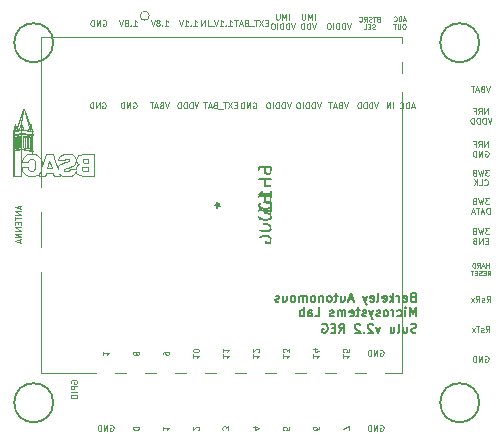
<source format=gbr>
%TF.GenerationSoftware,KiCad,Pcbnew,8.0.4*%
%TF.CreationDate,2024-07-31T15:52:53-07:00*%
%TF.ProjectId,scum3c-devboard,7363756d-3363-42d6-9465-76626f617264,rev?*%
%TF.SameCoordinates,Original*%
%TF.FileFunction,Legend,Bot*%
%TF.FilePolarity,Positive*%
%FSLAX46Y46*%
G04 Gerber Fmt 4.6, Leading zero omitted, Abs format (unit mm)*
G04 Created by KiCad (PCBNEW 8.0.4) date 2024-07-31 15:52:53*
%MOMM*%
%LPD*%
G01*
G04 APERTURE LIST*
%ADD10C,0.150000*%
%ADD11C,0.100000*%
%ADD12C,0.080000*%
%ADD13C,0.127000*%
%ADD14C,0.120000*%
%ADD15C,0.568750*%
%ADD16R,1.700000X1.700000*%
%ADD17O,1.700000X1.700000*%
%ADD18C,0.762000*%
%ADD19C,2.400000*%
%ADD20C,1.574800*%
G04 APERTURE END LIST*
D10*
X116713000Y-84074000D02*
G75*
G02*
X113411000Y-84074000I-1651000J0D01*
G01*
X113411000Y-84074000D02*
G75*
G02*
X116713000Y-84074000I1651000J0D01*
G01*
X80645000Y-84074000D02*
G75*
G02*
X77343000Y-84074000I-1651000J0D01*
G01*
X77343000Y-84074000D02*
G75*
G02*
X80645000Y-84074000I1651000J0D01*
G01*
X116713000Y-53594000D02*
G75*
G02*
X113411000Y-53594000I-1651000J0D01*
G01*
X113411000Y-53594000D02*
G75*
G02*
X116713000Y-53594000I1651000J0D01*
G01*
D11*
X82683633Y-64690071D02*
X82742478Y-64739338D01*
X82742478Y-64739338D02*
X82811223Y-64778776D01*
X80333837Y-64622596D02*
X80614989Y-64622011D01*
X79113693Y-64866518D02*
X79225068Y-64822554D01*
X81172267Y-64690024D02*
X81193407Y-64707509D01*
X81421000Y-64847184D02*
X81567281Y-64888415D01*
X78861435Y-64912390D02*
X78992550Y-64896442D01*
X81958452Y-64905807D02*
X82078904Y-64882273D01*
X82078904Y-64882273D02*
X82187800Y-64845936D01*
X82187800Y-64845936D02*
X82286231Y-64796344D01*
X80020886Y-64738426D02*
X80052684Y-64623181D01*
X81202474Y-64779339D02*
X81172267Y-64690024D01*
X79987784Y-64858857D02*
X80020886Y-64738426D01*
X79425151Y-64685053D02*
X79509350Y-64591426D01*
X80614989Y-64622011D02*
X80647084Y-64743027D01*
X82608095Y-63486975D02*
X82612684Y-63567533D01*
X81566257Y-64363876D02*
X81568470Y-64332443D01*
X83067109Y-64851340D02*
X83173053Y-64861712D01*
X82335888Y-63997345D02*
X82407887Y-63939323D01*
X83173053Y-64861712D02*
X83666878Y-64864042D01*
X81780931Y-64489781D02*
X81702819Y-64480996D01*
X82904028Y-63080998D02*
X82836391Y-63108431D01*
X81568470Y-64332443D02*
X81581190Y-64302356D01*
X82715345Y-63192637D02*
X82667616Y-63252472D01*
X82476916Y-63856501D02*
X82524326Y-63760560D01*
X82806847Y-63873146D02*
X82830133Y-63890433D01*
X84123864Y-64864042D02*
X84123864Y-63946607D01*
X82054149Y-64299338D02*
X82052842Y-64305677D01*
X82836391Y-63108431D02*
X82777569Y-63141877D01*
X82557979Y-64189715D02*
X82545796Y-64273178D01*
X82674014Y-63978715D02*
X82622702Y-64038672D01*
X82750790Y-63822919D02*
X82806847Y-63873146D01*
X82633623Y-63322589D02*
X82612609Y-63404191D01*
X81634881Y-64251568D02*
X81725426Y-64211492D01*
X82407887Y-63939323D02*
X82476916Y-63856501D01*
X82110043Y-64103567D02*
X82246521Y-64048073D01*
X81871876Y-64481820D02*
X81780931Y-64489781D01*
X82550058Y-63651665D02*
X82554053Y-63529985D01*
X82583636Y-64110002D02*
X82557979Y-64189715D01*
X84123864Y-63029172D02*
X83650783Y-63029982D01*
X82811223Y-64778776D02*
X82887178Y-64810098D01*
X81642650Y-64460825D02*
X81610854Y-64441896D01*
X81603599Y-64274952D02*
X81634881Y-64251568D01*
X81901938Y-64162180D02*
X82110043Y-64103567D01*
X82667616Y-63252472D02*
X82633623Y-63322589D01*
X82008138Y-64401541D02*
X81949111Y-64451523D01*
X81587949Y-64419968D02*
X81573297Y-64394232D01*
X82044459Y-64334523D02*
X82008138Y-64401541D01*
X82808000Y-63898000D02*
X82736228Y-63931401D01*
X84123864Y-63946607D02*
X84123864Y-63029172D01*
X82612684Y-63567533D02*
X82644806Y-63671092D01*
X81949111Y-64451523D02*
X81871876Y-64481820D01*
X82777569Y-63141877D02*
X82715345Y-63192637D01*
X77604858Y-61285993D02*
X77311189Y-61351106D01*
X77738891Y-61622615D02*
X77733567Y-61638318D01*
X78381815Y-61335036D02*
X78381815Y-61335036D01*
X77308255Y-61058061D02*
X77308254Y-61058060D01*
X77311189Y-61351106D02*
X77308309Y-61229148D01*
X77798008Y-62453112D02*
X77798004Y-62453111D01*
X77311210Y-61063051D02*
X77308255Y-61058061D01*
X77848811Y-61631403D02*
X77843886Y-61620749D01*
X77732952Y-62044904D02*
X77733774Y-62422555D01*
X77896056Y-61264675D02*
X77890869Y-61271460D01*
X77932935Y-61269680D02*
X77932935Y-61258875D01*
X77313490Y-61104705D02*
X77553776Y-61040041D01*
X77890869Y-61271460D02*
X77657498Y-61323766D01*
X77733567Y-61638318D02*
X77732952Y-62044904D01*
X78127307Y-59322209D02*
X78143574Y-59243559D01*
X77370538Y-61388061D02*
X77309877Y-61399694D01*
X77441914Y-60807382D02*
X77441914Y-60807382D01*
X77435573Y-61018376D02*
X77441914Y-60807382D01*
X77308722Y-61389298D02*
X77308724Y-61389298D01*
X77933677Y-60950103D02*
X77939642Y-60951358D01*
X77308254Y-61058060D02*
X77363065Y-60845957D01*
X77309459Y-61380533D02*
X77599877Y-61319911D01*
X77843886Y-61620749D02*
X77829445Y-61599796D01*
X77553776Y-61040041D02*
X77843041Y-60963172D01*
X77308309Y-61229148D02*
X77308304Y-61229149D01*
X77450118Y-60588861D02*
X77575695Y-60990583D01*
X77575695Y-60990583D02*
X77505972Y-61011527D01*
X77619484Y-60754389D02*
X77604234Y-60754389D01*
X77811050Y-61585844D02*
X77788442Y-61581342D01*
X77932935Y-61258875D02*
X77936970Y-61249017D01*
X77897136Y-61193471D02*
X77895646Y-61221130D01*
X77841889Y-60672563D02*
X77765069Y-60941504D01*
X77418626Y-60645600D02*
X77405607Y-61033110D01*
X78143574Y-59243559D02*
X78640557Y-60696619D01*
X77308724Y-61389298D02*
X77309459Y-61380533D01*
X77939642Y-60951358D02*
X78844762Y-61083992D01*
X78032619Y-61232145D02*
X77930627Y-61216757D01*
X78838185Y-61401530D02*
X78381815Y-61335036D01*
X78597661Y-60826154D02*
X78546749Y-60975082D01*
X77309877Y-61399694D02*
X77308722Y-61389298D01*
X77746873Y-62462097D02*
X77798008Y-62453112D01*
X78640557Y-60696619D02*
X78597661Y-60826154D01*
X77751058Y-61599719D02*
X77738891Y-61622615D01*
X78827034Y-61041717D02*
X78747929Y-61029868D01*
X77737983Y-62460438D02*
X77746873Y-62462097D01*
X77733774Y-62422555D02*
X77737983Y-62460438D01*
X77897916Y-61057274D02*
X77897136Y-61193471D01*
X77599877Y-61319911D02*
X77893175Y-61259226D01*
X77308304Y-61106940D02*
X77313490Y-61104705D01*
X78841017Y-61353666D02*
X78485486Y-61300601D01*
X77604234Y-60754389D02*
X77590268Y-60749474D01*
X77448928Y-60597848D02*
X77450118Y-60588861D01*
X77930627Y-61149596D02*
X77932152Y-61016269D01*
X78485486Y-61300601D02*
X78485489Y-61300598D01*
X77932152Y-61016269D02*
X77933677Y-60950103D01*
X80679178Y-64864044D02*
X80955088Y-64864044D01*
X77944388Y-60457533D02*
X77994782Y-60606199D01*
X78833517Y-61036486D02*
X78833642Y-61042061D01*
X77765069Y-60941504D02*
X77623519Y-60979996D01*
X78072114Y-60846009D02*
X78097576Y-60934171D01*
X78040219Y-59849914D02*
X78127307Y-59322209D01*
X78369269Y-60974421D02*
X78369270Y-60974422D01*
X78833642Y-61042061D02*
X78827034Y-61041717D01*
X79509350Y-64591426D02*
X79519965Y-64578758D01*
X78747929Y-61029868D02*
X78747929Y-61029868D01*
X82571555Y-64505630D02*
X82615979Y-64605704D01*
X77935207Y-60741540D02*
X77944388Y-60457533D01*
X78992550Y-64896442D02*
X79113693Y-64866518D01*
X79706477Y-64864043D02*
X79986479Y-64864043D01*
X81734587Y-64910337D02*
X81851633Y-64911837D01*
X80647084Y-64743027D02*
X80679178Y-64864044D01*
X79473543Y-64719715D02*
X79426476Y-64862033D01*
X78707491Y-60682937D02*
X78724810Y-60568199D01*
X79426476Y-64862033D02*
X79706477Y-64864043D01*
X78091133Y-59355994D02*
X78004429Y-59880864D01*
X77623519Y-60979996D02*
X77619484Y-60867327D01*
X78536747Y-60998707D02*
X78369269Y-60974421D01*
X78097576Y-60934171D02*
X78014334Y-60922430D01*
X80955088Y-64864044D02*
X81230998Y-64864044D01*
X79225068Y-64822554D02*
X79326875Y-64764487D01*
X79986479Y-64864043D02*
X79987784Y-64858857D01*
X82551869Y-64493664D02*
X82561986Y-64474592D01*
X78747929Y-61029868D02*
X78675499Y-61018281D01*
X79326875Y-64764487D02*
X79425151Y-64685053D01*
X77994782Y-60606199D02*
X78072114Y-60846009D01*
X81296217Y-64786823D02*
X81421000Y-64847184D01*
X80052684Y-64623181D02*
X80333837Y-64622596D01*
X79519965Y-64578758D02*
X79473543Y-64719715D01*
X78129733Y-60938109D02*
X78040004Y-60663059D01*
X77436248Y-61030017D02*
X77435573Y-61018376D01*
X78724810Y-60568199D02*
X78833517Y-61036486D01*
X78369270Y-60974422D02*
X78167483Y-60944850D01*
X78167483Y-60944850D02*
X78129733Y-60938109D01*
X78040004Y-60663059D02*
X77951729Y-60389464D01*
X78675499Y-61018281D02*
X78707491Y-60682937D01*
X77933547Y-60910157D02*
X77935207Y-60741540D01*
X78014334Y-60922430D02*
X77933547Y-60910157D01*
X81230998Y-64864044D02*
X81202474Y-64779339D01*
X81193407Y-64707509D02*
X81296217Y-64786823D01*
X82561986Y-64474592D02*
X82571555Y-64505630D01*
X77619484Y-60867327D02*
X77619484Y-60867329D01*
X81567281Y-64888415D02*
X81734587Y-64910337D01*
X81851633Y-64911837D02*
X81958452Y-64905807D01*
X78014334Y-60922430D02*
X78014334Y-60922430D01*
X82375288Y-64733044D02*
X82430069Y-64681351D01*
X77441914Y-60807382D02*
X77448928Y-60597848D01*
X78004429Y-59880864D02*
X77917182Y-60405194D01*
X77505972Y-61011527D02*
X77436248Y-61030017D01*
X77590268Y-60749474D02*
X78091133Y-59355994D01*
X82520017Y-64559414D02*
X82551869Y-64493664D01*
X77951729Y-60389464D02*
X78040219Y-59849914D01*
X82430069Y-64681351D02*
X82478865Y-64622725D01*
X82286231Y-64796344D02*
X82375288Y-64733044D01*
X82478865Y-64622725D02*
X82520017Y-64559414D01*
X78546749Y-60975082D02*
X78536747Y-60998707D01*
X77917182Y-60405194D02*
X77841889Y-60672563D01*
X82615979Y-64605704D02*
X82683633Y-64690071D01*
X77619484Y-60867329D02*
X77619484Y-60754389D01*
X77596537Y-61617491D02*
X77569913Y-61650148D01*
X77834345Y-61485643D02*
X77839722Y-61477710D01*
X77575356Y-62489724D02*
X77621775Y-62480295D01*
X77405607Y-61033110D02*
X77359037Y-61050778D01*
X77568962Y-62485924D02*
X77575356Y-62489724D01*
X78381815Y-61335036D02*
X77932935Y-61269680D01*
X77788442Y-61581342D02*
X77767967Y-61584794D01*
X77897207Y-60948735D02*
X77897916Y-61057274D01*
X77849411Y-62032745D02*
X77848811Y-61631403D01*
X77363065Y-60845957D02*
X77418626Y-60645600D01*
X77359037Y-61050778D02*
X77311210Y-61063051D01*
X77893175Y-61259226D02*
X77896056Y-61264675D01*
X78091233Y-61590567D02*
X78086210Y-61601439D01*
X77767967Y-61584794D02*
X77751058Y-61599719D01*
X77510881Y-62488279D02*
X77512901Y-62093536D01*
X77308304Y-61229149D02*
X77308304Y-61106940D01*
X77306699Y-62056351D02*
X77308869Y-61446836D01*
X78154673Y-61542716D02*
X78128446Y-61552229D01*
X77867499Y-62580914D02*
X77576835Y-62624744D01*
X77333550Y-61561165D02*
X77327552Y-61569743D01*
X78128446Y-61552229D02*
X78106547Y-61568584D01*
X77621775Y-62480295D02*
X77621775Y-62480319D01*
X77507146Y-61692457D02*
X77477882Y-61658430D01*
X77798004Y-62453111D02*
X77845856Y-62439218D01*
X77654626Y-61629816D02*
X77637406Y-61617691D01*
X77512901Y-62093536D02*
X77512291Y-61705160D01*
X77893101Y-62577064D02*
X77867499Y-62580914D01*
X77477882Y-61658430D02*
X77455663Y-61654550D01*
X78845672Y-61218829D02*
X78841017Y-61353666D01*
X78845676Y-61394301D02*
X78844665Y-61401383D01*
X78485489Y-61300598D02*
X78032619Y-61232145D01*
X77461688Y-62505074D02*
X77461691Y-62505075D01*
X77353403Y-62530498D02*
X77353390Y-62530499D01*
X77621775Y-62480319D02*
X77670754Y-62467516D01*
X77829445Y-61599796D02*
X77811050Y-61585844D01*
X77637406Y-61617691D02*
X77596537Y-61617491D01*
X77843041Y-60963172D02*
X77897207Y-60948735D01*
X77564672Y-62071616D02*
X77564042Y-62481889D01*
X78844762Y-61083992D02*
X78845672Y-61218829D01*
X78086210Y-62024901D02*
X78090855Y-62453008D01*
X77564042Y-62481889D02*
X77568962Y-62485924D01*
X77593250Y-61537231D02*
X77834345Y-61485643D01*
X78788915Y-61377903D02*
X78843656Y-61385932D01*
X77895716Y-61315694D02*
X77894811Y-61946769D01*
X77405194Y-61710922D02*
X77402824Y-62114343D01*
X78240717Y-62476168D02*
X78240720Y-62476167D01*
X77327552Y-61569743D02*
X77327452Y-62050550D01*
X77845856Y-62439218D02*
X77849411Y-62032745D01*
X78106547Y-61568584D02*
X78091233Y-61590567D01*
X77503304Y-62495460D02*
X77510881Y-62488279D01*
X77936970Y-61249017D02*
X78338599Y-61309919D01*
X78843656Y-61385932D02*
X78845676Y-61394301D01*
X77512291Y-61705160D02*
X77507146Y-61692457D01*
X77308869Y-61446836D02*
X77408634Y-61423913D01*
X77895646Y-61221130D02*
X77604858Y-61285993D01*
X77431075Y-61660697D02*
X77415010Y-61680631D01*
X78338599Y-61309919D02*
X78788915Y-61377903D01*
X77356995Y-62056266D02*
X77356130Y-61585305D01*
X77930627Y-61216757D02*
X77930627Y-61149596D01*
X77657498Y-61323766D02*
X77370538Y-61388061D01*
X78844665Y-61401383D02*
X78838185Y-61401530D01*
X77332796Y-62529463D02*
X77353403Y-62530498D01*
X77670754Y-62467516D02*
X77674784Y-62063791D01*
X77308511Y-62664937D02*
X77306706Y-62056347D01*
X78901402Y-62729076D02*
X78892584Y-62724156D01*
X78720600Y-60491182D02*
X78709255Y-60492836D01*
X78864761Y-61046282D02*
X78799804Y-60768506D01*
X81320973Y-63824855D02*
X81205125Y-63897505D01*
X78908816Y-61085589D02*
X78914892Y-61071561D01*
X79522262Y-63328108D02*
X79446836Y-63236699D01*
X78734779Y-60490932D02*
X78720600Y-60491182D01*
X79692540Y-63802643D02*
X79670100Y-63670342D01*
X81205125Y-63897505D02*
X81158067Y-63939423D01*
X78799804Y-60768506D02*
X78734779Y-60490932D01*
X79365821Y-63160229D02*
X79260672Y-63089018D01*
X79260672Y-63089018D02*
X79147015Y-63035476D01*
X78884982Y-61049882D02*
X78864761Y-61046282D01*
X78935002Y-61369784D02*
X78902111Y-61363474D01*
X79697025Y-64052063D02*
X79698945Y-63999698D01*
X78942139Y-61389171D02*
X78942407Y-61377953D01*
X78873299Y-61398349D02*
X78874330Y-61391628D01*
X78874452Y-61359454D02*
X78873857Y-61224126D01*
X79147015Y-63035476D02*
X79025681Y-62999919D01*
X81025118Y-64250604D02*
X80819692Y-63639569D01*
X79025681Y-62999919D02*
X78897501Y-62982660D01*
X81158067Y-63939423D02*
X81118257Y-63985066D01*
X78873262Y-61088799D02*
X78888053Y-61090179D01*
X79633469Y-63545003D02*
X79583804Y-63429850D01*
X78914892Y-61071561D02*
X78909566Y-61057842D01*
X78887082Y-62762567D02*
X78893919Y-62761202D01*
X78875659Y-61406094D02*
X78873299Y-61398349D01*
X77234491Y-61423987D02*
X77228709Y-61441846D01*
X77282448Y-61053997D02*
X77281748Y-61068850D01*
X77240809Y-61457676D02*
X77273485Y-61456126D01*
X77235938Y-61087390D02*
X77229888Y-61101041D01*
X77243304Y-61120719D02*
X77263896Y-61119884D01*
X78893919Y-62761202D02*
X78906354Y-62747539D01*
X78874330Y-61391628D02*
X78880790Y-61391646D01*
X78709255Y-60492836D02*
X78707366Y-60498211D01*
X78707366Y-60498211D02*
X78656568Y-60650697D01*
X77229888Y-61101041D02*
X77233346Y-61112954D01*
X80614928Y-63029349D02*
X80327830Y-63029383D01*
X77231508Y-62686359D02*
X77230738Y-62702839D01*
X78897501Y-62982660D02*
X78888282Y-62982100D01*
X81118257Y-63985066D02*
X81085694Y-64034433D01*
X80327830Y-63029383D02*
X80040732Y-63029418D01*
X80819692Y-63639569D02*
X80614928Y-63029349D01*
X77279440Y-61407421D02*
X77259138Y-61413737D01*
X78886275Y-62618434D02*
X78884025Y-61984604D01*
X77590439Y-60949174D02*
X77520466Y-60725935D01*
X80040732Y-63029418D02*
X79869137Y-63540998D01*
X78892584Y-62724156D02*
X78886275Y-62618434D01*
X77279989Y-61387022D02*
X77280155Y-61396402D01*
X78236978Y-63734647D02*
X78504407Y-63734647D01*
X77280155Y-61396402D02*
X77279440Y-61407421D01*
X78125421Y-59176301D02*
X78120742Y-59186913D01*
X79583804Y-63429850D02*
X79522262Y-63328108D01*
X78887682Y-62872334D02*
X78887082Y-62762567D01*
X77259856Y-61076309D02*
X77235938Y-61087390D01*
X78884025Y-61984604D02*
X78887285Y-61456309D01*
X77263896Y-61119884D02*
X77280627Y-61116279D01*
X81060383Y-64087520D02*
X81042324Y-64144326D01*
X78928496Y-61397725D02*
X78942139Y-61389171D01*
X77233346Y-61112954D02*
X77243304Y-61120719D01*
X77241349Y-62676268D02*
X77231508Y-62686359D01*
X77450726Y-60504320D02*
X77424670Y-60508270D01*
X78942407Y-61377953D02*
X78935002Y-61369784D01*
X77259138Y-61413737D02*
X77234491Y-61423987D01*
X77971065Y-63726580D02*
X77969549Y-63734647D01*
X78504407Y-63734647D02*
X78505482Y-63729461D01*
X77591574Y-60866774D02*
X77590439Y-60949174D01*
X77353633Y-60774042D02*
X77282448Y-61053997D01*
X77278484Y-62713913D02*
X77277234Y-63275563D01*
X78909566Y-61057842D02*
X78884982Y-61049882D01*
X77277234Y-63275563D02*
X77274734Y-64367913D01*
X78888053Y-61090179D02*
X78908816Y-61085589D01*
X77240404Y-62713903D02*
X77261511Y-62715198D01*
X78909809Y-61447487D02*
X78914084Y-61434917D01*
X77970054Y-63718513D02*
X77971065Y-63726580D01*
X77550286Y-60780063D02*
X77571030Y-60782068D01*
X77278287Y-62667151D02*
X77265034Y-62669721D01*
X77591774Y-60782068D02*
X77591574Y-60866774D01*
X77280627Y-61116279D02*
X77282532Y-61234855D01*
X77228709Y-61441846D02*
X77240809Y-61457676D01*
X78656568Y-60650697D02*
X78402588Y-59913707D01*
X77280167Y-61354881D02*
X77247171Y-61363487D01*
X77273484Y-64898618D02*
X77603183Y-64898618D01*
X77281748Y-61068850D02*
X77259856Y-61076309D01*
X77424670Y-60508270D02*
X77353633Y-60774042D01*
X78149937Y-59176707D02*
X78138091Y-59175477D01*
X77520466Y-60725935D02*
X77450726Y-60504320D01*
X77969549Y-63734647D02*
X78236978Y-63734647D01*
X77273485Y-61456126D02*
X77281358Y-61454371D01*
X78402588Y-59913707D02*
X78149937Y-59176707D01*
X78894481Y-61410085D02*
X78875659Y-61406094D01*
X78873857Y-61224126D02*
X78873262Y-61088799D01*
X78902111Y-61363474D02*
X78874452Y-61359454D01*
X78906354Y-62747539D02*
X78901402Y-62729076D01*
X78880790Y-61391646D02*
X78928496Y-61397725D01*
X79869137Y-63540998D02*
X79697025Y-64052063D01*
X78887285Y-61456309D02*
X78909809Y-61447487D01*
X78909539Y-61418859D02*
X78894481Y-61410085D01*
X79670100Y-63670342D02*
X79633469Y-63545003D01*
X82554053Y-63529985D02*
X82540500Y-63428419D01*
X82540500Y-63428419D02*
X82511267Y-63336351D01*
X83068218Y-63043339D02*
X82981098Y-63059371D01*
X82246521Y-64048073D02*
X82335888Y-63997345D01*
X81811864Y-62981866D02*
X81685503Y-62986175D01*
X82887178Y-64810098D02*
X82972145Y-64834210D01*
X82052842Y-64305677D02*
X82044459Y-64334523D01*
X82013728Y-63508785D02*
X82006066Y-63550938D01*
X82981098Y-63059371D02*
X82904028Y-63080998D01*
X82972145Y-64834210D02*
X83067109Y-64851340D01*
X81832793Y-63660484D02*
X81666840Y-63706972D01*
X83201270Y-63032148D02*
X83068218Y-63043339D01*
X81725426Y-64211492D02*
X81901938Y-64162180D01*
X82830133Y-63890433D02*
X82808000Y-63898000D01*
X82545796Y-64273178D02*
X82544302Y-64299338D01*
X81702819Y-64480996D02*
X81642650Y-64460825D01*
X82612609Y-63404191D02*
X82608095Y-63486975D01*
X82736228Y-63931401D02*
X82674014Y-63978715D01*
X81341164Y-63561779D02*
X81608279Y-63561779D01*
X82622702Y-64038672D02*
X82583636Y-64110002D01*
X82299226Y-64299338D02*
X82054149Y-64299338D01*
X81610854Y-64441896D02*
X81587949Y-64419968D01*
X83666878Y-64864042D02*
X84123864Y-64864042D01*
X81573297Y-64394232D02*
X81566257Y-64363876D01*
X81581190Y-64302356D02*
X81603599Y-64274952D01*
X81948279Y-63610382D02*
X81898466Y-63636146D01*
X82700210Y-63766295D02*
X82750790Y-63822919D01*
X81983667Y-63582282D02*
X81948279Y-63610382D01*
X82544302Y-64299338D02*
X82299226Y-64299338D01*
X81529485Y-63016412D02*
X81399722Y-63067567D01*
X82644806Y-63671092D02*
X82700210Y-63766295D01*
X82524326Y-63760560D02*
X82550058Y-63651665D01*
X83650783Y-63029982D02*
X83201270Y-63032148D01*
X81657327Y-63462575D02*
X81699108Y-63432123D01*
X81458972Y-63767525D02*
X81320973Y-63824855D01*
X81950320Y-63419585D02*
X81984502Y-63439094D01*
X78888282Y-62982100D02*
X78887682Y-62872334D01*
X82006214Y-63466913D02*
X82013728Y-63508785D01*
X82006066Y-63550938D02*
X81983667Y-63582282D01*
X81274951Y-63153717D02*
X81222544Y-63207140D01*
X81177583Y-63266752D02*
X81114833Y-63391970D01*
X81399722Y-63067567D02*
X81334208Y-63107015D01*
X81031519Y-64204847D02*
X81025118Y-64250604D01*
X81074048Y-63561779D02*
X81341164Y-63561779D01*
X82466308Y-63253675D02*
X82405577Y-63180283D01*
X82084886Y-63011459D02*
X81939969Y-62986152D01*
X81608279Y-63561779D02*
X81612353Y-63543916D01*
X81699108Y-63432123D02*
X81762517Y-63410118D01*
X78914084Y-61434917D02*
X78909539Y-61418859D01*
X82210256Y-63052027D02*
X82084886Y-63011459D01*
X81075588Y-63549679D02*
X81074048Y-63561779D01*
X81984502Y-63439094D02*
X82006214Y-63466913D01*
X79446836Y-63236699D02*
X79365821Y-63160229D01*
X82316885Y-63108190D02*
X82210256Y-63052027D01*
X81042324Y-64144326D02*
X81031519Y-64204847D01*
X81222544Y-63207140D02*
X81177583Y-63266752D01*
X82511267Y-63336351D02*
X82466308Y-63253675D01*
X81685503Y-62986175D02*
X81529485Y-63016412D01*
X81334208Y-63107015D02*
X81274951Y-63153717D01*
X81612353Y-63543916D02*
X81626935Y-63504157D01*
X82405577Y-63180283D02*
X82316885Y-63108190D01*
X81091148Y-63471384D02*
X81075588Y-63549679D01*
X81762517Y-63410118D02*
X81840860Y-63404122D01*
X81114833Y-63391970D02*
X81091148Y-63471384D01*
X81939969Y-62986152D02*
X81811864Y-62981866D01*
X79698945Y-63999698D02*
X79692540Y-63802643D01*
X81902747Y-63408042D02*
X81950320Y-63419585D01*
X81666840Y-63706972D02*
X81458972Y-63767525D01*
X81840860Y-63404122D02*
X81902747Y-63408042D01*
X81085694Y-64034433D02*
X81060383Y-64087520D01*
X81626935Y-63504157D02*
X81657327Y-63462575D01*
X81898466Y-63636146D02*
X81832793Y-63660484D01*
X77415010Y-61680631D02*
X77405194Y-61710922D01*
X77576835Y-62624744D02*
X77308511Y-62664937D01*
X77674783Y-61663672D02*
X77668150Y-61649842D01*
X77461691Y-62505075D02*
X77503304Y-62495460D01*
X77408859Y-62511625D02*
X77418495Y-62512774D01*
X77829779Y-61461019D02*
X77333550Y-61561165D01*
X77418495Y-62512774D02*
X77461688Y-62505074D01*
X78665238Y-62538336D02*
X78668153Y-62106213D01*
X78575256Y-61595456D02*
X78535964Y-61609756D01*
X78098506Y-61482442D02*
X78397370Y-61524222D01*
X78706244Y-62503751D02*
X78708402Y-62560312D01*
X78160002Y-62466833D02*
X78230265Y-62476993D01*
X78734874Y-62566882D02*
X78739649Y-62364433D01*
X77306706Y-62056347D02*
X77306699Y-62056351D01*
X77569913Y-61650148D02*
X77564672Y-62071616D01*
X77668150Y-61649842D02*
X77654626Y-61629816D01*
X78086210Y-61601439D02*
X78086210Y-62024901D01*
X77839722Y-61477710D02*
X77829779Y-61461019D01*
X77408634Y-61423913D02*
X77895716Y-61315694D01*
X77404265Y-62476128D02*
X77408859Y-62511625D01*
X77327452Y-62050550D02*
X77332796Y-62529463D01*
X77353390Y-62530499D02*
X77356995Y-62056266D01*
X78635597Y-61609326D02*
X78608642Y-61596492D01*
X78230265Y-62476993D02*
X78240717Y-62476168D01*
X77356130Y-61585305D02*
X77593250Y-61537231D01*
X77402824Y-62114343D02*
X77404265Y-62476128D01*
X77674784Y-62063791D02*
X77674783Y-61663672D01*
X77894811Y-61946769D02*
X77893101Y-62577064D01*
X78608642Y-61596492D02*
X78575256Y-61595456D01*
X78708141Y-61566425D02*
X78706616Y-62062945D01*
X78668153Y-62106213D02*
X78666083Y-61667129D01*
X78090855Y-62453008D02*
X78160002Y-62466833D01*
X77455663Y-61654550D02*
X77431075Y-61660697D01*
X83078275Y-64205630D02*
X83103917Y-64159643D01*
X80240440Y-63914998D02*
X80331679Y-63586619D01*
X77932934Y-61949136D02*
X77932934Y-61316901D01*
X83559182Y-63608720D02*
X83559182Y-63762263D01*
X78859554Y-62980921D02*
X78830145Y-62980921D01*
X83273205Y-63758540D02*
X83221767Y-63743513D01*
X78851245Y-62299389D02*
X78852210Y-62718446D01*
X78706616Y-62062945D02*
X78706244Y-62503751D01*
X83407591Y-64436997D02*
X83230385Y-64432191D01*
X83181230Y-63718176D02*
X83152119Y-63682986D01*
X78460758Y-62504017D02*
X78460758Y-62074533D01*
X78397370Y-61524222D02*
X78699116Y-61565010D01*
X77932938Y-63162678D02*
X77932935Y-63162690D01*
X80329396Y-64239412D02*
X80150955Y-64239412D01*
X78858954Y-62869836D02*
X78859554Y-62980921D01*
X83280722Y-63459251D02*
X83420312Y-63456402D01*
X83245662Y-64102648D02*
X83449079Y-64096522D01*
X83559182Y-63455177D02*
X83559182Y-63608720D01*
X77954491Y-63695242D02*
X77934668Y-63703058D01*
X83152119Y-63682986D02*
X83134957Y-63638398D01*
X83191493Y-63480976D02*
X83223952Y-63468532D01*
X80506834Y-64236532D02*
X80329396Y-64239412D01*
X78174546Y-63233374D02*
X78108193Y-63319847D01*
X78011901Y-63529175D02*
X77982316Y-63651636D01*
X78691363Y-62989572D02*
X78557201Y-63013351D01*
X83134957Y-63638398D02*
X83132617Y-63599942D01*
X78089524Y-61473365D02*
X78098506Y-61482442D01*
X83420312Y-63456402D02*
X83559182Y-63455177D01*
X78830145Y-62980921D02*
X78691363Y-62989572D01*
X78640540Y-62686979D02*
X77996895Y-62591133D01*
X80150955Y-64239412D02*
X80240440Y-63914998D01*
X83103917Y-64159643D02*
X83147713Y-64127599D01*
X78342781Y-63097794D02*
X78252801Y-63159290D01*
X78444306Y-63049082D02*
X78342781Y-63097794D01*
X77939273Y-61318066D02*
X78262535Y-61365292D01*
X77982316Y-63651636D02*
X77974414Y-63685749D01*
X78262535Y-61365292D02*
X78847340Y-61451364D01*
X83559138Y-64438032D02*
X83407591Y-64436997D01*
X77974414Y-63685749D02*
X77954491Y-63695242D01*
X78847340Y-61451364D02*
X78851245Y-62299389D01*
X78535964Y-61609756D02*
X78509507Y-61639174D01*
X83230385Y-64432191D02*
X83230385Y-64432194D01*
X83167042Y-63499619D02*
X83191493Y-63480976D01*
X83559138Y-64096510D02*
X83559138Y-64267271D01*
X77932935Y-63162690D02*
X77932935Y-62623295D01*
X80331679Y-63586619D02*
X80419632Y-63908152D01*
X77996895Y-62591133D02*
X77932934Y-62581371D01*
X77932934Y-61316901D02*
X77939273Y-61318066D01*
X83140860Y-63541238D02*
X83167042Y-63499619D01*
X78734869Y-62566880D02*
X78734874Y-62566882D01*
X83221767Y-63743513D02*
X83181230Y-63718176D01*
X83132617Y-63599942D02*
X83140860Y-63541238D01*
X83559182Y-63762263D02*
X83427057Y-63762263D01*
X83559138Y-64267271D02*
X83559138Y-64438032D01*
X78108193Y-63319847D02*
X78053919Y-63418513D01*
X83273205Y-63758538D02*
X83273205Y-63758540D01*
X83449079Y-64096522D02*
X83559138Y-64096510D01*
X83147713Y-64127599D02*
X83189536Y-64112149D01*
X83427057Y-63762263D02*
X83273205Y-63758538D01*
X80419632Y-63908152D02*
X80506834Y-64236532D01*
X77932934Y-62581371D02*
X77932934Y-61949136D01*
X77939274Y-62624575D02*
X78743109Y-62741991D01*
X83189536Y-64112149D02*
X83245662Y-64102648D01*
X83223952Y-63468532D02*
X83280722Y-63459251D01*
X78301536Y-61619488D02*
X78294808Y-61633708D01*
X78432879Y-61589470D02*
X78413365Y-61577065D01*
X78326642Y-61588394D02*
X78301536Y-61619488D01*
X78413365Y-61577065D02*
X78365348Y-61572375D01*
X78447406Y-62515332D02*
X78455101Y-62509675D01*
X78738249Y-61540814D02*
X78419263Y-61492860D01*
X78655089Y-61633144D02*
X78635597Y-61609326D01*
X78459415Y-61674221D02*
X78455653Y-61624696D01*
X78252826Y-62051117D02*
X78251191Y-61618491D01*
X78251191Y-61618491D02*
X78243364Y-61587470D01*
X78656768Y-62546835D02*
X78656767Y-62546834D01*
X78419263Y-61492860D02*
X78098890Y-61452122D01*
X78712909Y-62571190D02*
X78724326Y-62572798D01*
X78294807Y-62059538D02*
X78299356Y-62489920D01*
X78247647Y-62470746D02*
X78251071Y-62429811D01*
X78739649Y-62364433D02*
X78741134Y-61857088D01*
X78455653Y-61624696D02*
X78447977Y-61607972D01*
X78502249Y-61652793D02*
X78502249Y-62087163D01*
X78666083Y-61667129D02*
X78655089Y-61633144D01*
X78699116Y-61565010D02*
X78708141Y-61566425D01*
X78852210Y-62718446D02*
X78846061Y-62717216D01*
X78509507Y-61639174D02*
X78502249Y-61652793D01*
X78090039Y-61460489D02*
X78089524Y-61473365D01*
X78229178Y-61564024D02*
X78208943Y-61548503D01*
X78708402Y-62560312D02*
X78712909Y-62571190D01*
X78460758Y-62074533D02*
X78459415Y-61674221D01*
X78447977Y-61607972D02*
X78432879Y-61589470D01*
X78846061Y-62717216D02*
X78640540Y-62686978D01*
X78299356Y-62489920D02*
X78309152Y-62495636D01*
X78741134Y-61857088D02*
X78738249Y-61540814D01*
X78294808Y-61633708D02*
X78294807Y-62059538D01*
X78365348Y-61572375D02*
X78326642Y-61588394D01*
X78502249Y-62087163D02*
X78506689Y-62525552D01*
X78724326Y-62572798D02*
X78734869Y-62566880D01*
X78243364Y-61587470D02*
X78229178Y-61564024D01*
X78240720Y-62476167D02*
X78247647Y-62470746D01*
X78182968Y-61541258D02*
X78154673Y-61542716D01*
X78575260Y-62538488D02*
X78645289Y-62548510D01*
X78645289Y-62548510D02*
X78656768Y-62546835D01*
X78640540Y-62686978D02*
X78640540Y-62686979D01*
X78309152Y-62495636D02*
X78447406Y-62515332D01*
X78455101Y-62509675D02*
X78455100Y-62509675D01*
X78506689Y-62525552D02*
X78575260Y-62538488D01*
X78656767Y-62546834D02*
X78665238Y-62538336D01*
X78098890Y-61452122D02*
X78090039Y-61460489D01*
X78208943Y-61548503D02*
X78182968Y-61541258D01*
X78251071Y-62429811D02*
X78252826Y-62051117D01*
X78455100Y-62509675D02*
X78460758Y-62504017D01*
X79048685Y-63559820D02*
X79089946Y-63645486D01*
X78743109Y-62741991D02*
X78858354Y-62758751D01*
X78252801Y-63159290D02*
X78174546Y-63233374D01*
X77905668Y-64870959D02*
X77603645Y-64870959D01*
X78699668Y-64450739D02*
X78653923Y-64429078D01*
X77996287Y-64320612D02*
X78038080Y-64444051D01*
X78673902Y-64908058D02*
X78861411Y-64912392D01*
X78681713Y-63456858D02*
X78770230Y-63432636D01*
X79000013Y-64403753D02*
X78961157Y-64429000D01*
X78557201Y-63013351D02*
X78444306Y-63049082D01*
X78868986Y-64459962D02*
X78813265Y-64464676D01*
X77306530Y-62705478D02*
X77602195Y-62661104D01*
X78514755Y-64197538D02*
X78507714Y-64159323D01*
X77603645Y-64870959D02*
X77301621Y-64870959D01*
X77966054Y-64162781D02*
X77969874Y-64191016D01*
X83169362Y-64417364D02*
X83123341Y-64392764D01*
X78551015Y-64311179D02*
X78529644Y-64257720D01*
X83091719Y-64357930D02*
X83073889Y-64312398D01*
X78861411Y-64912392D02*
X78861435Y-64912390D01*
X79130458Y-64102277D02*
X79105447Y-64233101D01*
X78858354Y-62758751D02*
X78858954Y-62869836D01*
X78813265Y-64464676D02*
X78752036Y-64462351D01*
X77932935Y-62623295D02*
X77939274Y-62624575D01*
X83230385Y-64432194D02*
X83169362Y-64417364D01*
X77964739Y-64154137D02*
X77966054Y-64162781D01*
X79105447Y-64233101D02*
X79062401Y-64332889D01*
X78323557Y-64788437D02*
X78402302Y-64832094D01*
X77305140Y-63171080D02*
X77306530Y-62705478D01*
X77934668Y-63703058D02*
X77932938Y-63162678D01*
X79062401Y-64332889D02*
X79033706Y-64371804D01*
X78518411Y-63665814D02*
X78554492Y-63574661D01*
X78509092Y-63708141D02*
X78518411Y-63665814D01*
X78529644Y-64257720D02*
X78514755Y-64197538D01*
X83123341Y-64392764D02*
X83091719Y-64357930D01*
X78053919Y-63418513D02*
X78011901Y-63529175D01*
X77281358Y-61454371D02*
X77279823Y-61701937D01*
X77279823Y-61701937D02*
X77278288Y-62308327D01*
X78138091Y-59175477D02*
X78125421Y-59176301D01*
X77274734Y-64367913D02*
X77273484Y-64898618D01*
X77932881Y-64317138D02*
X77932881Y-63735658D01*
X78578708Y-64357585D02*
X78551015Y-64311179D01*
X78038080Y-64444051D02*
X78091689Y-64548542D01*
X77603183Y-64898618D02*
X77932881Y-64898618D01*
X77932881Y-64898618D02*
X77932881Y-64317138D01*
X77265034Y-62669721D02*
X77241349Y-62676268D01*
X77900973Y-62617924D02*
X77904878Y-63745039D01*
X78158122Y-64642218D02*
X78236133Y-64721186D01*
X78506709Y-64154137D02*
X78235724Y-64154137D01*
X83073889Y-64312398D02*
X83070702Y-64258090D01*
X77950206Y-63727086D02*
X77970054Y-63718513D01*
X77230738Y-62702839D02*
X77240404Y-62713903D01*
X77602195Y-62661104D02*
X77900973Y-62617924D01*
X78944609Y-63459610D02*
X78994285Y-63494691D01*
X77261511Y-62715198D02*
X77278484Y-62713913D01*
X78961157Y-64429000D02*
X78916975Y-64447809D01*
X78236133Y-64721186D02*
X78323557Y-64788437D01*
X78486905Y-64866571D02*
X78577420Y-64891886D01*
X77904878Y-63745039D02*
X77905668Y-64870959D01*
X78994285Y-63494691D02*
X79048685Y-63559820D01*
X79089946Y-63645486D02*
X79118301Y-63752333D01*
X83070702Y-64258090D02*
X83078275Y-64205630D01*
X77969874Y-64191016D02*
X77996287Y-64320612D01*
X78770230Y-63432636D02*
X78830922Y-63431027D01*
X77302685Y-64253820D02*
X77305140Y-63171080D01*
X77282532Y-61234855D02*
X77280167Y-61354881D01*
X77834668Y-59986438D02*
X77550286Y-60780063D01*
X77278288Y-62308327D02*
X77278287Y-62667151D01*
X78916975Y-64447809D02*
X78868986Y-64459962D01*
X79118301Y-63752333D02*
X79133982Y-63881007D01*
X78752036Y-64462351D02*
X78699668Y-64450739D01*
X78120742Y-59186913D02*
X77834668Y-59986438D01*
X77571030Y-60782068D02*
X77591774Y-60782068D01*
X77932881Y-63735658D02*
X77950206Y-63727086D01*
X78402302Y-64832094D02*
X78486905Y-64866571D01*
X77301621Y-64870959D02*
X77302685Y-64253820D01*
X77247171Y-61363487D02*
X77212131Y-61375975D01*
X77212131Y-61375975D02*
X77210195Y-61387083D01*
X77210195Y-61387083D02*
X77216801Y-61395406D01*
X78507714Y-64159323D02*
X78506709Y-64154137D01*
X77216801Y-61395406D02*
X77274850Y-61386895D01*
X77274850Y-61386895D02*
X77279989Y-61387022D01*
X78653923Y-64429078D02*
X78612561Y-64396609D01*
X78505482Y-63729461D02*
X78509092Y-63708141D01*
X79033706Y-64371804D02*
X79000013Y-64403753D01*
X78612561Y-64396609D02*
X78578708Y-64357585D01*
X79133982Y-63881007D02*
X79130458Y-64102277D01*
X78830922Y-63431027D02*
X78884803Y-63436921D01*
X78554492Y-63574661D02*
X78609363Y-63504605D01*
X78235724Y-64154137D02*
X77964739Y-64154137D01*
X78884803Y-63436921D02*
X78944609Y-63459610D01*
X78091689Y-64548542D02*
X78158122Y-64642218D01*
X78577420Y-64891886D02*
X78673902Y-64908058D01*
X78609363Y-63504605D02*
X78681713Y-63456858D01*
D10*
X80645000Y-53594000D02*
G75*
G02*
X77343000Y-53594000I-1651000J0D01*
G01*
X77343000Y-53594000D02*
G75*
G02*
X80645000Y-53594000I1651000J0D01*
G01*
D11*
X84850952Y-51709919D02*
X84898571Y-51686109D01*
X84898571Y-51686109D02*
X84970000Y-51686109D01*
X84970000Y-51686109D02*
X85041428Y-51709919D01*
X85041428Y-51709919D02*
X85089047Y-51757538D01*
X85089047Y-51757538D02*
X85112857Y-51805157D01*
X85112857Y-51805157D02*
X85136666Y-51900395D01*
X85136666Y-51900395D02*
X85136666Y-51971823D01*
X85136666Y-51971823D02*
X85112857Y-52067061D01*
X85112857Y-52067061D02*
X85089047Y-52114680D01*
X85089047Y-52114680D02*
X85041428Y-52162300D01*
X85041428Y-52162300D02*
X84970000Y-52186109D01*
X84970000Y-52186109D02*
X84922381Y-52186109D01*
X84922381Y-52186109D02*
X84850952Y-52162300D01*
X84850952Y-52162300D02*
X84827143Y-52138490D01*
X84827143Y-52138490D02*
X84827143Y-51971823D01*
X84827143Y-51971823D02*
X84922381Y-51971823D01*
X84612857Y-52186109D02*
X84612857Y-51686109D01*
X84612857Y-51686109D02*
X84327143Y-52186109D01*
X84327143Y-52186109D02*
X84327143Y-51686109D01*
X84089047Y-52186109D02*
X84089047Y-51686109D01*
X84089047Y-51686109D02*
X83969999Y-51686109D01*
X83969999Y-51686109D02*
X83898571Y-51709919D01*
X83898571Y-51709919D02*
X83850952Y-51757538D01*
X83850952Y-51757538D02*
X83827142Y-51805157D01*
X83827142Y-51805157D02*
X83803333Y-51900395D01*
X83803333Y-51900395D02*
X83803333Y-51971823D01*
X83803333Y-51971823D02*
X83827142Y-52067061D01*
X83827142Y-52067061D02*
X83850952Y-52114680D01*
X83850952Y-52114680D02*
X83898571Y-52162300D01*
X83898571Y-52162300D02*
X83969999Y-52186109D01*
X83969999Y-52186109D02*
X84089047Y-52186109D01*
X92946665Y-58654109D02*
X92779999Y-59154109D01*
X92779999Y-59154109D02*
X92613332Y-58654109D01*
X92446666Y-59154109D02*
X92446666Y-58654109D01*
X92446666Y-58654109D02*
X92327618Y-58654109D01*
X92327618Y-58654109D02*
X92256190Y-58677919D01*
X92256190Y-58677919D02*
X92208571Y-58725538D01*
X92208571Y-58725538D02*
X92184761Y-58773157D01*
X92184761Y-58773157D02*
X92160952Y-58868395D01*
X92160952Y-58868395D02*
X92160952Y-58939823D01*
X92160952Y-58939823D02*
X92184761Y-59035061D01*
X92184761Y-59035061D02*
X92208571Y-59082680D01*
X92208571Y-59082680D02*
X92256190Y-59130300D01*
X92256190Y-59130300D02*
X92327618Y-59154109D01*
X92327618Y-59154109D02*
X92446666Y-59154109D01*
X91946666Y-59154109D02*
X91946666Y-58654109D01*
X91946666Y-58654109D02*
X91827618Y-58654109D01*
X91827618Y-58654109D02*
X91756190Y-58677919D01*
X91756190Y-58677919D02*
X91708571Y-58725538D01*
X91708571Y-58725538D02*
X91684761Y-58773157D01*
X91684761Y-58773157D02*
X91660952Y-58868395D01*
X91660952Y-58868395D02*
X91660952Y-58939823D01*
X91660952Y-58939823D02*
X91684761Y-59035061D01*
X91684761Y-59035061D02*
X91708571Y-59082680D01*
X91708571Y-59082680D02*
X91756190Y-59130300D01*
X91756190Y-59130300D02*
X91827618Y-59154109D01*
X91827618Y-59154109D02*
X91946666Y-59154109D01*
X91446666Y-59154109D02*
X91446666Y-58654109D01*
X91446666Y-58654109D02*
X91327618Y-58654109D01*
X91327618Y-58654109D02*
X91256190Y-58677919D01*
X91256190Y-58677919D02*
X91208571Y-58725538D01*
X91208571Y-58725538D02*
X91184761Y-58773157D01*
X91184761Y-58773157D02*
X91160952Y-58868395D01*
X91160952Y-58868395D02*
X91160952Y-58939823D01*
X91160952Y-58939823D02*
X91184761Y-59035061D01*
X91184761Y-59035061D02*
X91208571Y-59082680D01*
X91208571Y-59082680D02*
X91256190Y-59130300D01*
X91256190Y-59130300D02*
X91327618Y-59154109D01*
X91327618Y-59154109D02*
X91446666Y-59154109D01*
D12*
X108156285Y-51592374D02*
X108099142Y-51611422D01*
X108099142Y-51611422D02*
X108080095Y-51630470D01*
X108080095Y-51630470D02*
X108061047Y-51668565D01*
X108061047Y-51668565D02*
X108061047Y-51725708D01*
X108061047Y-51725708D02*
X108080095Y-51763803D01*
X108080095Y-51763803D02*
X108099142Y-51782851D01*
X108099142Y-51782851D02*
X108137237Y-51801898D01*
X108137237Y-51801898D02*
X108289618Y-51801898D01*
X108289618Y-51801898D02*
X108289618Y-51401898D01*
X108289618Y-51401898D02*
X108156285Y-51401898D01*
X108156285Y-51401898D02*
X108118190Y-51420946D01*
X108118190Y-51420946D02*
X108099142Y-51439993D01*
X108099142Y-51439993D02*
X108080095Y-51478089D01*
X108080095Y-51478089D02*
X108080095Y-51516184D01*
X108080095Y-51516184D02*
X108099142Y-51554279D01*
X108099142Y-51554279D02*
X108118190Y-51573327D01*
X108118190Y-51573327D02*
X108156285Y-51592374D01*
X108156285Y-51592374D02*
X108289618Y-51592374D01*
X107946761Y-51401898D02*
X107718190Y-51401898D01*
X107832476Y-51801898D02*
X107832476Y-51401898D01*
X107603904Y-51782851D02*
X107546761Y-51801898D01*
X107546761Y-51801898D02*
X107451523Y-51801898D01*
X107451523Y-51801898D02*
X107413428Y-51782851D01*
X107413428Y-51782851D02*
X107394380Y-51763803D01*
X107394380Y-51763803D02*
X107375333Y-51725708D01*
X107375333Y-51725708D02*
X107375333Y-51687612D01*
X107375333Y-51687612D02*
X107394380Y-51649517D01*
X107394380Y-51649517D02*
X107413428Y-51630470D01*
X107413428Y-51630470D02*
X107451523Y-51611422D01*
X107451523Y-51611422D02*
X107527714Y-51592374D01*
X107527714Y-51592374D02*
X107565809Y-51573327D01*
X107565809Y-51573327D02*
X107584856Y-51554279D01*
X107584856Y-51554279D02*
X107603904Y-51516184D01*
X107603904Y-51516184D02*
X107603904Y-51478089D01*
X107603904Y-51478089D02*
X107584856Y-51439993D01*
X107584856Y-51439993D02*
X107565809Y-51420946D01*
X107565809Y-51420946D02*
X107527714Y-51401898D01*
X107527714Y-51401898D02*
X107432475Y-51401898D01*
X107432475Y-51401898D02*
X107375333Y-51420946D01*
X106975333Y-51801898D02*
X107108666Y-51611422D01*
X107203904Y-51801898D02*
X107203904Y-51401898D01*
X107203904Y-51401898D02*
X107051523Y-51401898D01*
X107051523Y-51401898D02*
X107013428Y-51420946D01*
X107013428Y-51420946D02*
X106994381Y-51439993D01*
X106994381Y-51439993D02*
X106975333Y-51478089D01*
X106975333Y-51478089D02*
X106975333Y-51535231D01*
X106975333Y-51535231D02*
X106994381Y-51573327D01*
X106994381Y-51573327D02*
X107013428Y-51592374D01*
X107013428Y-51592374D02*
X107051523Y-51611422D01*
X107051523Y-51611422D02*
X107203904Y-51611422D01*
X106575333Y-51763803D02*
X106594381Y-51782851D01*
X106594381Y-51782851D02*
X106651523Y-51801898D01*
X106651523Y-51801898D02*
X106689619Y-51801898D01*
X106689619Y-51801898D02*
X106746762Y-51782851D01*
X106746762Y-51782851D02*
X106784857Y-51744755D01*
X106784857Y-51744755D02*
X106803904Y-51706660D01*
X106803904Y-51706660D02*
X106822952Y-51630470D01*
X106822952Y-51630470D02*
X106822952Y-51573327D01*
X106822952Y-51573327D02*
X106803904Y-51497136D01*
X106803904Y-51497136D02*
X106784857Y-51459041D01*
X106784857Y-51459041D02*
X106746762Y-51420946D01*
X106746762Y-51420946D02*
X106689619Y-51401898D01*
X106689619Y-51401898D02*
X106651523Y-51401898D01*
X106651523Y-51401898D02*
X106594381Y-51420946D01*
X106594381Y-51420946D02*
X106575333Y-51439993D01*
X107899142Y-52426829D02*
X107841999Y-52445876D01*
X107841999Y-52445876D02*
X107746761Y-52445876D01*
X107746761Y-52445876D02*
X107708666Y-52426829D01*
X107708666Y-52426829D02*
X107689618Y-52407781D01*
X107689618Y-52407781D02*
X107670571Y-52369686D01*
X107670571Y-52369686D02*
X107670571Y-52331590D01*
X107670571Y-52331590D02*
X107689618Y-52293495D01*
X107689618Y-52293495D02*
X107708666Y-52274448D01*
X107708666Y-52274448D02*
X107746761Y-52255400D01*
X107746761Y-52255400D02*
X107822952Y-52236352D01*
X107822952Y-52236352D02*
X107861047Y-52217305D01*
X107861047Y-52217305D02*
X107880094Y-52198257D01*
X107880094Y-52198257D02*
X107899142Y-52160162D01*
X107899142Y-52160162D02*
X107899142Y-52122067D01*
X107899142Y-52122067D02*
X107880094Y-52083971D01*
X107880094Y-52083971D02*
X107861047Y-52064924D01*
X107861047Y-52064924D02*
X107822952Y-52045876D01*
X107822952Y-52045876D02*
X107727713Y-52045876D01*
X107727713Y-52045876D02*
X107670571Y-52064924D01*
X107499142Y-52236352D02*
X107365809Y-52236352D01*
X107308666Y-52445876D02*
X107499142Y-52445876D01*
X107499142Y-52445876D02*
X107499142Y-52045876D01*
X107499142Y-52045876D02*
X107308666Y-52045876D01*
X106946761Y-52445876D02*
X107137237Y-52445876D01*
X107137237Y-52445876D02*
X107137237Y-52045876D01*
D11*
X105857618Y-51926109D02*
X105690952Y-52426109D01*
X105690952Y-52426109D02*
X105524285Y-51926109D01*
X105357619Y-52426109D02*
X105357619Y-51926109D01*
X105357619Y-51926109D02*
X105238571Y-51926109D01*
X105238571Y-51926109D02*
X105167143Y-51949919D01*
X105167143Y-51949919D02*
X105119524Y-51997538D01*
X105119524Y-51997538D02*
X105095714Y-52045157D01*
X105095714Y-52045157D02*
X105071905Y-52140395D01*
X105071905Y-52140395D02*
X105071905Y-52211823D01*
X105071905Y-52211823D02*
X105095714Y-52307061D01*
X105095714Y-52307061D02*
X105119524Y-52354680D01*
X105119524Y-52354680D02*
X105167143Y-52402300D01*
X105167143Y-52402300D02*
X105238571Y-52426109D01*
X105238571Y-52426109D02*
X105357619Y-52426109D01*
X104857619Y-52426109D02*
X104857619Y-51926109D01*
X104857619Y-51926109D02*
X104738571Y-51926109D01*
X104738571Y-51926109D02*
X104667143Y-51949919D01*
X104667143Y-51949919D02*
X104619524Y-51997538D01*
X104619524Y-51997538D02*
X104595714Y-52045157D01*
X104595714Y-52045157D02*
X104571905Y-52140395D01*
X104571905Y-52140395D02*
X104571905Y-52211823D01*
X104571905Y-52211823D02*
X104595714Y-52307061D01*
X104595714Y-52307061D02*
X104619524Y-52354680D01*
X104619524Y-52354680D02*
X104667143Y-52402300D01*
X104667143Y-52402300D02*
X104738571Y-52426109D01*
X104738571Y-52426109D02*
X104857619Y-52426109D01*
X104357619Y-52426109D02*
X104357619Y-51926109D01*
X104024286Y-51926109D02*
X103929048Y-51926109D01*
X103929048Y-51926109D02*
X103881429Y-51949919D01*
X103881429Y-51949919D02*
X103833810Y-51997538D01*
X103833810Y-51997538D02*
X103810000Y-52092776D01*
X103810000Y-52092776D02*
X103810000Y-52259442D01*
X103810000Y-52259442D02*
X103833810Y-52354680D01*
X103833810Y-52354680D02*
X103881429Y-52402300D01*
X103881429Y-52402300D02*
X103929048Y-52426109D01*
X103929048Y-52426109D02*
X104024286Y-52426109D01*
X104024286Y-52426109D02*
X104071905Y-52402300D01*
X104071905Y-52402300D02*
X104119524Y-52354680D01*
X104119524Y-52354680D02*
X104143333Y-52259442D01*
X104143333Y-52259442D02*
X104143333Y-52092776D01*
X104143333Y-52092776D02*
X104119524Y-51997538D01*
X104119524Y-51997538D02*
X104071905Y-51949919D01*
X104071905Y-51949919D02*
X104024286Y-51926109D01*
D12*
X110477237Y-51654612D02*
X110286761Y-51654612D01*
X110515332Y-51768898D02*
X110381999Y-51368898D01*
X110381999Y-51368898D02*
X110248666Y-51768898D01*
X110115332Y-51768898D02*
X110115332Y-51368898D01*
X110115332Y-51368898D02*
X110020094Y-51368898D01*
X110020094Y-51368898D02*
X109962951Y-51387946D01*
X109962951Y-51387946D02*
X109924856Y-51426041D01*
X109924856Y-51426041D02*
X109905809Y-51464136D01*
X109905809Y-51464136D02*
X109886761Y-51540327D01*
X109886761Y-51540327D02*
X109886761Y-51597470D01*
X109886761Y-51597470D02*
X109905809Y-51673660D01*
X109905809Y-51673660D02*
X109924856Y-51711755D01*
X109924856Y-51711755D02*
X109962951Y-51749851D01*
X109962951Y-51749851D02*
X110020094Y-51768898D01*
X110020094Y-51768898D02*
X110115332Y-51768898D01*
X109486761Y-51730803D02*
X109505809Y-51749851D01*
X109505809Y-51749851D02*
X109562951Y-51768898D01*
X109562951Y-51768898D02*
X109601047Y-51768898D01*
X109601047Y-51768898D02*
X109658190Y-51749851D01*
X109658190Y-51749851D02*
X109696285Y-51711755D01*
X109696285Y-51711755D02*
X109715332Y-51673660D01*
X109715332Y-51673660D02*
X109734380Y-51597470D01*
X109734380Y-51597470D02*
X109734380Y-51540327D01*
X109734380Y-51540327D02*
X109715332Y-51464136D01*
X109715332Y-51464136D02*
X109696285Y-51426041D01*
X109696285Y-51426041D02*
X109658190Y-51387946D01*
X109658190Y-51387946D02*
X109601047Y-51368898D01*
X109601047Y-51368898D02*
X109562951Y-51368898D01*
X109562951Y-51368898D02*
X109505809Y-51387946D01*
X109505809Y-51387946D02*
X109486761Y-51406993D01*
X110382000Y-52012876D02*
X110305809Y-52012876D01*
X110305809Y-52012876D02*
X110267714Y-52031924D01*
X110267714Y-52031924D02*
X110229619Y-52070019D01*
X110229619Y-52070019D02*
X110210571Y-52146209D01*
X110210571Y-52146209D02*
X110210571Y-52279543D01*
X110210571Y-52279543D02*
X110229619Y-52355733D01*
X110229619Y-52355733D02*
X110267714Y-52393829D01*
X110267714Y-52393829D02*
X110305809Y-52412876D01*
X110305809Y-52412876D02*
X110382000Y-52412876D01*
X110382000Y-52412876D02*
X110420095Y-52393829D01*
X110420095Y-52393829D02*
X110458190Y-52355733D01*
X110458190Y-52355733D02*
X110477238Y-52279543D01*
X110477238Y-52279543D02*
X110477238Y-52146209D01*
X110477238Y-52146209D02*
X110458190Y-52070019D01*
X110458190Y-52070019D02*
X110420095Y-52031924D01*
X110420095Y-52031924D02*
X110382000Y-52012876D01*
X110039142Y-52012876D02*
X110039142Y-52336686D01*
X110039142Y-52336686D02*
X110020095Y-52374781D01*
X110020095Y-52374781D02*
X110001047Y-52393829D01*
X110001047Y-52393829D02*
X109962952Y-52412876D01*
X109962952Y-52412876D02*
X109886761Y-52412876D01*
X109886761Y-52412876D02*
X109848666Y-52393829D01*
X109848666Y-52393829D02*
X109829619Y-52374781D01*
X109829619Y-52374781D02*
X109810571Y-52336686D01*
X109810571Y-52336686D02*
X109810571Y-52012876D01*
X109677237Y-52012876D02*
X109448666Y-52012876D01*
X109562952Y-52412876D02*
X109562952Y-52012876D01*
D11*
X85470952Y-85982919D02*
X85518571Y-85959109D01*
X85518571Y-85959109D02*
X85590000Y-85959109D01*
X85590000Y-85959109D02*
X85661428Y-85982919D01*
X85661428Y-85982919D02*
X85709047Y-86030538D01*
X85709047Y-86030538D02*
X85732857Y-86078157D01*
X85732857Y-86078157D02*
X85756666Y-86173395D01*
X85756666Y-86173395D02*
X85756666Y-86244823D01*
X85756666Y-86244823D02*
X85732857Y-86340061D01*
X85732857Y-86340061D02*
X85709047Y-86387680D01*
X85709047Y-86387680D02*
X85661428Y-86435300D01*
X85661428Y-86435300D02*
X85590000Y-86459109D01*
X85590000Y-86459109D02*
X85542381Y-86459109D01*
X85542381Y-86459109D02*
X85470952Y-86435300D01*
X85470952Y-86435300D02*
X85447143Y-86411490D01*
X85447143Y-86411490D02*
X85447143Y-86244823D01*
X85447143Y-86244823D02*
X85542381Y-86244823D01*
X85232857Y-86459109D02*
X85232857Y-85959109D01*
X85232857Y-85959109D02*
X84947143Y-86459109D01*
X84947143Y-86459109D02*
X84947143Y-85959109D01*
X84709047Y-86459109D02*
X84709047Y-85959109D01*
X84709047Y-85959109D02*
X84589999Y-85959109D01*
X84589999Y-85959109D02*
X84518571Y-85982919D01*
X84518571Y-85982919D02*
X84470952Y-86030538D01*
X84470952Y-86030538D02*
X84447142Y-86078157D01*
X84447142Y-86078157D02*
X84423333Y-86173395D01*
X84423333Y-86173395D02*
X84423333Y-86244823D01*
X84423333Y-86244823D02*
X84447142Y-86340061D01*
X84447142Y-86340061D02*
X84470952Y-86387680D01*
X84470952Y-86387680D02*
X84518571Y-86435300D01*
X84518571Y-86435300D02*
X84589999Y-86459109D01*
X84589999Y-86459109D02*
X84709047Y-86459109D01*
X108330952Y-85982919D02*
X108378571Y-85959109D01*
X108378571Y-85959109D02*
X108450000Y-85959109D01*
X108450000Y-85959109D02*
X108521428Y-85982919D01*
X108521428Y-85982919D02*
X108569047Y-86030538D01*
X108569047Y-86030538D02*
X108592857Y-86078157D01*
X108592857Y-86078157D02*
X108616666Y-86173395D01*
X108616666Y-86173395D02*
X108616666Y-86244823D01*
X108616666Y-86244823D02*
X108592857Y-86340061D01*
X108592857Y-86340061D02*
X108569047Y-86387680D01*
X108569047Y-86387680D02*
X108521428Y-86435300D01*
X108521428Y-86435300D02*
X108450000Y-86459109D01*
X108450000Y-86459109D02*
X108402381Y-86459109D01*
X108402381Y-86459109D02*
X108330952Y-86435300D01*
X108330952Y-86435300D02*
X108307143Y-86411490D01*
X108307143Y-86411490D02*
X108307143Y-86244823D01*
X108307143Y-86244823D02*
X108402381Y-86244823D01*
X108092857Y-86459109D02*
X108092857Y-85959109D01*
X108092857Y-85959109D02*
X107807143Y-86459109D01*
X107807143Y-86459109D02*
X107807143Y-85959109D01*
X107569047Y-86459109D02*
X107569047Y-85959109D01*
X107569047Y-85959109D02*
X107449999Y-85959109D01*
X107449999Y-85959109D02*
X107378571Y-85982919D01*
X107378571Y-85982919D02*
X107330952Y-86030538D01*
X107330952Y-86030538D02*
X107307142Y-86078157D01*
X107307142Y-86078157D02*
X107283333Y-86173395D01*
X107283333Y-86173395D02*
X107283333Y-86244823D01*
X107283333Y-86244823D02*
X107307142Y-86340061D01*
X107307142Y-86340061D02*
X107330952Y-86387680D01*
X107330952Y-86387680D02*
X107378571Y-86435300D01*
X107378571Y-86435300D02*
X107449999Y-86459109D01*
X107449999Y-86459109D02*
X107569047Y-86459109D01*
X105683890Y-86399666D02*
X105683890Y-86066333D01*
X105683890Y-86066333D02*
X105183890Y-86280618D01*
X89943890Y-86090142D02*
X89943890Y-86375856D01*
X89943890Y-86232999D02*
X90443890Y-86232999D01*
X90443890Y-86232999D02*
X90372461Y-86280618D01*
X90372461Y-86280618D02*
X90324842Y-86328237D01*
X90324842Y-86328237D02*
X90301033Y-86375856D01*
X95473890Y-86396666D02*
X95473890Y-86087142D01*
X95473890Y-86087142D02*
X95283414Y-86253809D01*
X95283414Y-86253809D02*
X95283414Y-86182380D01*
X95283414Y-86182380D02*
X95259604Y-86134761D01*
X95259604Y-86134761D02*
X95235795Y-86110952D01*
X95235795Y-86110952D02*
X95188176Y-86087142D01*
X95188176Y-86087142D02*
X95069128Y-86087142D01*
X95069128Y-86087142D02*
X95021509Y-86110952D01*
X95021509Y-86110952D02*
X94997700Y-86134761D01*
X94997700Y-86134761D02*
X94973890Y-86182380D01*
X94973890Y-86182380D02*
X94973890Y-86325237D01*
X94973890Y-86325237D02*
X94997700Y-86372856D01*
X94997700Y-86372856D02*
X95021509Y-86396666D01*
X87903890Y-86256809D02*
X87903890Y-86209190D01*
X87903890Y-86209190D02*
X87880080Y-86161571D01*
X87880080Y-86161571D02*
X87856271Y-86137761D01*
X87856271Y-86137761D02*
X87808652Y-86113952D01*
X87808652Y-86113952D02*
X87713414Y-86090142D01*
X87713414Y-86090142D02*
X87594366Y-86090142D01*
X87594366Y-86090142D02*
X87499128Y-86113952D01*
X87499128Y-86113952D02*
X87451509Y-86137761D01*
X87451509Y-86137761D02*
X87427700Y-86161571D01*
X87427700Y-86161571D02*
X87403890Y-86209190D01*
X87403890Y-86209190D02*
X87403890Y-86256809D01*
X87403890Y-86256809D02*
X87427700Y-86304428D01*
X87427700Y-86304428D02*
X87451509Y-86328237D01*
X87451509Y-86328237D02*
X87499128Y-86352047D01*
X87499128Y-86352047D02*
X87594366Y-86375856D01*
X87594366Y-86375856D02*
X87713414Y-86375856D01*
X87713414Y-86375856D02*
X87808652Y-86352047D01*
X87808652Y-86352047D02*
X87856271Y-86328237D01*
X87856271Y-86328237D02*
X87880080Y-86304428D01*
X87880080Y-86304428D02*
X87903890Y-86256809D01*
X97897223Y-86137761D02*
X97563890Y-86137761D01*
X98087700Y-86256809D02*
X97730557Y-86375856D01*
X97730557Y-86375856D02*
X97730557Y-86066333D01*
X100603890Y-86113952D02*
X100603890Y-86352047D01*
X100603890Y-86352047D02*
X100365795Y-86375856D01*
X100365795Y-86375856D02*
X100389604Y-86352047D01*
X100389604Y-86352047D02*
X100413414Y-86304428D01*
X100413414Y-86304428D02*
X100413414Y-86185380D01*
X100413414Y-86185380D02*
X100389604Y-86137761D01*
X100389604Y-86137761D02*
X100365795Y-86113952D01*
X100365795Y-86113952D02*
X100318176Y-86090142D01*
X100318176Y-86090142D02*
X100199128Y-86090142D01*
X100199128Y-86090142D02*
X100151509Y-86113952D01*
X100151509Y-86113952D02*
X100127700Y-86137761D01*
X100127700Y-86137761D02*
X100103890Y-86185380D01*
X100103890Y-86185380D02*
X100103890Y-86304428D01*
X100103890Y-86304428D02*
X100127700Y-86352047D01*
X100127700Y-86352047D02*
X100151509Y-86375856D01*
X92936271Y-86375856D02*
X92960080Y-86352047D01*
X92960080Y-86352047D02*
X92983890Y-86304428D01*
X92983890Y-86304428D02*
X92983890Y-86185380D01*
X92983890Y-86185380D02*
X92960080Y-86137761D01*
X92960080Y-86137761D02*
X92936271Y-86113952D01*
X92936271Y-86113952D02*
X92888652Y-86090142D01*
X92888652Y-86090142D02*
X92841033Y-86090142D01*
X92841033Y-86090142D02*
X92769604Y-86113952D01*
X92769604Y-86113952D02*
X92483890Y-86399666D01*
X92483890Y-86399666D02*
X92483890Y-86090142D01*
X103143890Y-86137761D02*
X103143890Y-86232999D01*
X103143890Y-86232999D02*
X103120080Y-86280618D01*
X103120080Y-86280618D02*
X103096271Y-86304428D01*
X103096271Y-86304428D02*
X103024842Y-86352047D01*
X103024842Y-86352047D02*
X102929604Y-86375856D01*
X102929604Y-86375856D02*
X102739128Y-86375856D01*
X102739128Y-86375856D02*
X102691509Y-86352047D01*
X102691509Y-86352047D02*
X102667700Y-86328237D01*
X102667700Y-86328237D02*
X102643890Y-86280618D01*
X102643890Y-86280618D02*
X102643890Y-86185380D01*
X102643890Y-86185380D02*
X102667700Y-86137761D01*
X102667700Y-86137761D02*
X102691509Y-86113952D01*
X102691509Y-86113952D02*
X102739128Y-86090142D01*
X102739128Y-86090142D02*
X102858176Y-86090142D01*
X102858176Y-86090142D02*
X102905795Y-86113952D01*
X102905795Y-86113952D02*
X102929604Y-86137761D01*
X102929604Y-86137761D02*
X102953414Y-86185380D01*
X102953414Y-86185380D02*
X102953414Y-86280618D01*
X102953414Y-86280618D02*
X102929604Y-86328237D01*
X102929604Y-86328237D02*
X102905795Y-86352047D01*
X102905795Y-86352047D02*
X102858176Y-86375856D01*
X100103890Y-79978237D02*
X100103890Y-80263951D01*
X100103890Y-80121094D02*
X100603890Y-80121094D01*
X100603890Y-80121094D02*
X100532461Y-80168713D01*
X100532461Y-80168713D02*
X100484842Y-80216332D01*
X100484842Y-80216332D02*
X100461033Y-80263951D01*
X100603890Y-79811571D02*
X100603890Y-79502047D01*
X100603890Y-79502047D02*
X100413414Y-79668714D01*
X100413414Y-79668714D02*
X100413414Y-79597285D01*
X100413414Y-79597285D02*
X100389604Y-79549666D01*
X100389604Y-79549666D02*
X100365795Y-79525857D01*
X100365795Y-79525857D02*
X100318176Y-79502047D01*
X100318176Y-79502047D02*
X100199128Y-79502047D01*
X100199128Y-79502047D02*
X100151509Y-79525857D01*
X100151509Y-79525857D02*
X100127700Y-79549666D01*
X100127700Y-79549666D02*
X100103890Y-79597285D01*
X100103890Y-79597285D02*
X100103890Y-79740142D01*
X100103890Y-79740142D02*
X100127700Y-79787761D01*
X100127700Y-79787761D02*
X100151509Y-79811571D01*
X97563890Y-79978237D02*
X97563890Y-80263951D01*
X97563890Y-80121094D02*
X98063890Y-80121094D01*
X98063890Y-80121094D02*
X97992461Y-80168713D01*
X97992461Y-80168713D02*
X97944842Y-80216332D01*
X97944842Y-80216332D02*
X97921033Y-80263951D01*
X98016271Y-79787761D02*
X98040080Y-79763952D01*
X98040080Y-79763952D02*
X98063890Y-79716333D01*
X98063890Y-79716333D02*
X98063890Y-79597285D01*
X98063890Y-79597285D02*
X98040080Y-79549666D01*
X98040080Y-79549666D02*
X98016271Y-79525857D01*
X98016271Y-79525857D02*
X97968652Y-79502047D01*
X97968652Y-79502047D02*
X97921033Y-79502047D01*
X97921033Y-79502047D02*
X97849604Y-79525857D01*
X97849604Y-79525857D02*
X97563890Y-79811571D01*
X97563890Y-79811571D02*
X97563890Y-79502047D01*
X89943890Y-79978237D02*
X89943890Y-79882999D01*
X89943890Y-79882999D02*
X89967700Y-79835380D01*
X89967700Y-79835380D02*
X89991509Y-79811571D01*
X89991509Y-79811571D02*
X90062938Y-79763952D01*
X90062938Y-79763952D02*
X90158176Y-79740142D01*
X90158176Y-79740142D02*
X90348652Y-79740142D01*
X90348652Y-79740142D02*
X90396271Y-79763952D01*
X90396271Y-79763952D02*
X90420080Y-79787761D01*
X90420080Y-79787761D02*
X90443890Y-79835380D01*
X90443890Y-79835380D02*
X90443890Y-79930618D01*
X90443890Y-79930618D02*
X90420080Y-79978237D01*
X90420080Y-79978237D02*
X90396271Y-80002047D01*
X90396271Y-80002047D02*
X90348652Y-80025856D01*
X90348652Y-80025856D02*
X90229604Y-80025856D01*
X90229604Y-80025856D02*
X90181985Y-80002047D01*
X90181985Y-80002047D02*
X90158176Y-79978237D01*
X90158176Y-79978237D02*
X90134366Y-79930618D01*
X90134366Y-79930618D02*
X90134366Y-79835380D01*
X90134366Y-79835380D02*
X90158176Y-79787761D01*
X90158176Y-79787761D02*
X90181985Y-79763952D01*
X90181985Y-79763952D02*
X90229604Y-79740142D01*
X95023890Y-79978237D02*
X95023890Y-80263951D01*
X95023890Y-80121094D02*
X95523890Y-80121094D01*
X95523890Y-80121094D02*
X95452461Y-80168713D01*
X95452461Y-80168713D02*
X95404842Y-80216332D01*
X95404842Y-80216332D02*
X95381033Y-80263951D01*
X95023890Y-79502047D02*
X95023890Y-79787761D01*
X95023890Y-79644904D02*
X95523890Y-79644904D01*
X95523890Y-79644904D02*
X95452461Y-79692523D01*
X95452461Y-79692523D02*
X95404842Y-79740142D01*
X95404842Y-79740142D02*
X95381033Y-79787761D01*
X84863890Y-79740142D02*
X84863890Y-80025856D01*
X84863890Y-79882999D02*
X85363890Y-79882999D01*
X85363890Y-79882999D02*
X85292461Y-79930618D01*
X85292461Y-79930618D02*
X85244842Y-79978237D01*
X85244842Y-79978237D02*
X85221033Y-80025856D01*
X108330952Y-79632919D02*
X108378571Y-79609109D01*
X108378571Y-79609109D02*
X108450000Y-79609109D01*
X108450000Y-79609109D02*
X108521428Y-79632919D01*
X108521428Y-79632919D02*
X108569047Y-79680538D01*
X108569047Y-79680538D02*
X108592857Y-79728157D01*
X108592857Y-79728157D02*
X108616666Y-79823395D01*
X108616666Y-79823395D02*
X108616666Y-79894823D01*
X108616666Y-79894823D02*
X108592857Y-79990061D01*
X108592857Y-79990061D02*
X108569047Y-80037680D01*
X108569047Y-80037680D02*
X108521428Y-80085300D01*
X108521428Y-80085300D02*
X108450000Y-80109109D01*
X108450000Y-80109109D02*
X108402381Y-80109109D01*
X108402381Y-80109109D02*
X108330952Y-80085300D01*
X108330952Y-80085300D02*
X108307143Y-80061490D01*
X108307143Y-80061490D02*
X108307143Y-79894823D01*
X108307143Y-79894823D02*
X108402381Y-79894823D01*
X108092857Y-80109109D02*
X108092857Y-79609109D01*
X108092857Y-79609109D02*
X107807143Y-80109109D01*
X107807143Y-80109109D02*
X107807143Y-79609109D01*
X107569047Y-80109109D02*
X107569047Y-79609109D01*
X107569047Y-79609109D02*
X107449999Y-79609109D01*
X107449999Y-79609109D02*
X107378571Y-79632919D01*
X107378571Y-79632919D02*
X107330952Y-79680538D01*
X107330952Y-79680538D02*
X107307142Y-79728157D01*
X107307142Y-79728157D02*
X107283333Y-79823395D01*
X107283333Y-79823395D02*
X107283333Y-79894823D01*
X107283333Y-79894823D02*
X107307142Y-79990061D01*
X107307142Y-79990061D02*
X107330952Y-80037680D01*
X107330952Y-80037680D02*
X107378571Y-80085300D01*
X107378571Y-80085300D02*
X107449999Y-80109109D01*
X107449999Y-80109109D02*
X107569047Y-80109109D01*
X105183890Y-79978237D02*
X105183890Y-80263951D01*
X105183890Y-80121094D02*
X105683890Y-80121094D01*
X105683890Y-80121094D02*
X105612461Y-80168713D01*
X105612461Y-80168713D02*
X105564842Y-80216332D01*
X105564842Y-80216332D02*
X105541033Y-80263951D01*
X105683890Y-79525857D02*
X105683890Y-79763952D01*
X105683890Y-79763952D02*
X105445795Y-79787761D01*
X105445795Y-79787761D02*
X105469604Y-79763952D01*
X105469604Y-79763952D02*
X105493414Y-79716333D01*
X105493414Y-79716333D02*
X105493414Y-79597285D01*
X105493414Y-79597285D02*
X105469604Y-79549666D01*
X105469604Y-79549666D02*
X105445795Y-79525857D01*
X105445795Y-79525857D02*
X105398176Y-79502047D01*
X105398176Y-79502047D02*
X105279128Y-79502047D01*
X105279128Y-79502047D02*
X105231509Y-79525857D01*
X105231509Y-79525857D02*
X105207700Y-79549666D01*
X105207700Y-79549666D02*
X105183890Y-79597285D01*
X105183890Y-79597285D02*
X105183890Y-79716333D01*
X105183890Y-79716333D02*
X105207700Y-79763952D01*
X105207700Y-79763952D02*
X105231509Y-79787761D01*
X102643890Y-79978237D02*
X102643890Y-80263951D01*
X102643890Y-80121094D02*
X103143890Y-80121094D01*
X103143890Y-80121094D02*
X103072461Y-80168713D01*
X103072461Y-80168713D02*
X103024842Y-80216332D01*
X103024842Y-80216332D02*
X103001033Y-80263951D01*
X102977223Y-79549666D02*
X102643890Y-79549666D01*
X103167700Y-79668714D02*
X102810557Y-79787761D01*
X102810557Y-79787761D02*
X102810557Y-79478238D01*
X87689604Y-79930618D02*
X87713414Y-79978237D01*
X87713414Y-79978237D02*
X87737223Y-80002047D01*
X87737223Y-80002047D02*
X87784842Y-80025856D01*
X87784842Y-80025856D02*
X87808652Y-80025856D01*
X87808652Y-80025856D02*
X87856271Y-80002047D01*
X87856271Y-80002047D02*
X87880080Y-79978237D01*
X87880080Y-79978237D02*
X87903890Y-79930618D01*
X87903890Y-79930618D02*
X87903890Y-79835380D01*
X87903890Y-79835380D02*
X87880080Y-79787761D01*
X87880080Y-79787761D02*
X87856271Y-79763952D01*
X87856271Y-79763952D02*
X87808652Y-79740142D01*
X87808652Y-79740142D02*
X87784842Y-79740142D01*
X87784842Y-79740142D02*
X87737223Y-79763952D01*
X87737223Y-79763952D02*
X87713414Y-79787761D01*
X87713414Y-79787761D02*
X87689604Y-79835380D01*
X87689604Y-79835380D02*
X87689604Y-79930618D01*
X87689604Y-79930618D02*
X87665795Y-79978237D01*
X87665795Y-79978237D02*
X87641985Y-80002047D01*
X87641985Y-80002047D02*
X87594366Y-80025856D01*
X87594366Y-80025856D02*
X87499128Y-80025856D01*
X87499128Y-80025856D02*
X87451509Y-80002047D01*
X87451509Y-80002047D02*
X87427700Y-79978237D01*
X87427700Y-79978237D02*
X87403890Y-79930618D01*
X87403890Y-79930618D02*
X87403890Y-79835380D01*
X87403890Y-79835380D02*
X87427700Y-79787761D01*
X87427700Y-79787761D02*
X87451509Y-79763952D01*
X87451509Y-79763952D02*
X87499128Y-79740142D01*
X87499128Y-79740142D02*
X87594366Y-79740142D01*
X87594366Y-79740142D02*
X87641985Y-79763952D01*
X87641985Y-79763952D02*
X87665795Y-79787761D01*
X87665795Y-79787761D02*
X87689604Y-79835380D01*
X92483890Y-79978237D02*
X92483890Y-80263951D01*
X92483890Y-80121094D02*
X92983890Y-80121094D01*
X92983890Y-80121094D02*
X92912461Y-80168713D01*
X92912461Y-80168713D02*
X92864842Y-80216332D01*
X92864842Y-80216332D02*
X92841033Y-80263951D01*
X92983890Y-79668714D02*
X92983890Y-79621095D01*
X92983890Y-79621095D02*
X92960080Y-79573476D01*
X92960080Y-79573476D02*
X92936271Y-79549666D01*
X92936271Y-79549666D02*
X92888652Y-79525857D01*
X92888652Y-79525857D02*
X92793414Y-79502047D01*
X92793414Y-79502047D02*
X92674366Y-79502047D01*
X92674366Y-79502047D02*
X92579128Y-79525857D01*
X92579128Y-79525857D02*
X92531509Y-79549666D01*
X92531509Y-79549666D02*
X92507700Y-79573476D01*
X92507700Y-79573476D02*
X92483890Y-79621095D01*
X92483890Y-79621095D02*
X92483890Y-79668714D01*
X92483890Y-79668714D02*
X92507700Y-79716333D01*
X92507700Y-79716333D02*
X92531509Y-79740142D01*
X92531509Y-79740142D02*
X92579128Y-79763952D01*
X92579128Y-79763952D02*
X92674366Y-79787761D01*
X92674366Y-79787761D02*
X92793414Y-79787761D01*
X92793414Y-79787761D02*
X92888652Y-79763952D01*
X92888652Y-79763952D02*
X92936271Y-79740142D01*
X92936271Y-79740142D02*
X92960080Y-79716333D01*
X92960080Y-79716333D02*
X92983890Y-79668714D01*
X117340000Y-75537109D02*
X117506666Y-75299014D01*
X117625714Y-75537109D02*
X117625714Y-75037109D01*
X117625714Y-75037109D02*
X117435238Y-75037109D01*
X117435238Y-75037109D02*
X117387619Y-75060919D01*
X117387619Y-75060919D02*
X117363809Y-75084728D01*
X117363809Y-75084728D02*
X117340000Y-75132347D01*
X117340000Y-75132347D02*
X117340000Y-75203776D01*
X117340000Y-75203776D02*
X117363809Y-75251395D01*
X117363809Y-75251395D02*
X117387619Y-75275204D01*
X117387619Y-75275204D02*
X117435238Y-75299014D01*
X117435238Y-75299014D02*
X117625714Y-75299014D01*
X117149523Y-75513300D02*
X117101904Y-75537109D01*
X117101904Y-75537109D02*
X117006666Y-75537109D01*
X117006666Y-75537109D02*
X116959047Y-75513300D01*
X116959047Y-75513300D02*
X116935238Y-75465680D01*
X116935238Y-75465680D02*
X116935238Y-75441871D01*
X116935238Y-75441871D02*
X116959047Y-75394252D01*
X116959047Y-75394252D02*
X117006666Y-75370442D01*
X117006666Y-75370442D02*
X117078095Y-75370442D01*
X117078095Y-75370442D02*
X117125714Y-75346633D01*
X117125714Y-75346633D02*
X117149523Y-75299014D01*
X117149523Y-75299014D02*
X117149523Y-75275204D01*
X117149523Y-75275204D02*
X117125714Y-75227585D01*
X117125714Y-75227585D02*
X117078095Y-75203776D01*
X117078095Y-75203776D02*
X117006666Y-75203776D01*
X117006666Y-75203776D02*
X116959047Y-75227585D01*
X116435238Y-75537109D02*
X116601904Y-75299014D01*
X116720952Y-75537109D02*
X116720952Y-75037109D01*
X116720952Y-75037109D02*
X116530476Y-75037109D01*
X116530476Y-75037109D02*
X116482857Y-75060919D01*
X116482857Y-75060919D02*
X116459047Y-75084728D01*
X116459047Y-75084728D02*
X116435238Y-75132347D01*
X116435238Y-75132347D02*
X116435238Y-75203776D01*
X116435238Y-75203776D02*
X116459047Y-75251395D01*
X116459047Y-75251395D02*
X116482857Y-75275204D01*
X116482857Y-75275204D02*
X116530476Y-75299014D01*
X116530476Y-75299014D02*
X116720952Y-75299014D01*
X116268571Y-75537109D02*
X116006666Y-75203776D01*
X116268571Y-75203776D02*
X116006666Y-75537109D01*
X117661427Y-57257109D02*
X117494761Y-57757109D01*
X117494761Y-57757109D02*
X117328094Y-57257109D01*
X116994761Y-57495204D02*
X116923333Y-57519014D01*
X116923333Y-57519014D02*
X116899523Y-57542823D01*
X116899523Y-57542823D02*
X116875714Y-57590442D01*
X116875714Y-57590442D02*
X116875714Y-57661871D01*
X116875714Y-57661871D02*
X116899523Y-57709490D01*
X116899523Y-57709490D02*
X116923333Y-57733300D01*
X116923333Y-57733300D02*
X116970952Y-57757109D01*
X116970952Y-57757109D02*
X117161428Y-57757109D01*
X117161428Y-57757109D02*
X117161428Y-57257109D01*
X117161428Y-57257109D02*
X116994761Y-57257109D01*
X116994761Y-57257109D02*
X116947142Y-57280919D01*
X116947142Y-57280919D02*
X116923333Y-57304728D01*
X116923333Y-57304728D02*
X116899523Y-57352347D01*
X116899523Y-57352347D02*
X116899523Y-57399966D01*
X116899523Y-57399966D02*
X116923333Y-57447585D01*
X116923333Y-57447585D02*
X116947142Y-57471395D01*
X116947142Y-57471395D02*
X116994761Y-57495204D01*
X116994761Y-57495204D02*
X117161428Y-57495204D01*
X116685237Y-57614252D02*
X116447142Y-57614252D01*
X116732856Y-57757109D02*
X116566190Y-57257109D01*
X116566190Y-57257109D02*
X116399523Y-57757109D01*
X116304285Y-57257109D02*
X116018571Y-57257109D01*
X116161428Y-57757109D02*
X116161428Y-57257109D01*
D12*
X117535713Y-72638898D02*
X117535713Y-72238898D01*
X117535713Y-72429374D02*
X117307142Y-72429374D01*
X117307142Y-72638898D02*
X117307142Y-72238898D01*
X117135713Y-72524612D02*
X116945237Y-72524612D01*
X117173808Y-72638898D02*
X117040475Y-72238898D01*
X117040475Y-72238898D02*
X116907142Y-72638898D01*
X116545237Y-72638898D02*
X116678570Y-72448422D01*
X116773808Y-72638898D02*
X116773808Y-72238898D01*
X116773808Y-72238898D02*
X116621427Y-72238898D01*
X116621427Y-72238898D02*
X116583332Y-72257946D01*
X116583332Y-72257946D02*
X116564285Y-72276993D01*
X116564285Y-72276993D02*
X116545237Y-72315089D01*
X116545237Y-72315089D02*
X116545237Y-72372231D01*
X116545237Y-72372231D02*
X116564285Y-72410327D01*
X116564285Y-72410327D02*
X116583332Y-72429374D01*
X116583332Y-72429374D02*
X116621427Y-72448422D01*
X116621427Y-72448422D02*
X116773808Y-72448422D01*
X116373808Y-72638898D02*
X116373808Y-72238898D01*
X116373808Y-72238898D02*
X116278570Y-72238898D01*
X116278570Y-72238898D02*
X116221427Y-72257946D01*
X116221427Y-72257946D02*
X116183332Y-72296041D01*
X116183332Y-72296041D02*
X116164285Y-72334136D01*
X116164285Y-72334136D02*
X116145237Y-72410327D01*
X116145237Y-72410327D02*
X116145237Y-72467470D01*
X116145237Y-72467470D02*
X116164285Y-72543660D01*
X116164285Y-72543660D02*
X116183332Y-72581755D01*
X116183332Y-72581755D02*
X116221427Y-72619851D01*
X116221427Y-72619851D02*
X116278570Y-72638898D01*
X116278570Y-72638898D02*
X116373808Y-72638898D01*
X117430952Y-73282876D02*
X117564285Y-73092400D01*
X117659523Y-73282876D02*
X117659523Y-72882876D01*
X117659523Y-72882876D02*
X117507142Y-72882876D01*
X117507142Y-72882876D02*
X117469047Y-72901924D01*
X117469047Y-72901924D02*
X117450000Y-72920971D01*
X117450000Y-72920971D02*
X117430952Y-72959067D01*
X117430952Y-72959067D02*
X117430952Y-73016209D01*
X117430952Y-73016209D02*
X117450000Y-73054305D01*
X117450000Y-73054305D02*
X117469047Y-73073352D01*
X117469047Y-73073352D02*
X117507142Y-73092400D01*
X117507142Y-73092400D02*
X117659523Y-73092400D01*
X117259523Y-73073352D02*
X117126190Y-73073352D01*
X117069047Y-73282876D02*
X117259523Y-73282876D01*
X117259523Y-73282876D02*
X117259523Y-72882876D01*
X117259523Y-72882876D02*
X117069047Y-72882876D01*
X116916666Y-73263829D02*
X116859523Y-73282876D01*
X116859523Y-73282876D02*
X116764285Y-73282876D01*
X116764285Y-73282876D02*
X116726190Y-73263829D01*
X116726190Y-73263829D02*
X116707142Y-73244781D01*
X116707142Y-73244781D02*
X116688095Y-73206686D01*
X116688095Y-73206686D02*
X116688095Y-73168590D01*
X116688095Y-73168590D02*
X116707142Y-73130495D01*
X116707142Y-73130495D02*
X116726190Y-73111448D01*
X116726190Y-73111448D02*
X116764285Y-73092400D01*
X116764285Y-73092400D02*
X116840476Y-73073352D01*
X116840476Y-73073352D02*
X116878571Y-73054305D01*
X116878571Y-73054305D02*
X116897618Y-73035257D01*
X116897618Y-73035257D02*
X116916666Y-72997162D01*
X116916666Y-72997162D02*
X116916666Y-72959067D01*
X116916666Y-72959067D02*
X116897618Y-72920971D01*
X116897618Y-72920971D02*
X116878571Y-72901924D01*
X116878571Y-72901924D02*
X116840476Y-72882876D01*
X116840476Y-72882876D02*
X116745237Y-72882876D01*
X116745237Y-72882876D02*
X116688095Y-72901924D01*
X116516666Y-73073352D02*
X116383333Y-73073352D01*
X116326190Y-73282876D02*
X116516666Y-73282876D01*
X116516666Y-73282876D02*
X116516666Y-72882876D01*
X116516666Y-72882876D02*
X116326190Y-72882876D01*
X116211904Y-72882876D02*
X115983333Y-72882876D01*
X116097619Y-73282876D02*
X116097619Y-72882876D01*
D11*
X117542380Y-69300623D02*
X117232856Y-69300623D01*
X117232856Y-69300623D02*
X117399523Y-69491099D01*
X117399523Y-69491099D02*
X117328094Y-69491099D01*
X117328094Y-69491099D02*
X117280475Y-69514909D01*
X117280475Y-69514909D02*
X117256666Y-69538718D01*
X117256666Y-69538718D02*
X117232856Y-69586337D01*
X117232856Y-69586337D02*
X117232856Y-69705385D01*
X117232856Y-69705385D02*
X117256666Y-69753004D01*
X117256666Y-69753004D02*
X117280475Y-69776814D01*
X117280475Y-69776814D02*
X117328094Y-69800623D01*
X117328094Y-69800623D02*
X117470951Y-69800623D01*
X117470951Y-69800623D02*
X117518570Y-69776814D01*
X117518570Y-69776814D02*
X117542380Y-69753004D01*
X117066190Y-69300623D02*
X116947142Y-69800623D01*
X116947142Y-69800623D02*
X116851904Y-69443480D01*
X116851904Y-69443480D02*
X116756666Y-69800623D01*
X116756666Y-69800623D02*
X116637619Y-69300623D01*
X116280475Y-69538718D02*
X116209047Y-69562528D01*
X116209047Y-69562528D02*
X116185237Y-69586337D01*
X116185237Y-69586337D02*
X116161428Y-69633956D01*
X116161428Y-69633956D02*
X116161428Y-69705385D01*
X116161428Y-69705385D02*
X116185237Y-69753004D01*
X116185237Y-69753004D02*
X116209047Y-69776814D01*
X116209047Y-69776814D02*
X116256666Y-69800623D01*
X116256666Y-69800623D02*
X116447142Y-69800623D01*
X116447142Y-69800623D02*
X116447142Y-69300623D01*
X116447142Y-69300623D02*
X116280475Y-69300623D01*
X116280475Y-69300623D02*
X116232856Y-69324433D01*
X116232856Y-69324433D02*
X116209047Y-69348242D01*
X116209047Y-69348242D02*
X116185237Y-69395861D01*
X116185237Y-69395861D02*
X116185237Y-69443480D01*
X116185237Y-69443480D02*
X116209047Y-69491099D01*
X116209047Y-69491099D02*
X116232856Y-69514909D01*
X116232856Y-69514909D02*
X116280475Y-69538718D01*
X116280475Y-69538718D02*
X116447142Y-69538718D01*
X117459047Y-70343690D02*
X117292380Y-70343690D01*
X117220952Y-70605595D02*
X117459047Y-70605595D01*
X117459047Y-70605595D02*
X117459047Y-70105595D01*
X117459047Y-70105595D02*
X117220952Y-70105595D01*
X117006666Y-70605595D02*
X117006666Y-70105595D01*
X117006666Y-70105595D02*
X116720952Y-70605595D01*
X116720952Y-70605595D02*
X116720952Y-70105595D01*
X116316189Y-70343690D02*
X116244761Y-70367500D01*
X116244761Y-70367500D02*
X116220951Y-70391309D01*
X116220951Y-70391309D02*
X116197142Y-70438928D01*
X116197142Y-70438928D02*
X116197142Y-70510357D01*
X116197142Y-70510357D02*
X116220951Y-70557976D01*
X116220951Y-70557976D02*
X116244761Y-70581786D01*
X116244761Y-70581786D02*
X116292380Y-70605595D01*
X116292380Y-70605595D02*
X116482856Y-70605595D01*
X116482856Y-70605595D02*
X116482856Y-70105595D01*
X116482856Y-70105595D02*
X116316189Y-70105595D01*
X116316189Y-70105595D02*
X116268570Y-70129405D01*
X116268570Y-70129405D02*
X116244761Y-70153214D01*
X116244761Y-70153214D02*
X116220951Y-70200833D01*
X116220951Y-70200833D02*
X116220951Y-70248452D01*
X116220951Y-70248452D02*
X116244761Y-70296071D01*
X116244761Y-70296071D02*
X116268570Y-70319881D01*
X116268570Y-70319881D02*
X116316189Y-70343690D01*
X116316189Y-70343690D02*
X116482856Y-70343690D01*
X117280476Y-78077109D02*
X117447142Y-77839014D01*
X117566190Y-78077109D02*
X117566190Y-77577109D01*
X117566190Y-77577109D02*
X117375714Y-77577109D01*
X117375714Y-77577109D02*
X117328095Y-77600919D01*
X117328095Y-77600919D02*
X117304285Y-77624728D01*
X117304285Y-77624728D02*
X117280476Y-77672347D01*
X117280476Y-77672347D02*
X117280476Y-77743776D01*
X117280476Y-77743776D02*
X117304285Y-77791395D01*
X117304285Y-77791395D02*
X117328095Y-77815204D01*
X117328095Y-77815204D02*
X117375714Y-77839014D01*
X117375714Y-77839014D02*
X117566190Y-77839014D01*
X117089999Y-78053300D02*
X117042380Y-78077109D01*
X117042380Y-78077109D02*
X116947142Y-78077109D01*
X116947142Y-78077109D02*
X116899523Y-78053300D01*
X116899523Y-78053300D02*
X116875714Y-78005680D01*
X116875714Y-78005680D02*
X116875714Y-77981871D01*
X116875714Y-77981871D02*
X116899523Y-77934252D01*
X116899523Y-77934252D02*
X116947142Y-77910442D01*
X116947142Y-77910442D02*
X117018571Y-77910442D01*
X117018571Y-77910442D02*
X117066190Y-77886633D01*
X117066190Y-77886633D02*
X117089999Y-77839014D01*
X117089999Y-77839014D02*
X117089999Y-77815204D01*
X117089999Y-77815204D02*
X117066190Y-77767585D01*
X117066190Y-77767585D02*
X117018571Y-77743776D01*
X117018571Y-77743776D02*
X116947142Y-77743776D01*
X116947142Y-77743776D02*
X116899523Y-77767585D01*
X116732856Y-77577109D02*
X116447142Y-77577109D01*
X116589999Y-78077109D02*
X116589999Y-77577109D01*
X116328095Y-78077109D02*
X116066190Y-77743776D01*
X116328095Y-77743776D02*
X116066190Y-78077109D01*
X117447142Y-59640623D02*
X117447142Y-59140623D01*
X117447142Y-59140623D02*
X117161428Y-59640623D01*
X117161428Y-59640623D02*
X117161428Y-59140623D01*
X116637618Y-59640623D02*
X116804284Y-59402528D01*
X116923332Y-59640623D02*
X116923332Y-59140623D01*
X116923332Y-59140623D02*
X116732856Y-59140623D01*
X116732856Y-59140623D02*
X116685237Y-59164433D01*
X116685237Y-59164433D02*
X116661427Y-59188242D01*
X116661427Y-59188242D02*
X116637618Y-59235861D01*
X116637618Y-59235861D02*
X116637618Y-59307290D01*
X116637618Y-59307290D02*
X116661427Y-59354909D01*
X116661427Y-59354909D02*
X116685237Y-59378718D01*
X116685237Y-59378718D02*
X116732856Y-59402528D01*
X116732856Y-59402528D02*
X116923332Y-59402528D01*
X116256665Y-59378718D02*
X116423332Y-59378718D01*
X116423332Y-59640623D02*
X116423332Y-59140623D01*
X116423332Y-59140623D02*
X116185237Y-59140623D01*
X117756665Y-59945595D02*
X117589999Y-60445595D01*
X117589999Y-60445595D02*
X117423332Y-59945595D01*
X117256666Y-60445595D02*
X117256666Y-59945595D01*
X117256666Y-59945595D02*
X117137618Y-59945595D01*
X117137618Y-59945595D02*
X117066190Y-59969405D01*
X117066190Y-59969405D02*
X117018571Y-60017024D01*
X117018571Y-60017024D02*
X116994761Y-60064643D01*
X116994761Y-60064643D02*
X116970952Y-60159881D01*
X116970952Y-60159881D02*
X116970952Y-60231309D01*
X116970952Y-60231309D02*
X116994761Y-60326547D01*
X116994761Y-60326547D02*
X117018571Y-60374166D01*
X117018571Y-60374166D02*
X117066190Y-60421786D01*
X117066190Y-60421786D02*
X117137618Y-60445595D01*
X117137618Y-60445595D02*
X117256666Y-60445595D01*
X116756666Y-60445595D02*
X116756666Y-59945595D01*
X116756666Y-59945595D02*
X116637618Y-59945595D01*
X116637618Y-59945595D02*
X116566190Y-59969405D01*
X116566190Y-59969405D02*
X116518571Y-60017024D01*
X116518571Y-60017024D02*
X116494761Y-60064643D01*
X116494761Y-60064643D02*
X116470952Y-60159881D01*
X116470952Y-60159881D02*
X116470952Y-60231309D01*
X116470952Y-60231309D02*
X116494761Y-60326547D01*
X116494761Y-60326547D02*
X116518571Y-60374166D01*
X116518571Y-60374166D02*
X116566190Y-60421786D01*
X116566190Y-60421786D02*
X116637618Y-60445595D01*
X116637618Y-60445595D02*
X116756666Y-60445595D01*
X116256666Y-60445595D02*
X116256666Y-59945595D01*
X116256666Y-59945595D02*
X116137618Y-59945595D01*
X116137618Y-59945595D02*
X116066190Y-59969405D01*
X116066190Y-59969405D02*
X116018571Y-60017024D01*
X116018571Y-60017024D02*
X115994761Y-60064643D01*
X115994761Y-60064643D02*
X115970952Y-60159881D01*
X115970952Y-60159881D02*
X115970952Y-60231309D01*
X115970952Y-60231309D02*
X115994761Y-60326547D01*
X115994761Y-60326547D02*
X116018571Y-60374166D01*
X116018571Y-60374166D02*
X116066190Y-60421786D01*
X116066190Y-60421786D02*
X116137618Y-60445595D01*
X116137618Y-60445595D02*
X116256666Y-60445595D01*
X117220952Y-80140919D02*
X117268571Y-80117109D01*
X117268571Y-80117109D02*
X117340000Y-80117109D01*
X117340000Y-80117109D02*
X117411428Y-80140919D01*
X117411428Y-80140919D02*
X117459047Y-80188538D01*
X117459047Y-80188538D02*
X117482857Y-80236157D01*
X117482857Y-80236157D02*
X117506666Y-80331395D01*
X117506666Y-80331395D02*
X117506666Y-80402823D01*
X117506666Y-80402823D02*
X117482857Y-80498061D01*
X117482857Y-80498061D02*
X117459047Y-80545680D01*
X117459047Y-80545680D02*
X117411428Y-80593300D01*
X117411428Y-80593300D02*
X117340000Y-80617109D01*
X117340000Y-80617109D02*
X117292381Y-80617109D01*
X117292381Y-80617109D02*
X117220952Y-80593300D01*
X117220952Y-80593300D02*
X117197143Y-80569490D01*
X117197143Y-80569490D02*
X117197143Y-80402823D01*
X117197143Y-80402823D02*
X117292381Y-80402823D01*
X116982857Y-80617109D02*
X116982857Y-80117109D01*
X116982857Y-80117109D02*
X116697143Y-80617109D01*
X116697143Y-80617109D02*
X116697143Y-80117109D01*
X116459047Y-80617109D02*
X116459047Y-80117109D01*
X116459047Y-80117109D02*
X116339999Y-80117109D01*
X116339999Y-80117109D02*
X116268571Y-80140919D01*
X116268571Y-80140919D02*
X116220952Y-80188538D01*
X116220952Y-80188538D02*
X116197142Y-80236157D01*
X116197142Y-80236157D02*
X116173333Y-80331395D01*
X116173333Y-80331395D02*
X116173333Y-80402823D01*
X116173333Y-80402823D02*
X116197142Y-80498061D01*
X116197142Y-80498061D02*
X116220952Y-80545680D01*
X116220952Y-80545680D02*
X116268571Y-80593300D01*
X116268571Y-80593300D02*
X116339999Y-80617109D01*
X116339999Y-80617109D02*
X116459047Y-80617109D01*
X77807252Y-67425286D02*
X77807252Y-67663381D01*
X77950109Y-67377667D02*
X77450109Y-67544333D01*
X77450109Y-67544333D02*
X77950109Y-67711000D01*
X77950109Y-67877666D02*
X77450109Y-67877666D01*
X77450109Y-67877666D02*
X77950109Y-68163380D01*
X77950109Y-68163380D02*
X77450109Y-68163380D01*
X77450109Y-68330048D02*
X77450109Y-68615762D01*
X77950109Y-68472905D02*
X77450109Y-68472905D01*
X77688204Y-68782428D02*
X77688204Y-68949095D01*
X77950109Y-69020523D02*
X77950109Y-68782428D01*
X77950109Y-68782428D02*
X77450109Y-68782428D01*
X77450109Y-68782428D02*
X77450109Y-69020523D01*
X77950109Y-69234809D02*
X77450109Y-69234809D01*
X77450109Y-69234809D02*
X77950109Y-69520523D01*
X77950109Y-69520523D02*
X77450109Y-69520523D01*
X77950109Y-69758619D02*
X77450109Y-69758619D01*
X77450109Y-69758619D02*
X77950109Y-70044333D01*
X77950109Y-70044333D02*
X77450109Y-70044333D01*
X77807252Y-70258620D02*
X77807252Y-70496715D01*
X77950109Y-70211001D02*
X77450109Y-70377667D01*
X77450109Y-70377667D02*
X77950109Y-70544334D01*
X82172919Y-82431000D02*
X82149109Y-82383381D01*
X82149109Y-82383381D02*
X82149109Y-82311952D01*
X82149109Y-82311952D02*
X82172919Y-82240524D01*
X82172919Y-82240524D02*
X82220538Y-82192905D01*
X82220538Y-82192905D02*
X82268157Y-82169095D01*
X82268157Y-82169095D02*
X82363395Y-82145286D01*
X82363395Y-82145286D02*
X82434823Y-82145286D01*
X82434823Y-82145286D02*
X82530061Y-82169095D01*
X82530061Y-82169095D02*
X82577680Y-82192905D01*
X82577680Y-82192905D02*
X82625300Y-82240524D01*
X82625300Y-82240524D02*
X82649109Y-82311952D01*
X82649109Y-82311952D02*
X82649109Y-82359571D01*
X82649109Y-82359571D02*
X82625300Y-82431000D01*
X82625300Y-82431000D02*
X82601490Y-82454809D01*
X82601490Y-82454809D02*
X82434823Y-82454809D01*
X82434823Y-82454809D02*
X82434823Y-82359571D01*
X82649109Y-82669095D02*
X82149109Y-82669095D01*
X82149109Y-82669095D02*
X82149109Y-82859571D01*
X82149109Y-82859571D02*
X82172919Y-82907190D01*
X82172919Y-82907190D02*
X82196728Y-82931000D01*
X82196728Y-82931000D02*
X82244347Y-82954809D01*
X82244347Y-82954809D02*
X82315776Y-82954809D01*
X82315776Y-82954809D02*
X82363395Y-82931000D01*
X82363395Y-82931000D02*
X82387204Y-82907190D01*
X82387204Y-82907190D02*
X82411014Y-82859571D01*
X82411014Y-82859571D02*
X82411014Y-82669095D01*
X82649109Y-83169095D02*
X82149109Y-83169095D01*
X82149109Y-83502428D02*
X82149109Y-83597666D01*
X82149109Y-83597666D02*
X82172919Y-83645285D01*
X82172919Y-83645285D02*
X82220538Y-83692904D01*
X82220538Y-83692904D02*
X82315776Y-83716714D01*
X82315776Y-83716714D02*
X82482442Y-83716714D01*
X82482442Y-83716714D02*
X82577680Y-83692904D01*
X82577680Y-83692904D02*
X82625300Y-83645285D01*
X82625300Y-83645285D02*
X82649109Y-83597666D01*
X82649109Y-83597666D02*
X82649109Y-83502428D01*
X82649109Y-83502428D02*
X82625300Y-83454809D01*
X82625300Y-83454809D02*
X82577680Y-83407190D01*
X82577680Y-83407190D02*
X82482442Y-83383381D01*
X82482442Y-83383381D02*
X82315776Y-83383381D01*
X82315776Y-83383381D02*
X82220538Y-83407190D01*
X82220538Y-83407190D02*
X82172919Y-83454809D01*
X82172919Y-83454809D02*
X82149109Y-83502428D01*
X92503570Y-52169109D02*
X92789284Y-52169109D01*
X92646427Y-52169109D02*
X92646427Y-51669109D01*
X92646427Y-51669109D02*
X92694046Y-51740538D01*
X92694046Y-51740538D02*
X92741665Y-51788157D01*
X92741665Y-51788157D02*
X92789284Y-51811966D01*
X92289285Y-52121490D02*
X92265475Y-52145300D01*
X92265475Y-52145300D02*
X92289285Y-52169109D01*
X92289285Y-52169109D02*
X92313094Y-52145300D01*
X92313094Y-52145300D02*
X92289285Y-52121490D01*
X92289285Y-52121490D02*
X92289285Y-52169109D01*
X91789285Y-52169109D02*
X92074999Y-52169109D01*
X91932142Y-52169109D02*
X91932142Y-51669109D01*
X91932142Y-51669109D02*
X91979761Y-51740538D01*
X91979761Y-51740538D02*
X92027380Y-51788157D01*
X92027380Y-51788157D02*
X92074999Y-51811966D01*
X91646428Y-51669109D02*
X91479762Y-52169109D01*
X91479762Y-52169109D02*
X91313095Y-51669109D01*
X90090570Y-52169109D02*
X90376284Y-52169109D01*
X90233427Y-52169109D02*
X90233427Y-51669109D01*
X90233427Y-51669109D02*
X90281046Y-51740538D01*
X90281046Y-51740538D02*
X90328665Y-51788157D01*
X90328665Y-51788157D02*
X90376284Y-51811966D01*
X89876285Y-52121490D02*
X89852475Y-52145300D01*
X89852475Y-52145300D02*
X89876285Y-52169109D01*
X89876285Y-52169109D02*
X89900094Y-52145300D01*
X89900094Y-52145300D02*
X89876285Y-52121490D01*
X89876285Y-52121490D02*
X89876285Y-52169109D01*
X89566761Y-51883395D02*
X89614380Y-51859585D01*
X89614380Y-51859585D02*
X89638190Y-51835776D01*
X89638190Y-51835776D02*
X89661999Y-51788157D01*
X89661999Y-51788157D02*
X89661999Y-51764347D01*
X89661999Y-51764347D02*
X89638190Y-51716728D01*
X89638190Y-51716728D02*
X89614380Y-51692919D01*
X89614380Y-51692919D02*
X89566761Y-51669109D01*
X89566761Y-51669109D02*
X89471523Y-51669109D01*
X89471523Y-51669109D02*
X89423904Y-51692919D01*
X89423904Y-51692919D02*
X89400095Y-51716728D01*
X89400095Y-51716728D02*
X89376285Y-51764347D01*
X89376285Y-51764347D02*
X89376285Y-51788157D01*
X89376285Y-51788157D02*
X89400095Y-51835776D01*
X89400095Y-51835776D02*
X89423904Y-51859585D01*
X89423904Y-51859585D02*
X89471523Y-51883395D01*
X89471523Y-51883395D02*
X89566761Y-51883395D01*
X89566761Y-51883395D02*
X89614380Y-51907204D01*
X89614380Y-51907204D02*
X89638190Y-51931014D01*
X89638190Y-51931014D02*
X89661999Y-51978633D01*
X89661999Y-51978633D02*
X89661999Y-52073871D01*
X89661999Y-52073871D02*
X89638190Y-52121490D01*
X89638190Y-52121490D02*
X89614380Y-52145300D01*
X89614380Y-52145300D02*
X89566761Y-52169109D01*
X89566761Y-52169109D02*
X89471523Y-52169109D01*
X89471523Y-52169109D02*
X89423904Y-52145300D01*
X89423904Y-52145300D02*
X89400095Y-52121490D01*
X89400095Y-52121490D02*
X89376285Y-52073871D01*
X89376285Y-52073871D02*
X89376285Y-51978633D01*
X89376285Y-51978633D02*
X89400095Y-51931014D01*
X89400095Y-51931014D02*
X89423904Y-51907204D01*
X89423904Y-51907204D02*
X89471523Y-51883395D01*
X89233428Y-51669109D02*
X89066762Y-52169109D01*
X89066762Y-52169109D02*
X88900095Y-51669109D01*
X105596427Y-58654109D02*
X105429761Y-59154109D01*
X105429761Y-59154109D02*
X105263094Y-58654109D01*
X104929761Y-58892204D02*
X104858333Y-58916014D01*
X104858333Y-58916014D02*
X104834523Y-58939823D01*
X104834523Y-58939823D02*
X104810714Y-58987442D01*
X104810714Y-58987442D02*
X104810714Y-59058871D01*
X104810714Y-59058871D02*
X104834523Y-59106490D01*
X104834523Y-59106490D02*
X104858333Y-59130300D01*
X104858333Y-59130300D02*
X104905952Y-59154109D01*
X104905952Y-59154109D02*
X105096428Y-59154109D01*
X105096428Y-59154109D02*
X105096428Y-58654109D01*
X105096428Y-58654109D02*
X104929761Y-58654109D01*
X104929761Y-58654109D02*
X104882142Y-58677919D01*
X104882142Y-58677919D02*
X104858333Y-58701728D01*
X104858333Y-58701728D02*
X104834523Y-58749347D01*
X104834523Y-58749347D02*
X104834523Y-58796966D01*
X104834523Y-58796966D02*
X104858333Y-58844585D01*
X104858333Y-58844585D02*
X104882142Y-58868395D01*
X104882142Y-58868395D02*
X104929761Y-58892204D01*
X104929761Y-58892204D02*
X105096428Y-58892204D01*
X104620237Y-59011252D02*
X104382142Y-59011252D01*
X104667856Y-59154109D02*
X104501190Y-58654109D01*
X104501190Y-58654109D02*
X104334523Y-59154109D01*
X104239285Y-58654109D02*
X103953571Y-58654109D01*
X104096428Y-59154109D02*
X104096428Y-58654109D01*
X98830951Y-51904204D02*
X98664284Y-51904204D01*
X98592856Y-52166109D02*
X98830951Y-52166109D01*
X98830951Y-52166109D02*
X98830951Y-51666109D01*
X98830951Y-51666109D02*
X98592856Y-51666109D01*
X98426189Y-51666109D02*
X98092856Y-52166109D01*
X98092856Y-51666109D02*
X98426189Y-52166109D01*
X97973808Y-51666109D02*
X97688094Y-51666109D01*
X97830951Y-52166109D02*
X97830951Y-51666109D01*
X97640476Y-52213728D02*
X97259523Y-52213728D01*
X96973809Y-51904204D02*
X96902381Y-51928014D01*
X96902381Y-51928014D02*
X96878571Y-51951823D01*
X96878571Y-51951823D02*
X96854762Y-51999442D01*
X96854762Y-51999442D02*
X96854762Y-52070871D01*
X96854762Y-52070871D02*
X96878571Y-52118490D01*
X96878571Y-52118490D02*
X96902381Y-52142300D01*
X96902381Y-52142300D02*
X96950000Y-52166109D01*
X96950000Y-52166109D02*
X97140476Y-52166109D01*
X97140476Y-52166109D02*
X97140476Y-51666109D01*
X97140476Y-51666109D02*
X96973809Y-51666109D01*
X96973809Y-51666109D02*
X96926190Y-51689919D01*
X96926190Y-51689919D02*
X96902381Y-51713728D01*
X96902381Y-51713728D02*
X96878571Y-51761347D01*
X96878571Y-51761347D02*
X96878571Y-51808966D01*
X96878571Y-51808966D02*
X96902381Y-51856585D01*
X96902381Y-51856585D02*
X96926190Y-51880395D01*
X96926190Y-51880395D02*
X96973809Y-51904204D01*
X96973809Y-51904204D02*
X97140476Y-51904204D01*
X96664285Y-52023252D02*
X96426190Y-52023252D01*
X96711904Y-52166109D02*
X96545238Y-51666109D01*
X96545238Y-51666109D02*
X96378571Y-52166109D01*
X96283333Y-51666109D02*
X95997619Y-51666109D01*
X96140476Y-52166109D02*
X96140476Y-51666109D01*
D13*
X111391428Y-78109626D02*
X111282571Y-78145911D01*
X111282571Y-78145911D02*
X111101142Y-78145911D01*
X111101142Y-78145911D02*
X111028571Y-78109626D01*
X111028571Y-78109626D02*
X110992285Y-78073340D01*
X110992285Y-78073340D02*
X110955999Y-78000768D01*
X110955999Y-78000768D02*
X110955999Y-77928197D01*
X110955999Y-77928197D02*
X110992285Y-77855626D01*
X110992285Y-77855626D02*
X111028571Y-77819340D01*
X111028571Y-77819340D02*
X111101142Y-77783054D01*
X111101142Y-77783054D02*
X111246285Y-77746768D01*
X111246285Y-77746768D02*
X111318856Y-77710483D01*
X111318856Y-77710483D02*
X111355142Y-77674197D01*
X111355142Y-77674197D02*
X111391428Y-77601626D01*
X111391428Y-77601626D02*
X111391428Y-77529054D01*
X111391428Y-77529054D02*
X111355142Y-77456483D01*
X111355142Y-77456483D02*
X111318856Y-77420197D01*
X111318856Y-77420197D02*
X111246285Y-77383911D01*
X111246285Y-77383911D02*
X111064856Y-77383911D01*
X111064856Y-77383911D02*
X110955999Y-77420197D01*
X110302857Y-77637911D02*
X110302857Y-78145911D01*
X110629428Y-77637911D02*
X110629428Y-78037054D01*
X110629428Y-78037054D02*
X110593142Y-78109626D01*
X110593142Y-78109626D02*
X110520571Y-78145911D01*
X110520571Y-78145911D02*
X110411714Y-78145911D01*
X110411714Y-78145911D02*
X110339142Y-78109626D01*
X110339142Y-78109626D02*
X110302857Y-78073340D01*
X109831142Y-78145911D02*
X109903713Y-78109626D01*
X109903713Y-78109626D02*
X109939999Y-78037054D01*
X109939999Y-78037054D02*
X109939999Y-77383911D01*
X109214285Y-77637911D02*
X109214285Y-78145911D01*
X109540856Y-77637911D02*
X109540856Y-78037054D01*
X109540856Y-78037054D02*
X109504570Y-78109626D01*
X109504570Y-78109626D02*
X109431999Y-78145911D01*
X109431999Y-78145911D02*
X109323142Y-78145911D01*
X109323142Y-78145911D02*
X109250570Y-78109626D01*
X109250570Y-78109626D02*
X109214285Y-78073340D01*
X108343427Y-77637911D02*
X108161999Y-78145911D01*
X108161999Y-78145911D02*
X107980570Y-77637911D01*
X107726571Y-77456483D02*
X107690285Y-77420197D01*
X107690285Y-77420197D02*
X107617714Y-77383911D01*
X107617714Y-77383911D02*
X107436285Y-77383911D01*
X107436285Y-77383911D02*
X107363714Y-77420197D01*
X107363714Y-77420197D02*
X107327428Y-77456483D01*
X107327428Y-77456483D02*
X107291142Y-77529054D01*
X107291142Y-77529054D02*
X107291142Y-77601626D01*
X107291142Y-77601626D02*
X107327428Y-77710483D01*
X107327428Y-77710483D02*
X107762856Y-78145911D01*
X107762856Y-78145911D02*
X107291142Y-78145911D01*
X106964571Y-78073340D02*
X106928285Y-78109626D01*
X106928285Y-78109626D02*
X106964571Y-78145911D01*
X106964571Y-78145911D02*
X107000857Y-78109626D01*
X107000857Y-78109626D02*
X106964571Y-78073340D01*
X106964571Y-78073340D02*
X106964571Y-78145911D01*
X106638000Y-77456483D02*
X106601714Y-77420197D01*
X106601714Y-77420197D02*
X106529143Y-77383911D01*
X106529143Y-77383911D02*
X106347714Y-77383911D01*
X106347714Y-77383911D02*
X106275143Y-77420197D01*
X106275143Y-77420197D02*
X106238857Y-77456483D01*
X106238857Y-77456483D02*
X106202571Y-77529054D01*
X106202571Y-77529054D02*
X106202571Y-77601626D01*
X106202571Y-77601626D02*
X106238857Y-77710483D01*
X106238857Y-77710483D02*
X106674285Y-78145911D01*
X106674285Y-78145911D02*
X106202571Y-78145911D01*
X104860000Y-78145911D02*
X105114000Y-77783054D01*
X105295429Y-78145911D02*
X105295429Y-77383911D01*
X105295429Y-77383911D02*
X105005143Y-77383911D01*
X105005143Y-77383911D02*
X104932572Y-77420197D01*
X104932572Y-77420197D02*
X104896286Y-77456483D01*
X104896286Y-77456483D02*
X104860000Y-77529054D01*
X104860000Y-77529054D02*
X104860000Y-77637911D01*
X104860000Y-77637911D02*
X104896286Y-77710483D01*
X104896286Y-77710483D02*
X104932572Y-77746768D01*
X104932572Y-77746768D02*
X105005143Y-77783054D01*
X105005143Y-77783054D02*
X105295429Y-77783054D01*
X104533429Y-77746768D02*
X104279429Y-77746768D01*
X104170572Y-78145911D02*
X104533429Y-78145911D01*
X104533429Y-78145911D02*
X104533429Y-77383911D01*
X104533429Y-77383911D02*
X104170572Y-77383911D01*
X103444857Y-77420197D02*
X103517429Y-77383911D01*
X103517429Y-77383911D02*
X103626286Y-77383911D01*
X103626286Y-77383911D02*
X103735143Y-77420197D01*
X103735143Y-77420197D02*
X103807714Y-77492768D01*
X103807714Y-77492768D02*
X103844000Y-77565340D01*
X103844000Y-77565340D02*
X103880286Y-77710483D01*
X103880286Y-77710483D02*
X103880286Y-77819340D01*
X103880286Y-77819340D02*
X103844000Y-77964483D01*
X103844000Y-77964483D02*
X103807714Y-78037054D01*
X103807714Y-78037054D02*
X103735143Y-78109626D01*
X103735143Y-78109626D02*
X103626286Y-78145911D01*
X103626286Y-78145911D02*
X103553714Y-78145911D01*
X103553714Y-78145911D02*
X103444857Y-78109626D01*
X103444857Y-78109626D02*
X103408571Y-78073340D01*
X103408571Y-78073340D02*
X103408571Y-77819340D01*
X103408571Y-77819340D02*
X103553714Y-77819340D01*
D11*
X102782619Y-51639623D02*
X102782619Y-51139623D01*
X102544524Y-51639623D02*
X102544524Y-51139623D01*
X102544524Y-51139623D02*
X102377857Y-51496766D01*
X102377857Y-51496766D02*
X102211191Y-51139623D01*
X102211191Y-51139623D02*
X102211191Y-51639623D01*
X101973095Y-51139623D02*
X101973095Y-51544385D01*
X101973095Y-51544385D02*
X101949285Y-51592004D01*
X101949285Y-51592004D02*
X101925476Y-51615814D01*
X101925476Y-51615814D02*
X101877857Y-51639623D01*
X101877857Y-51639623D02*
X101782619Y-51639623D01*
X101782619Y-51639623D02*
X101735000Y-51615814D01*
X101735000Y-51615814D02*
X101711190Y-51592004D01*
X101711190Y-51592004D02*
X101687381Y-51544385D01*
X101687381Y-51544385D02*
X101687381Y-51139623D01*
X102901665Y-51944595D02*
X102734999Y-52444595D01*
X102734999Y-52444595D02*
X102568332Y-51944595D01*
X102401666Y-52444595D02*
X102401666Y-51944595D01*
X102401666Y-51944595D02*
X102282618Y-51944595D01*
X102282618Y-51944595D02*
X102211190Y-51968405D01*
X102211190Y-51968405D02*
X102163571Y-52016024D01*
X102163571Y-52016024D02*
X102139761Y-52063643D01*
X102139761Y-52063643D02*
X102115952Y-52158881D01*
X102115952Y-52158881D02*
X102115952Y-52230309D01*
X102115952Y-52230309D02*
X102139761Y-52325547D01*
X102139761Y-52325547D02*
X102163571Y-52373166D01*
X102163571Y-52373166D02*
X102211190Y-52420786D01*
X102211190Y-52420786D02*
X102282618Y-52444595D01*
X102282618Y-52444595D02*
X102401666Y-52444595D01*
X101901666Y-52444595D02*
X101901666Y-51944595D01*
X101901666Y-51944595D02*
X101782618Y-51944595D01*
X101782618Y-51944595D02*
X101711190Y-51968405D01*
X101711190Y-51968405D02*
X101663571Y-52016024D01*
X101663571Y-52016024D02*
X101639761Y-52063643D01*
X101639761Y-52063643D02*
X101615952Y-52158881D01*
X101615952Y-52158881D02*
X101615952Y-52230309D01*
X101615952Y-52230309D02*
X101639761Y-52325547D01*
X101639761Y-52325547D02*
X101663571Y-52373166D01*
X101663571Y-52373166D02*
X101711190Y-52420786D01*
X101711190Y-52420786D02*
X101782618Y-52444595D01*
X101782618Y-52444595D02*
X101901666Y-52444595D01*
X100623619Y-51639623D02*
X100623619Y-51139623D01*
X100385524Y-51639623D02*
X100385524Y-51139623D01*
X100385524Y-51139623D02*
X100218857Y-51496766D01*
X100218857Y-51496766D02*
X100052191Y-51139623D01*
X100052191Y-51139623D02*
X100052191Y-51639623D01*
X99814095Y-51139623D02*
X99814095Y-51544385D01*
X99814095Y-51544385D02*
X99790285Y-51592004D01*
X99790285Y-51592004D02*
X99766476Y-51615814D01*
X99766476Y-51615814D02*
X99718857Y-51639623D01*
X99718857Y-51639623D02*
X99623619Y-51639623D01*
X99623619Y-51639623D02*
X99576000Y-51615814D01*
X99576000Y-51615814D02*
X99552190Y-51592004D01*
X99552190Y-51592004D02*
X99528381Y-51544385D01*
X99528381Y-51544385D02*
X99528381Y-51139623D01*
X101123618Y-51944595D02*
X100956952Y-52444595D01*
X100956952Y-52444595D02*
X100790285Y-51944595D01*
X100623619Y-52444595D02*
X100623619Y-51944595D01*
X100623619Y-51944595D02*
X100504571Y-51944595D01*
X100504571Y-51944595D02*
X100433143Y-51968405D01*
X100433143Y-51968405D02*
X100385524Y-52016024D01*
X100385524Y-52016024D02*
X100361714Y-52063643D01*
X100361714Y-52063643D02*
X100337905Y-52158881D01*
X100337905Y-52158881D02*
X100337905Y-52230309D01*
X100337905Y-52230309D02*
X100361714Y-52325547D01*
X100361714Y-52325547D02*
X100385524Y-52373166D01*
X100385524Y-52373166D02*
X100433143Y-52420786D01*
X100433143Y-52420786D02*
X100504571Y-52444595D01*
X100504571Y-52444595D02*
X100623619Y-52444595D01*
X100123619Y-52444595D02*
X100123619Y-51944595D01*
X100123619Y-51944595D02*
X100004571Y-51944595D01*
X100004571Y-51944595D02*
X99933143Y-51968405D01*
X99933143Y-51968405D02*
X99885524Y-52016024D01*
X99885524Y-52016024D02*
X99861714Y-52063643D01*
X99861714Y-52063643D02*
X99837905Y-52158881D01*
X99837905Y-52158881D02*
X99837905Y-52230309D01*
X99837905Y-52230309D02*
X99861714Y-52325547D01*
X99861714Y-52325547D02*
X99885524Y-52373166D01*
X99885524Y-52373166D02*
X99933143Y-52420786D01*
X99933143Y-52420786D02*
X100004571Y-52444595D01*
X100004571Y-52444595D02*
X100123619Y-52444595D01*
X99623619Y-52444595D02*
X99623619Y-51944595D01*
X99290286Y-51944595D02*
X99195048Y-51944595D01*
X99195048Y-51944595D02*
X99147429Y-51968405D01*
X99147429Y-51968405D02*
X99099810Y-52016024D01*
X99099810Y-52016024D02*
X99076000Y-52111262D01*
X99076000Y-52111262D02*
X99076000Y-52277928D01*
X99076000Y-52277928D02*
X99099810Y-52373166D01*
X99099810Y-52373166D02*
X99147429Y-52420786D01*
X99147429Y-52420786D02*
X99195048Y-52444595D01*
X99195048Y-52444595D02*
X99290286Y-52444595D01*
X99290286Y-52444595D02*
X99337905Y-52420786D01*
X99337905Y-52420786D02*
X99385524Y-52373166D01*
X99385524Y-52373166D02*
X99409333Y-52277928D01*
X99409333Y-52277928D02*
X99409333Y-52111262D01*
X99409333Y-52111262D02*
X99385524Y-52016024D01*
X99385524Y-52016024D02*
X99337905Y-51968405D01*
X99337905Y-51968405D02*
X99290286Y-51944595D01*
X90483427Y-58654109D02*
X90316761Y-59154109D01*
X90316761Y-59154109D02*
X90150094Y-58654109D01*
X89816761Y-58892204D02*
X89745333Y-58916014D01*
X89745333Y-58916014D02*
X89721523Y-58939823D01*
X89721523Y-58939823D02*
X89697714Y-58987442D01*
X89697714Y-58987442D02*
X89697714Y-59058871D01*
X89697714Y-59058871D02*
X89721523Y-59106490D01*
X89721523Y-59106490D02*
X89745333Y-59130300D01*
X89745333Y-59130300D02*
X89792952Y-59154109D01*
X89792952Y-59154109D02*
X89983428Y-59154109D01*
X89983428Y-59154109D02*
X89983428Y-58654109D01*
X89983428Y-58654109D02*
X89816761Y-58654109D01*
X89816761Y-58654109D02*
X89769142Y-58677919D01*
X89769142Y-58677919D02*
X89745333Y-58701728D01*
X89745333Y-58701728D02*
X89721523Y-58749347D01*
X89721523Y-58749347D02*
X89721523Y-58796966D01*
X89721523Y-58796966D02*
X89745333Y-58844585D01*
X89745333Y-58844585D02*
X89769142Y-58868395D01*
X89769142Y-58868395D02*
X89816761Y-58892204D01*
X89816761Y-58892204D02*
X89983428Y-58892204D01*
X89507237Y-59011252D02*
X89269142Y-59011252D01*
X89554856Y-59154109D02*
X89388190Y-58654109D01*
X89388190Y-58654109D02*
X89221523Y-59154109D01*
X89126285Y-58654109D02*
X88840571Y-58654109D01*
X88983428Y-59154109D02*
X88983428Y-58654109D01*
X103282618Y-58654109D02*
X103115952Y-59154109D01*
X103115952Y-59154109D02*
X102949285Y-58654109D01*
X102782619Y-59154109D02*
X102782619Y-58654109D01*
X102782619Y-58654109D02*
X102663571Y-58654109D01*
X102663571Y-58654109D02*
X102592143Y-58677919D01*
X102592143Y-58677919D02*
X102544524Y-58725538D01*
X102544524Y-58725538D02*
X102520714Y-58773157D01*
X102520714Y-58773157D02*
X102496905Y-58868395D01*
X102496905Y-58868395D02*
X102496905Y-58939823D01*
X102496905Y-58939823D02*
X102520714Y-59035061D01*
X102520714Y-59035061D02*
X102544524Y-59082680D01*
X102544524Y-59082680D02*
X102592143Y-59130300D01*
X102592143Y-59130300D02*
X102663571Y-59154109D01*
X102663571Y-59154109D02*
X102782619Y-59154109D01*
X102282619Y-59154109D02*
X102282619Y-58654109D01*
X102282619Y-58654109D02*
X102163571Y-58654109D01*
X102163571Y-58654109D02*
X102092143Y-58677919D01*
X102092143Y-58677919D02*
X102044524Y-58725538D01*
X102044524Y-58725538D02*
X102020714Y-58773157D01*
X102020714Y-58773157D02*
X101996905Y-58868395D01*
X101996905Y-58868395D02*
X101996905Y-58939823D01*
X101996905Y-58939823D02*
X102020714Y-59035061D01*
X102020714Y-59035061D02*
X102044524Y-59082680D01*
X102044524Y-59082680D02*
X102092143Y-59130300D01*
X102092143Y-59130300D02*
X102163571Y-59154109D01*
X102163571Y-59154109D02*
X102282619Y-59154109D01*
X101782619Y-59154109D02*
X101782619Y-58654109D01*
X101449286Y-58654109D02*
X101354048Y-58654109D01*
X101354048Y-58654109D02*
X101306429Y-58677919D01*
X101306429Y-58677919D02*
X101258810Y-58725538D01*
X101258810Y-58725538D02*
X101235000Y-58820776D01*
X101235000Y-58820776D02*
X101235000Y-58987442D01*
X101235000Y-58987442D02*
X101258810Y-59082680D01*
X101258810Y-59082680D02*
X101306429Y-59130300D01*
X101306429Y-59130300D02*
X101354048Y-59154109D01*
X101354048Y-59154109D02*
X101449286Y-59154109D01*
X101449286Y-59154109D02*
X101496905Y-59130300D01*
X101496905Y-59130300D02*
X101544524Y-59082680D01*
X101544524Y-59082680D02*
X101568333Y-58987442D01*
X101568333Y-58987442D02*
X101568333Y-58820776D01*
X101568333Y-58820776D02*
X101544524Y-58725538D01*
X101544524Y-58725538D02*
X101496905Y-58677919D01*
X101496905Y-58677919D02*
X101449286Y-58654109D01*
X100742618Y-58654109D02*
X100575952Y-59154109D01*
X100575952Y-59154109D02*
X100409285Y-58654109D01*
X100242619Y-59154109D02*
X100242619Y-58654109D01*
X100242619Y-58654109D02*
X100123571Y-58654109D01*
X100123571Y-58654109D02*
X100052143Y-58677919D01*
X100052143Y-58677919D02*
X100004524Y-58725538D01*
X100004524Y-58725538D02*
X99980714Y-58773157D01*
X99980714Y-58773157D02*
X99956905Y-58868395D01*
X99956905Y-58868395D02*
X99956905Y-58939823D01*
X99956905Y-58939823D02*
X99980714Y-59035061D01*
X99980714Y-59035061D02*
X100004524Y-59082680D01*
X100004524Y-59082680D02*
X100052143Y-59130300D01*
X100052143Y-59130300D02*
X100123571Y-59154109D01*
X100123571Y-59154109D02*
X100242619Y-59154109D01*
X99742619Y-59154109D02*
X99742619Y-58654109D01*
X99742619Y-58654109D02*
X99623571Y-58654109D01*
X99623571Y-58654109D02*
X99552143Y-58677919D01*
X99552143Y-58677919D02*
X99504524Y-58725538D01*
X99504524Y-58725538D02*
X99480714Y-58773157D01*
X99480714Y-58773157D02*
X99456905Y-58868395D01*
X99456905Y-58868395D02*
X99456905Y-58939823D01*
X99456905Y-58939823D02*
X99480714Y-59035061D01*
X99480714Y-59035061D02*
X99504524Y-59082680D01*
X99504524Y-59082680D02*
X99552143Y-59130300D01*
X99552143Y-59130300D02*
X99623571Y-59154109D01*
X99623571Y-59154109D02*
X99742619Y-59154109D01*
X99242619Y-59154109D02*
X99242619Y-58654109D01*
X98909286Y-58654109D02*
X98814048Y-58654109D01*
X98814048Y-58654109D02*
X98766429Y-58677919D01*
X98766429Y-58677919D02*
X98718810Y-58725538D01*
X98718810Y-58725538D02*
X98695000Y-58820776D01*
X98695000Y-58820776D02*
X98695000Y-58987442D01*
X98695000Y-58987442D02*
X98718810Y-59082680D01*
X98718810Y-59082680D02*
X98766429Y-59130300D01*
X98766429Y-59130300D02*
X98814048Y-59154109D01*
X98814048Y-59154109D02*
X98909286Y-59154109D01*
X98909286Y-59154109D02*
X98956905Y-59130300D01*
X98956905Y-59130300D02*
X99004524Y-59082680D01*
X99004524Y-59082680D02*
X99028333Y-58987442D01*
X99028333Y-58987442D02*
X99028333Y-58820776D01*
X99028333Y-58820776D02*
X99004524Y-58725538D01*
X99004524Y-58725538D02*
X98956905Y-58677919D01*
X98956905Y-58677919D02*
X98909286Y-58654109D01*
X84810952Y-58669919D02*
X84858571Y-58646109D01*
X84858571Y-58646109D02*
X84930000Y-58646109D01*
X84930000Y-58646109D02*
X85001428Y-58669919D01*
X85001428Y-58669919D02*
X85049047Y-58717538D01*
X85049047Y-58717538D02*
X85072857Y-58765157D01*
X85072857Y-58765157D02*
X85096666Y-58860395D01*
X85096666Y-58860395D02*
X85096666Y-58931823D01*
X85096666Y-58931823D02*
X85072857Y-59027061D01*
X85072857Y-59027061D02*
X85049047Y-59074680D01*
X85049047Y-59074680D02*
X85001428Y-59122300D01*
X85001428Y-59122300D02*
X84930000Y-59146109D01*
X84930000Y-59146109D02*
X84882381Y-59146109D01*
X84882381Y-59146109D02*
X84810952Y-59122300D01*
X84810952Y-59122300D02*
X84787143Y-59098490D01*
X84787143Y-59098490D02*
X84787143Y-58931823D01*
X84787143Y-58931823D02*
X84882381Y-58931823D01*
X84572857Y-59146109D02*
X84572857Y-58646109D01*
X84572857Y-58646109D02*
X84287143Y-59146109D01*
X84287143Y-59146109D02*
X84287143Y-58646109D01*
X84049047Y-59146109D02*
X84049047Y-58646109D01*
X84049047Y-58646109D02*
X83929999Y-58646109D01*
X83929999Y-58646109D02*
X83858571Y-58669919D01*
X83858571Y-58669919D02*
X83810952Y-58717538D01*
X83810952Y-58717538D02*
X83787142Y-58765157D01*
X83787142Y-58765157D02*
X83763333Y-58860395D01*
X83763333Y-58860395D02*
X83763333Y-58931823D01*
X83763333Y-58931823D02*
X83787142Y-59027061D01*
X83787142Y-59027061D02*
X83810952Y-59074680D01*
X83810952Y-59074680D02*
X83858571Y-59122300D01*
X83858571Y-59122300D02*
X83929999Y-59146109D01*
X83929999Y-59146109D02*
X84049047Y-59146109D01*
X87420952Y-58669919D02*
X87468571Y-58646109D01*
X87468571Y-58646109D02*
X87540000Y-58646109D01*
X87540000Y-58646109D02*
X87611428Y-58669919D01*
X87611428Y-58669919D02*
X87659047Y-58717538D01*
X87659047Y-58717538D02*
X87682857Y-58765157D01*
X87682857Y-58765157D02*
X87706666Y-58860395D01*
X87706666Y-58860395D02*
X87706666Y-58931823D01*
X87706666Y-58931823D02*
X87682857Y-59027061D01*
X87682857Y-59027061D02*
X87659047Y-59074680D01*
X87659047Y-59074680D02*
X87611428Y-59122300D01*
X87611428Y-59122300D02*
X87540000Y-59146109D01*
X87540000Y-59146109D02*
X87492381Y-59146109D01*
X87492381Y-59146109D02*
X87420952Y-59122300D01*
X87420952Y-59122300D02*
X87397143Y-59098490D01*
X87397143Y-59098490D02*
X87397143Y-58931823D01*
X87397143Y-58931823D02*
X87492381Y-58931823D01*
X87182857Y-59146109D02*
X87182857Y-58646109D01*
X87182857Y-58646109D02*
X86897143Y-59146109D01*
X86897143Y-59146109D02*
X86897143Y-58646109D01*
X86659047Y-59146109D02*
X86659047Y-58646109D01*
X86659047Y-58646109D02*
X86539999Y-58646109D01*
X86539999Y-58646109D02*
X86468571Y-58669919D01*
X86468571Y-58669919D02*
X86420952Y-58717538D01*
X86420952Y-58717538D02*
X86397142Y-58765157D01*
X86397142Y-58765157D02*
X86373333Y-58860395D01*
X86373333Y-58860395D02*
X86373333Y-58931823D01*
X86373333Y-58931823D02*
X86397142Y-59027061D01*
X86397142Y-59027061D02*
X86420952Y-59074680D01*
X86420952Y-59074680D02*
X86468571Y-59122300D01*
X86468571Y-59122300D02*
X86539999Y-59146109D01*
X86539999Y-59146109D02*
X86659047Y-59146109D01*
X97570952Y-58677919D02*
X97618571Y-58654109D01*
X97618571Y-58654109D02*
X97690000Y-58654109D01*
X97690000Y-58654109D02*
X97761428Y-58677919D01*
X97761428Y-58677919D02*
X97809047Y-58725538D01*
X97809047Y-58725538D02*
X97832857Y-58773157D01*
X97832857Y-58773157D02*
X97856666Y-58868395D01*
X97856666Y-58868395D02*
X97856666Y-58939823D01*
X97856666Y-58939823D02*
X97832857Y-59035061D01*
X97832857Y-59035061D02*
X97809047Y-59082680D01*
X97809047Y-59082680D02*
X97761428Y-59130300D01*
X97761428Y-59130300D02*
X97690000Y-59154109D01*
X97690000Y-59154109D02*
X97642381Y-59154109D01*
X97642381Y-59154109D02*
X97570952Y-59130300D01*
X97570952Y-59130300D02*
X97547143Y-59106490D01*
X97547143Y-59106490D02*
X97547143Y-58939823D01*
X97547143Y-58939823D02*
X97642381Y-58939823D01*
X97332857Y-59154109D02*
X97332857Y-58654109D01*
X97332857Y-58654109D02*
X97047143Y-59154109D01*
X97047143Y-59154109D02*
X97047143Y-58654109D01*
X96809047Y-59154109D02*
X96809047Y-58654109D01*
X96809047Y-58654109D02*
X96689999Y-58654109D01*
X96689999Y-58654109D02*
X96618571Y-58677919D01*
X96618571Y-58677919D02*
X96570952Y-58725538D01*
X96570952Y-58725538D02*
X96547142Y-58773157D01*
X96547142Y-58773157D02*
X96523333Y-58868395D01*
X96523333Y-58868395D02*
X96523333Y-58939823D01*
X96523333Y-58939823D02*
X96547142Y-59035061D01*
X96547142Y-59035061D02*
X96570952Y-59082680D01*
X96570952Y-59082680D02*
X96618571Y-59130300D01*
X96618571Y-59130300D02*
X96689999Y-59154109D01*
X96689999Y-59154109D02*
X96809047Y-59154109D01*
D13*
X111081019Y-75123380D02*
X110972162Y-75159666D01*
X110972162Y-75159666D02*
X110935876Y-75195952D01*
X110935876Y-75195952D02*
X110899590Y-75268523D01*
X110899590Y-75268523D02*
X110899590Y-75377380D01*
X110899590Y-75377380D02*
X110935876Y-75449952D01*
X110935876Y-75449952D02*
X110972162Y-75486238D01*
X110972162Y-75486238D02*
X111044733Y-75522523D01*
X111044733Y-75522523D02*
X111335019Y-75522523D01*
X111335019Y-75522523D02*
X111335019Y-74760523D01*
X111335019Y-74760523D02*
X111081019Y-74760523D01*
X111081019Y-74760523D02*
X111008448Y-74796809D01*
X111008448Y-74796809D02*
X110972162Y-74833095D01*
X110972162Y-74833095D02*
X110935876Y-74905666D01*
X110935876Y-74905666D02*
X110935876Y-74978238D01*
X110935876Y-74978238D02*
X110972162Y-75050809D01*
X110972162Y-75050809D02*
X111008448Y-75087095D01*
X111008448Y-75087095D02*
X111081019Y-75123380D01*
X111081019Y-75123380D02*
X111335019Y-75123380D01*
X110282733Y-75486238D02*
X110355305Y-75522523D01*
X110355305Y-75522523D02*
X110500448Y-75522523D01*
X110500448Y-75522523D02*
X110573019Y-75486238D01*
X110573019Y-75486238D02*
X110609305Y-75413666D01*
X110609305Y-75413666D02*
X110609305Y-75123380D01*
X110609305Y-75123380D02*
X110573019Y-75050809D01*
X110573019Y-75050809D02*
X110500448Y-75014523D01*
X110500448Y-75014523D02*
X110355305Y-75014523D01*
X110355305Y-75014523D02*
X110282733Y-75050809D01*
X110282733Y-75050809D02*
X110246448Y-75123380D01*
X110246448Y-75123380D02*
X110246448Y-75195952D01*
X110246448Y-75195952D02*
X110609305Y-75268523D01*
X109919876Y-75522523D02*
X109919876Y-75014523D01*
X109919876Y-75159666D02*
X109883590Y-75087095D01*
X109883590Y-75087095D02*
X109847305Y-75050809D01*
X109847305Y-75050809D02*
X109774733Y-75014523D01*
X109774733Y-75014523D02*
X109702162Y-75014523D01*
X109448162Y-75522523D02*
X109448162Y-74760523D01*
X109375591Y-75232238D02*
X109157876Y-75522523D01*
X109157876Y-75014523D02*
X109448162Y-75304809D01*
X108541019Y-75486238D02*
X108613591Y-75522523D01*
X108613591Y-75522523D02*
X108758734Y-75522523D01*
X108758734Y-75522523D02*
X108831305Y-75486238D01*
X108831305Y-75486238D02*
X108867591Y-75413666D01*
X108867591Y-75413666D02*
X108867591Y-75123380D01*
X108867591Y-75123380D02*
X108831305Y-75050809D01*
X108831305Y-75050809D02*
X108758734Y-75014523D01*
X108758734Y-75014523D02*
X108613591Y-75014523D01*
X108613591Y-75014523D02*
X108541019Y-75050809D01*
X108541019Y-75050809D02*
X108504734Y-75123380D01*
X108504734Y-75123380D02*
X108504734Y-75195952D01*
X108504734Y-75195952D02*
X108867591Y-75268523D01*
X108069305Y-75522523D02*
X108141876Y-75486238D01*
X108141876Y-75486238D02*
X108178162Y-75413666D01*
X108178162Y-75413666D02*
X108178162Y-74760523D01*
X107488733Y-75486238D02*
X107561305Y-75522523D01*
X107561305Y-75522523D02*
X107706448Y-75522523D01*
X107706448Y-75522523D02*
X107779019Y-75486238D01*
X107779019Y-75486238D02*
X107815305Y-75413666D01*
X107815305Y-75413666D02*
X107815305Y-75123380D01*
X107815305Y-75123380D02*
X107779019Y-75050809D01*
X107779019Y-75050809D02*
X107706448Y-75014523D01*
X107706448Y-75014523D02*
X107561305Y-75014523D01*
X107561305Y-75014523D02*
X107488733Y-75050809D01*
X107488733Y-75050809D02*
X107452448Y-75123380D01*
X107452448Y-75123380D02*
X107452448Y-75195952D01*
X107452448Y-75195952D02*
X107815305Y-75268523D01*
X107198447Y-75014523D02*
X107017019Y-75522523D01*
X106835590Y-75014523D02*
X107017019Y-75522523D01*
X107017019Y-75522523D02*
X107089590Y-75703952D01*
X107089590Y-75703952D02*
X107125876Y-75740238D01*
X107125876Y-75740238D02*
X107198447Y-75776523D01*
X106001020Y-75304809D02*
X105638163Y-75304809D01*
X106073591Y-75522523D02*
X105819591Y-74760523D01*
X105819591Y-74760523D02*
X105565591Y-75522523D01*
X104985020Y-75014523D02*
X104985020Y-75522523D01*
X105311591Y-75014523D02*
X105311591Y-75413666D01*
X105311591Y-75413666D02*
X105275305Y-75486238D01*
X105275305Y-75486238D02*
X105202734Y-75522523D01*
X105202734Y-75522523D02*
X105093877Y-75522523D01*
X105093877Y-75522523D02*
X105021305Y-75486238D01*
X105021305Y-75486238D02*
X104985020Y-75449952D01*
X104731019Y-75014523D02*
X104440733Y-75014523D01*
X104622162Y-74760523D02*
X104622162Y-75413666D01*
X104622162Y-75413666D02*
X104585876Y-75486238D01*
X104585876Y-75486238D02*
X104513305Y-75522523D01*
X104513305Y-75522523D02*
X104440733Y-75522523D01*
X104077876Y-75522523D02*
X104150447Y-75486238D01*
X104150447Y-75486238D02*
X104186733Y-75449952D01*
X104186733Y-75449952D02*
X104223019Y-75377380D01*
X104223019Y-75377380D02*
X104223019Y-75159666D01*
X104223019Y-75159666D02*
X104186733Y-75087095D01*
X104186733Y-75087095D02*
X104150447Y-75050809D01*
X104150447Y-75050809D02*
X104077876Y-75014523D01*
X104077876Y-75014523D02*
X103969019Y-75014523D01*
X103969019Y-75014523D02*
X103896447Y-75050809D01*
X103896447Y-75050809D02*
X103860162Y-75087095D01*
X103860162Y-75087095D02*
X103823876Y-75159666D01*
X103823876Y-75159666D02*
X103823876Y-75377380D01*
X103823876Y-75377380D02*
X103860162Y-75449952D01*
X103860162Y-75449952D02*
X103896447Y-75486238D01*
X103896447Y-75486238D02*
X103969019Y-75522523D01*
X103969019Y-75522523D02*
X104077876Y-75522523D01*
X103497304Y-75014523D02*
X103497304Y-75522523D01*
X103497304Y-75087095D02*
X103461018Y-75050809D01*
X103461018Y-75050809D02*
X103388447Y-75014523D01*
X103388447Y-75014523D02*
X103279590Y-75014523D01*
X103279590Y-75014523D02*
X103207018Y-75050809D01*
X103207018Y-75050809D02*
X103170733Y-75123380D01*
X103170733Y-75123380D02*
X103170733Y-75522523D01*
X102699018Y-75522523D02*
X102771589Y-75486238D01*
X102771589Y-75486238D02*
X102807875Y-75449952D01*
X102807875Y-75449952D02*
X102844161Y-75377380D01*
X102844161Y-75377380D02*
X102844161Y-75159666D01*
X102844161Y-75159666D02*
X102807875Y-75087095D01*
X102807875Y-75087095D02*
X102771589Y-75050809D01*
X102771589Y-75050809D02*
X102699018Y-75014523D01*
X102699018Y-75014523D02*
X102590161Y-75014523D01*
X102590161Y-75014523D02*
X102517589Y-75050809D01*
X102517589Y-75050809D02*
X102481304Y-75087095D01*
X102481304Y-75087095D02*
X102445018Y-75159666D01*
X102445018Y-75159666D02*
X102445018Y-75377380D01*
X102445018Y-75377380D02*
X102481304Y-75449952D01*
X102481304Y-75449952D02*
X102517589Y-75486238D01*
X102517589Y-75486238D02*
X102590161Y-75522523D01*
X102590161Y-75522523D02*
X102699018Y-75522523D01*
X102118446Y-75522523D02*
X102118446Y-75014523D01*
X102118446Y-75087095D02*
X102082160Y-75050809D01*
X102082160Y-75050809D02*
X102009589Y-75014523D01*
X102009589Y-75014523D02*
X101900732Y-75014523D01*
X101900732Y-75014523D02*
X101828160Y-75050809D01*
X101828160Y-75050809D02*
X101791875Y-75123380D01*
X101791875Y-75123380D02*
X101791875Y-75522523D01*
X101791875Y-75123380D02*
X101755589Y-75050809D01*
X101755589Y-75050809D02*
X101683017Y-75014523D01*
X101683017Y-75014523D02*
X101574160Y-75014523D01*
X101574160Y-75014523D02*
X101501589Y-75050809D01*
X101501589Y-75050809D02*
X101465303Y-75123380D01*
X101465303Y-75123380D02*
X101465303Y-75522523D01*
X100993589Y-75522523D02*
X101066160Y-75486238D01*
X101066160Y-75486238D02*
X101102446Y-75449952D01*
X101102446Y-75449952D02*
X101138732Y-75377380D01*
X101138732Y-75377380D02*
X101138732Y-75159666D01*
X101138732Y-75159666D02*
X101102446Y-75087095D01*
X101102446Y-75087095D02*
X101066160Y-75050809D01*
X101066160Y-75050809D02*
X100993589Y-75014523D01*
X100993589Y-75014523D02*
X100884732Y-75014523D01*
X100884732Y-75014523D02*
X100812160Y-75050809D01*
X100812160Y-75050809D02*
X100775875Y-75087095D01*
X100775875Y-75087095D02*
X100739589Y-75159666D01*
X100739589Y-75159666D02*
X100739589Y-75377380D01*
X100739589Y-75377380D02*
X100775875Y-75449952D01*
X100775875Y-75449952D02*
X100812160Y-75486238D01*
X100812160Y-75486238D02*
X100884732Y-75522523D01*
X100884732Y-75522523D02*
X100993589Y-75522523D01*
X100086446Y-75014523D02*
X100086446Y-75522523D01*
X100413017Y-75014523D02*
X100413017Y-75413666D01*
X100413017Y-75413666D02*
X100376731Y-75486238D01*
X100376731Y-75486238D02*
X100304160Y-75522523D01*
X100304160Y-75522523D02*
X100195303Y-75522523D01*
X100195303Y-75522523D02*
X100122731Y-75486238D01*
X100122731Y-75486238D02*
X100086446Y-75449952D01*
X99759874Y-75486238D02*
X99687302Y-75522523D01*
X99687302Y-75522523D02*
X99542159Y-75522523D01*
X99542159Y-75522523D02*
X99469588Y-75486238D01*
X99469588Y-75486238D02*
X99433302Y-75413666D01*
X99433302Y-75413666D02*
X99433302Y-75377380D01*
X99433302Y-75377380D02*
X99469588Y-75304809D01*
X99469588Y-75304809D02*
X99542159Y-75268523D01*
X99542159Y-75268523D02*
X99651017Y-75268523D01*
X99651017Y-75268523D02*
X99723588Y-75232238D01*
X99723588Y-75232238D02*
X99759874Y-75159666D01*
X99759874Y-75159666D02*
X99759874Y-75123380D01*
X99759874Y-75123380D02*
X99723588Y-75050809D01*
X99723588Y-75050809D02*
X99651017Y-75014523D01*
X99651017Y-75014523D02*
X99542159Y-75014523D01*
X99542159Y-75014523D02*
X99469588Y-75050809D01*
X111335019Y-76749300D02*
X111335019Y-75987300D01*
X111335019Y-75987300D02*
X111081019Y-76531586D01*
X111081019Y-76531586D02*
X110827019Y-75987300D01*
X110827019Y-75987300D02*
X110827019Y-76749300D01*
X110464162Y-76749300D02*
X110464162Y-76241300D01*
X110464162Y-75987300D02*
X110500448Y-76023586D01*
X110500448Y-76023586D02*
X110464162Y-76059872D01*
X110464162Y-76059872D02*
X110427876Y-76023586D01*
X110427876Y-76023586D02*
X110464162Y-75987300D01*
X110464162Y-75987300D02*
X110464162Y-76059872D01*
X109774734Y-76713015D02*
X109847305Y-76749300D01*
X109847305Y-76749300D02*
X109992448Y-76749300D01*
X109992448Y-76749300D02*
X110065019Y-76713015D01*
X110065019Y-76713015D02*
X110101305Y-76676729D01*
X110101305Y-76676729D02*
X110137591Y-76604157D01*
X110137591Y-76604157D02*
X110137591Y-76386443D01*
X110137591Y-76386443D02*
X110101305Y-76313872D01*
X110101305Y-76313872D02*
X110065019Y-76277586D01*
X110065019Y-76277586D02*
X109992448Y-76241300D01*
X109992448Y-76241300D02*
X109847305Y-76241300D01*
X109847305Y-76241300D02*
X109774734Y-76277586D01*
X109448162Y-76749300D02*
X109448162Y-76241300D01*
X109448162Y-76386443D02*
X109411876Y-76313872D01*
X109411876Y-76313872D02*
X109375591Y-76277586D01*
X109375591Y-76277586D02*
X109303019Y-76241300D01*
X109303019Y-76241300D02*
X109230448Y-76241300D01*
X108867591Y-76749300D02*
X108940162Y-76713015D01*
X108940162Y-76713015D02*
X108976448Y-76676729D01*
X108976448Y-76676729D02*
X109012734Y-76604157D01*
X109012734Y-76604157D02*
X109012734Y-76386443D01*
X109012734Y-76386443D02*
X108976448Y-76313872D01*
X108976448Y-76313872D02*
X108940162Y-76277586D01*
X108940162Y-76277586D02*
X108867591Y-76241300D01*
X108867591Y-76241300D02*
X108758734Y-76241300D01*
X108758734Y-76241300D02*
X108686162Y-76277586D01*
X108686162Y-76277586D02*
X108649877Y-76313872D01*
X108649877Y-76313872D02*
X108613591Y-76386443D01*
X108613591Y-76386443D02*
X108613591Y-76604157D01*
X108613591Y-76604157D02*
X108649877Y-76676729D01*
X108649877Y-76676729D02*
X108686162Y-76713015D01*
X108686162Y-76713015D02*
X108758734Y-76749300D01*
X108758734Y-76749300D02*
X108867591Y-76749300D01*
X108323305Y-76713015D02*
X108250733Y-76749300D01*
X108250733Y-76749300D02*
X108105590Y-76749300D01*
X108105590Y-76749300D02*
X108033019Y-76713015D01*
X108033019Y-76713015D02*
X107996733Y-76640443D01*
X107996733Y-76640443D02*
X107996733Y-76604157D01*
X107996733Y-76604157D02*
X108033019Y-76531586D01*
X108033019Y-76531586D02*
X108105590Y-76495300D01*
X108105590Y-76495300D02*
X108214448Y-76495300D01*
X108214448Y-76495300D02*
X108287019Y-76459015D01*
X108287019Y-76459015D02*
X108323305Y-76386443D01*
X108323305Y-76386443D02*
X108323305Y-76350157D01*
X108323305Y-76350157D02*
X108287019Y-76277586D01*
X108287019Y-76277586D02*
X108214448Y-76241300D01*
X108214448Y-76241300D02*
X108105590Y-76241300D01*
X108105590Y-76241300D02*
X108033019Y-76277586D01*
X107742733Y-76241300D02*
X107561305Y-76749300D01*
X107379876Y-76241300D02*
X107561305Y-76749300D01*
X107561305Y-76749300D02*
X107633876Y-76930729D01*
X107633876Y-76930729D02*
X107670162Y-76967015D01*
X107670162Y-76967015D02*
X107742733Y-77003300D01*
X107125877Y-76713015D02*
X107053305Y-76749300D01*
X107053305Y-76749300D02*
X106908162Y-76749300D01*
X106908162Y-76749300D02*
X106835591Y-76713015D01*
X106835591Y-76713015D02*
X106799305Y-76640443D01*
X106799305Y-76640443D02*
X106799305Y-76604157D01*
X106799305Y-76604157D02*
X106835591Y-76531586D01*
X106835591Y-76531586D02*
X106908162Y-76495300D01*
X106908162Y-76495300D02*
X107017020Y-76495300D01*
X107017020Y-76495300D02*
X107089591Y-76459015D01*
X107089591Y-76459015D02*
X107125877Y-76386443D01*
X107125877Y-76386443D02*
X107125877Y-76350157D01*
X107125877Y-76350157D02*
X107089591Y-76277586D01*
X107089591Y-76277586D02*
X107017020Y-76241300D01*
X107017020Y-76241300D02*
X106908162Y-76241300D01*
X106908162Y-76241300D02*
X106835591Y-76277586D01*
X106581591Y-76241300D02*
X106291305Y-76241300D01*
X106472734Y-75987300D02*
X106472734Y-76640443D01*
X106472734Y-76640443D02*
X106436448Y-76713015D01*
X106436448Y-76713015D02*
X106363877Y-76749300D01*
X106363877Y-76749300D02*
X106291305Y-76749300D01*
X105747019Y-76713015D02*
X105819591Y-76749300D01*
X105819591Y-76749300D02*
X105964734Y-76749300D01*
X105964734Y-76749300D02*
X106037305Y-76713015D01*
X106037305Y-76713015D02*
X106073591Y-76640443D01*
X106073591Y-76640443D02*
X106073591Y-76350157D01*
X106073591Y-76350157D02*
X106037305Y-76277586D01*
X106037305Y-76277586D02*
X105964734Y-76241300D01*
X105964734Y-76241300D02*
X105819591Y-76241300D01*
X105819591Y-76241300D02*
X105747019Y-76277586D01*
X105747019Y-76277586D02*
X105710734Y-76350157D01*
X105710734Y-76350157D02*
X105710734Y-76422729D01*
X105710734Y-76422729D02*
X106073591Y-76495300D01*
X105384162Y-76749300D02*
X105384162Y-76241300D01*
X105384162Y-76313872D02*
X105347876Y-76277586D01*
X105347876Y-76277586D02*
X105275305Y-76241300D01*
X105275305Y-76241300D02*
X105166448Y-76241300D01*
X105166448Y-76241300D02*
X105093876Y-76277586D01*
X105093876Y-76277586D02*
X105057591Y-76350157D01*
X105057591Y-76350157D02*
X105057591Y-76749300D01*
X105057591Y-76350157D02*
X105021305Y-76277586D01*
X105021305Y-76277586D02*
X104948733Y-76241300D01*
X104948733Y-76241300D02*
X104839876Y-76241300D01*
X104839876Y-76241300D02*
X104767305Y-76277586D01*
X104767305Y-76277586D02*
X104731019Y-76350157D01*
X104731019Y-76350157D02*
X104731019Y-76749300D01*
X104404448Y-76713015D02*
X104331876Y-76749300D01*
X104331876Y-76749300D02*
X104186733Y-76749300D01*
X104186733Y-76749300D02*
X104114162Y-76713015D01*
X104114162Y-76713015D02*
X104077876Y-76640443D01*
X104077876Y-76640443D02*
X104077876Y-76604157D01*
X104077876Y-76604157D02*
X104114162Y-76531586D01*
X104114162Y-76531586D02*
X104186733Y-76495300D01*
X104186733Y-76495300D02*
X104295591Y-76495300D01*
X104295591Y-76495300D02*
X104368162Y-76459015D01*
X104368162Y-76459015D02*
X104404448Y-76386443D01*
X104404448Y-76386443D02*
X104404448Y-76350157D01*
X104404448Y-76350157D02*
X104368162Y-76277586D01*
X104368162Y-76277586D02*
X104295591Y-76241300D01*
X104295591Y-76241300D02*
X104186733Y-76241300D01*
X104186733Y-76241300D02*
X104114162Y-76277586D01*
X102807877Y-76749300D02*
X103170734Y-76749300D01*
X103170734Y-76749300D02*
X103170734Y-75987300D01*
X102227306Y-76749300D02*
X102227306Y-76350157D01*
X102227306Y-76350157D02*
X102263591Y-76277586D01*
X102263591Y-76277586D02*
X102336163Y-76241300D01*
X102336163Y-76241300D02*
X102481306Y-76241300D01*
X102481306Y-76241300D02*
X102553877Y-76277586D01*
X102227306Y-76713015D02*
X102299877Y-76749300D01*
X102299877Y-76749300D02*
X102481306Y-76749300D01*
X102481306Y-76749300D02*
X102553877Y-76713015D01*
X102553877Y-76713015D02*
X102590163Y-76640443D01*
X102590163Y-76640443D02*
X102590163Y-76567872D01*
X102590163Y-76567872D02*
X102553877Y-76495300D01*
X102553877Y-76495300D02*
X102481306Y-76459015D01*
X102481306Y-76459015D02*
X102299877Y-76459015D01*
X102299877Y-76459015D02*
X102227306Y-76422729D01*
X101864448Y-76749300D02*
X101864448Y-75987300D01*
X101864448Y-76277586D02*
X101791877Y-76241300D01*
X101791877Y-76241300D02*
X101646734Y-76241300D01*
X101646734Y-76241300D02*
X101574162Y-76277586D01*
X101574162Y-76277586D02*
X101537877Y-76313872D01*
X101537877Y-76313872D02*
X101501591Y-76386443D01*
X101501591Y-76386443D02*
X101501591Y-76604157D01*
X101501591Y-76604157D02*
X101537877Y-76676729D01*
X101537877Y-76676729D02*
X101574162Y-76713015D01*
X101574162Y-76713015D02*
X101646734Y-76749300D01*
X101646734Y-76749300D02*
X101791877Y-76749300D01*
X101791877Y-76749300D02*
X101864448Y-76713015D01*
D11*
X96190951Y-58884204D02*
X96024284Y-58884204D01*
X95952856Y-59146109D02*
X96190951Y-59146109D01*
X96190951Y-59146109D02*
X96190951Y-58646109D01*
X96190951Y-58646109D02*
X95952856Y-58646109D01*
X95786189Y-58646109D02*
X95452856Y-59146109D01*
X95452856Y-58646109D02*
X95786189Y-59146109D01*
X95333808Y-58646109D02*
X95048094Y-58646109D01*
X95190951Y-59146109D02*
X95190951Y-58646109D01*
X95000476Y-59193728D02*
X94619523Y-59193728D01*
X94333809Y-58884204D02*
X94262381Y-58908014D01*
X94262381Y-58908014D02*
X94238571Y-58931823D01*
X94238571Y-58931823D02*
X94214762Y-58979442D01*
X94214762Y-58979442D02*
X94214762Y-59050871D01*
X94214762Y-59050871D02*
X94238571Y-59098490D01*
X94238571Y-59098490D02*
X94262381Y-59122300D01*
X94262381Y-59122300D02*
X94310000Y-59146109D01*
X94310000Y-59146109D02*
X94500476Y-59146109D01*
X94500476Y-59146109D02*
X94500476Y-58646109D01*
X94500476Y-58646109D02*
X94333809Y-58646109D01*
X94333809Y-58646109D02*
X94286190Y-58669919D01*
X94286190Y-58669919D02*
X94262381Y-58693728D01*
X94262381Y-58693728D02*
X94238571Y-58741347D01*
X94238571Y-58741347D02*
X94238571Y-58788966D01*
X94238571Y-58788966D02*
X94262381Y-58836585D01*
X94262381Y-58836585D02*
X94286190Y-58860395D01*
X94286190Y-58860395D02*
X94333809Y-58884204D01*
X94333809Y-58884204D02*
X94500476Y-58884204D01*
X94024285Y-59003252D02*
X93786190Y-59003252D01*
X94071904Y-59146109D02*
X93905238Y-58646109D01*
X93905238Y-58646109D02*
X93738571Y-59146109D01*
X93643333Y-58646109D02*
X93357619Y-58646109D01*
X93500476Y-59146109D02*
X93500476Y-58646109D01*
X95459998Y-52169109D02*
X95745712Y-52169109D01*
X95602855Y-52169109D02*
X95602855Y-51669109D01*
X95602855Y-51669109D02*
X95650474Y-51740538D01*
X95650474Y-51740538D02*
X95698093Y-51788157D01*
X95698093Y-51788157D02*
X95745712Y-51811966D01*
X95245713Y-52121490D02*
X95221903Y-52145300D01*
X95221903Y-52145300D02*
X95245713Y-52169109D01*
X95245713Y-52169109D02*
X95269522Y-52145300D01*
X95269522Y-52145300D02*
X95245713Y-52121490D01*
X95245713Y-52121490D02*
X95245713Y-52169109D01*
X94745713Y-52169109D02*
X95031427Y-52169109D01*
X94888570Y-52169109D02*
X94888570Y-51669109D01*
X94888570Y-51669109D02*
X94936189Y-51740538D01*
X94936189Y-51740538D02*
X94983808Y-51788157D01*
X94983808Y-51788157D02*
X95031427Y-51811966D01*
X94602856Y-51669109D02*
X94436190Y-52169109D01*
X94436190Y-52169109D02*
X94269523Y-51669109D01*
X94221905Y-52216728D02*
X93840952Y-52216728D01*
X93721905Y-52169109D02*
X93721905Y-51669109D01*
X93483810Y-52169109D02*
X93483810Y-51669109D01*
X93483810Y-51669109D02*
X93198096Y-52169109D01*
X93198096Y-52169109D02*
X93198096Y-51669109D01*
X87428570Y-52169109D02*
X87714284Y-52169109D01*
X87571427Y-52169109D02*
X87571427Y-51669109D01*
X87571427Y-51669109D02*
X87619046Y-51740538D01*
X87619046Y-51740538D02*
X87666665Y-51788157D01*
X87666665Y-51788157D02*
X87714284Y-51811966D01*
X87214285Y-52121490D02*
X87190475Y-52145300D01*
X87190475Y-52145300D02*
X87214285Y-52169109D01*
X87214285Y-52169109D02*
X87238094Y-52145300D01*
X87238094Y-52145300D02*
X87214285Y-52121490D01*
X87214285Y-52121490D02*
X87214285Y-52169109D01*
X86904761Y-51883395D02*
X86952380Y-51859585D01*
X86952380Y-51859585D02*
X86976190Y-51835776D01*
X86976190Y-51835776D02*
X86999999Y-51788157D01*
X86999999Y-51788157D02*
X86999999Y-51764347D01*
X86999999Y-51764347D02*
X86976190Y-51716728D01*
X86976190Y-51716728D02*
X86952380Y-51692919D01*
X86952380Y-51692919D02*
X86904761Y-51669109D01*
X86904761Y-51669109D02*
X86809523Y-51669109D01*
X86809523Y-51669109D02*
X86761904Y-51692919D01*
X86761904Y-51692919D02*
X86738095Y-51716728D01*
X86738095Y-51716728D02*
X86714285Y-51764347D01*
X86714285Y-51764347D02*
X86714285Y-51788157D01*
X86714285Y-51788157D02*
X86738095Y-51835776D01*
X86738095Y-51835776D02*
X86761904Y-51859585D01*
X86761904Y-51859585D02*
X86809523Y-51883395D01*
X86809523Y-51883395D02*
X86904761Y-51883395D01*
X86904761Y-51883395D02*
X86952380Y-51907204D01*
X86952380Y-51907204D02*
X86976190Y-51931014D01*
X86976190Y-51931014D02*
X86999999Y-51978633D01*
X86999999Y-51978633D02*
X86999999Y-52073871D01*
X86999999Y-52073871D02*
X86976190Y-52121490D01*
X86976190Y-52121490D02*
X86952380Y-52145300D01*
X86952380Y-52145300D02*
X86904761Y-52169109D01*
X86904761Y-52169109D02*
X86809523Y-52169109D01*
X86809523Y-52169109D02*
X86761904Y-52145300D01*
X86761904Y-52145300D02*
X86738095Y-52121490D01*
X86738095Y-52121490D02*
X86714285Y-52073871D01*
X86714285Y-52073871D02*
X86714285Y-51978633D01*
X86714285Y-51978633D02*
X86738095Y-51931014D01*
X86738095Y-51931014D02*
X86761904Y-51907204D01*
X86761904Y-51907204D02*
X86809523Y-51883395D01*
X86571428Y-51669109D02*
X86404762Y-52169109D01*
X86404762Y-52169109D02*
X86238095Y-51669109D01*
D12*
X117542380Y-66761663D02*
X117232856Y-66761663D01*
X117232856Y-66761663D02*
X117399523Y-66952139D01*
X117399523Y-66952139D02*
X117328094Y-66952139D01*
X117328094Y-66952139D02*
X117280475Y-66975949D01*
X117280475Y-66975949D02*
X117256666Y-66999758D01*
X117256666Y-66999758D02*
X117232856Y-67047377D01*
X117232856Y-67047377D02*
X117232856Y-67166425D01*
X117232856Y-67166425D02*
X117256666Y-67214044D01*
X117256666Y-67214044D02*
X117280475Y-67237854D01*
X117280475Y-67237854D02*
X117328094Y-67261663D01*
X117328094Y-67261663D02*
X117470951Y-67261663D01*
X117470951Y-67261663D02*
X117518570Y-67237854D01*
X117518570Y-67237854D02*
X117542380Y-67214044D01*
X117066190Y-66761663D02*
X116947142Y-67261663D01*
X116947142Y-67261663D02*
X116851904Y-66904520D01*
X116851904Y-66904520D02*
X116756666Y-67261663D01*
X116756666Y-67261663D02*
X116637619Y-66761663D01*
X116280475Y-66999758D02*
X116209047Y-67023568D01*
X116209047Y-67023568D02*
X116185237Y-67047377D01*
X116185237Y-67047377D02*
X116161428Y-67094996D01*
X116161428Y-67094996D02*
X116161428Y-67166425D01*
X116161428Y-67166425D02*
X116185237Y-67214044D01*
X116185237Y-67214044D02*
X116209047Y-67237854D01*
X116209047Y-67237854D02*
X116256666Y-67261663D01*
X116256666Y-67261663D02*
X116447142Y-67261663D01*
X116447142Y-67261663D02*
X116447142Y-66761663D01*
X116447142Y-66761663D02*
X116280475Y-66761663D01*
X116280475Y-66761663D02*
X116232856Y-66785473D01*
X116232856Y-66785473D02*
X116209047Y-66809282D01*
X116209047Y-66809282D02*
X116185237Y-66856901D01*
X116185237Y-66856901D02*
X116185237Y-66904520D01*
X116185237Y-66904520D02*
X116209047Y-66952139D01*
X116209047Y-66952139D02*
X116232856Y-66975949D01*
X116232856Y-66975949D02*
X116280475Y-66999758D01*
X116280475Y-66999758D02*
X116447142Y-66999758D01*
X117589999Y-68066635D02*
X117589999Y-67566635D01*
X117589999Y-67566635D02*
X117470951Y-67566635D01*
X117470951Y-67566635D02*
X117399523Y-67590445D01*
X117399523Y-67590445D02*
X117351904Y-67638064D01*
X117351904Y-67638064D02*
X117328094Y-67685683D01*
X117328094Y-67685683D02*
X117304285Y-67780921D01*
X117304285Y-67780921D02*
X117304285Y-67852349D01*
X117304285Y-67852349D02*
X117328094Y-67947587D01*
X117328094Y-67947587D02*
X117351904Y-67995206D01*
X117351904Y-67995206D02*
X117399523Y-68042826D01*
X117399523Y-68042826D02*
X117470951Y-68066635D01*
X117470951Y-68066635D02*
X117589999Y-68066635D01*
X117113808Y-67923778D02*
X116875713Y-67923778D01*
X117161427Y-68066635D02*
X116994761Y-67566635D01*
X116994761Y-67566635D02*
X116828094Y-68066635D01*
X116732856Y-67566635D02*
X116447142Y-67566635D01*
X116589999Y-68066635D02*
X116589999Y-67566635D01*
X116304285Y-67923778D02*
X116066190Y-67923778D01*
X116351904Y-68066635D02*
X116185238Y-67566635D01*
X116185238Y-67566635D02*
X116018571Y-68066635D01*
D11*
X111230475Y-59013252D02*
X110992380Y-59013252D01*
X111278094Y-59156109D02*
X111111428Y-58656109D01*
X111111428Y-58656109D02*
X110944761Y-59156109D01*
X110778095Y-59156109D02*
X110778095Y-58656109D01*
X110778095Y-58656109D02*
X110659047Y-58656109D01*
X110659047Y-58656109D02*
X110587619Y-58679919D01*
X110587619Y-58679919D02*
X110540000Y-58727538D01*
X110540000Y-58727538D02*
X110516190Y-58775157D01*
X110516190Y-58775157D02*
X110492381Y-58870395D01*
X110492381Y-58870395D02*
X110492381Y-58941823D01*
X110492381Y-58941823D02*
X110516190Y-59037061D01*
X110516190Y-59037061D02*
X110540000Y-59084680D01*
X110540000Y-59084680D02*
X110587619Y-59132300D01*
X110587619Y-59132300D02*
X110659047Y-59156109D01*
X110659047Y-59156109D02*
X110778095Y-59156109D01*
X109992381Y-59108490D02*
X110016190Y-59132300D01*
X110016190Y-59132300D02*
X110087619Y-59156109D01*
X110087619Y-59156109D02*
X110135238Y-59156109D01*
X110135238Y-59156109D02*
X110206666Y-59132300D01*
X110206666Y-59132300D02*
X110254285Y-59084680D01*
X110254285Y-59084680D02*
X110278095Y-59037061D01*
X110278095Y-59037061D02*
X110301904Y-58941823D01*
X110301904Y-58941823D02*
X110301904Y-58870395D01*
X110301904Y-58870395D02*
X110278095Y-58775157D01*
X110278095Y-58775157D02*
X110254285Y-58727538D01*
X110254285Y-58727538D02*
X110206666Y-58679919D01*
X110206666Y-58679919D02*
X110135238Y-58656109D01*
X110135238Y-58656109D02*
X110087619Y-58656109D01*
X110087619Y-58656109D02*
X110016190Y-58679919D01*
X110016190Y-58679919D02*
X109992381Y-58703728D01*
X109397143Y-59156109D02*
X109397143Y-58656109D01*
X109159048Y-59156109D02*
X109159048Y-58656109D01*
X109159048Y-58656109D02*
X108873334Y-59156109D01*
X108873334Y-59156109D02*
X108873334Y-58656109D01*
X117447142Y-62434623D02*
X117447142Y-61934623D01*
X117447142Y-61934623D02*
X117161428Y-62434623D01*
X117161428Y-62434623D02*
X117161428Y-61934623D01*
X116637618Y-62434623D02*
X116804284Y-62196528D01*
X116923332Y-62434623D02*
X116923332Y-61934623D01*
X116923332Y-61934623D02*
X116732856Y-61934623D01*
X116732856Y-61934623D02*
X116685237Y-61958433D01*
X116685237Y-61958433D02*
X116661427Y-61982242D01*
X116661427Y-61982242D02*
X116637618Y-62029861D01*
X116637618Y-62029861D02*
X116637618Y-62101290D01*
X116637618Y-62101290D02*
X116661427Y-62148909D01*
X116661427Y-62148909D02*
X116685237Y-62172718D01*
X116685237Y-62172718D02*
X116732856Y-62196528D01*
X116732856Y-62196528D02*
X116923332Y-62196528D01*
X116256665Y-62172718D02*
X116423332Y-62172718D01*
X116423332Y-62434623D02*
X116423332Y-61934623D01*
X116423332Y-61934623D02*
X116185237Y-61934623D01*
X117220952Y-62763405D02*
X117268571Y-62739595D01*
X117268571Y-62739595D02*
X117340000Y-62739595D01*
X117340000Y-62739595D02*
X117411428Y-62763405D01*
X117411428Y-62763405D02*
X117459047Y-62811024D01*
X117459047Y-62811024D02*
X117482857Y-62858643D01*
X117482857Y-62858643D02*
X117506666Y-62953881D01*
X117506666Y-62953881D02*
X117506666Y-63025309D01*
X117506666Y-63025309D02*
X117482857Y-63120547D01*
X117482857Y-63120547D02*
X117459047Y-63168166D01*
X117459047Y-63168166D02*
X117411428Y-63215786D01*
X117411428Y-63215786D02*
X117340000Y-63239595D01*
X117340000Y-63239595D02*
X117292381Y-63239595D01*
X117292381Y-63239595D02*
X117220952Y-63215786D01*
X117220952Y-63215786D02*
X117197143Y-63191976D01*
X117197143Y-63191976D02*
X117197143Y-63025309D01*
X117197143Y-63025309D02*
X117292381Y-63025309D01*
X116982857Y-63239595D02*
X116982857Y-62739595D01*
X116982857Y-62739595D02*
X116697143Y-63239595D01*
X116697143Y-63239595D02*
X116697143Y-62739595D01*
X116459047Y-63239595D02*
X116459047Y-62739595D01*
X116459047Y-62739595D02*
X116339999Y-62739595D01*
X116339999Y-62739595D02*
X116268571Y-62763405D01*
X116268571Y-62763405D02*
X116220952Y-62811024D01*
X116220952Y-62811024D02*
X116197142Y-62858643D01*
X116197142Y-62858643D02*
X116173333Y-62953881D01*
X116173333Y-62953881D02*
X116173333Y-63025309D01*
X116173333Y-63025309D02*
X116197142Y-63120547D01*
X116197142Y-63120547D02*
X116220952Y-63168166D01*
X116220952Y-63168166D02*
X116268571Y-63215786D01*
X116268571Y-63215786D02*
X116339999Y-63239595D01*
X116339999Y-63239595D02*
X116459047Y-63239595D01*
D12*
X117552380Y-64354663D02*
X117242856Y-64354663D01*
X117242856Y-64354663D02*
X117409523Y-64545139D01*
X117409523Y-64545139D02*
X117338094Y-64545139D01*
X117338094Y-64545139D02*
X117290475Y-64568949D01*
X117290475Y-64568949D02*
X117266666Y-64592758D01*
X117266666Y-64592758D02*
X117242856Y-64640377D01*
X117242856Y-64640377D02*
X117242856Y-64759425D01*
X117242856Y-64759425D02*
X117266666Y-64807044D01*
X117266666Y-64807044D02*
X117290475Y-64830854D01*
X117290475Y-64830854D02*
X117338094Y-64854663D01*
X117338094Y-64854663D02*
X117480951Y-64854663D01*
X117480951Y-64854663D02*
X117528570Y-64830854D01*
X117528570Y-64830854D02*
X117552380Y-64807044D01*
X117076190Y-64354663D02*
X116957142Y-64854663D01*
X116957142Y-64854663D02*
X116861904Y-64497520D01*
X116861904Y-64497520D02*
X116766666Y-64854663D01*
X116766666Y-64854663D02*
X116647619Y-64354663D01*
X116290475Y-64592758D02*
X116219047Y-64616568D01*
X116219047Y-64616568D02*
X116195237Y-64640377D01*
X116195237Y-64640377D02*
X116171428Y-64687996D01*
X116171428Y-64687996D02*
X116171428Y-64759425D01*
X116171428Y-64759425D02*
X116195237Y-64807044D01*
X116195237Y-64807044D02*
X116219047Y-64830854D01*
X116219047Y-64830854D02*
X116266666Y-64854663D01*
X116266666Y-64854663D02*
X116457142Y-64854663D01*
X116457142Y-64854663D02*
X116457142Y-64354663D01*
X116457142Y-64354663D02*
X116290475Y-64354663D01*
X116290475Y-64354663D02*
X116242856Y-64378473D01*
X116242856Y-64378473D02*
X116219047Y-64402282D01*
X116219047Y-64402282D02*
X116195237Y-64449901D01*
X116195237Y-64449901D02*
X116195237Y-64497520D01*
X116195237Y-64497520D02*
X116219047Y-64545139D01*
X116219047Y-64545139D02*
X116242856Y-64568949D01*
X116242856Y-64568949D02*
X116290475Y-64592758D01*
X116290475Y-64592758D02*
X116457142Y-64592758D01*
X117147619Y-65612016D02*
X117171428Y-65635826D01*
X117171428Y-65635826D02*
X117242857Y-65659635D01*
X117242857Y-65659635D02*
X117290476Y-65659635D01*
X117290476Y-65659635D02*
X117361904Y-65635826D01*
X117361904Y-65635826D02*
X117409523Y-65588206D01*
X117409523Y-65588206D02*
X117433333Y-65540587D01*
X117433333Y-65540587D02*
X117457142Y-65445349D01*
X117457142Y-65445349D02*
X117457142Y-65373921D01*
X117457142Y-65373921D02*
X117433333Y-65278683D01*
X117433333Y-65278683D02*
X117409523Y-65231064D01*
X117409523Y-65231064D02*
X117361904Y-65183445D01*
X117361904Y-65183445D02*
X117290476Y-65159635D01*
X117290476Y-65159635D02*
X117242857Y-65159635D01*
X117242857Y-65159635D02*
X117171428Y-65183445D01*
X117171428Y-65183445D02*
X117147619Y-65207254D01*
X116695238Y-65659635D02*
X116933333Y-65659635D01*
X116933333Y-65659635D02*
X116933333Y-65159635D01*
X116528571Y-65659635D02*
X116528571Y-65159635D01*
X116242857Y-65659635D02*
X116457142Y-65373921D01*
X116242857Y-65159635D02*
X116528571Y-65445349D01*
D11*
X108176665Y-58656109D02*
X108009999Y-59156109D01*
X108009999Y-59156109D02*
X107843332Y-58656109D01*
X107676666Y-59156109D02*
X107676666Y-58656109D01*
X107676666Y-58656109D02*
X107557618Y-58656109D01*
X107557618Y-58656109D02*
X107486190Y-58679919D01*
X107486190Y-58679919D02*
X107438571Y-58727538D01*
X107438571Y-58727538D02*
X107414761Y-58775157D01*
X107414761Y-58775157D02*
X107390952Y-58870395D01*
X107390952Y-58870395D02*
X107390952Y-58941823D01*
X107390952Y-58941823D02*
X107414761Y-59037061D01*
X107414761Y-59037061D02*
X107438571Y-59084680D01*
X107438571Y-59084680D02*
X107486190Y-59132300D01*
X107486190Y-59132300D02*
X107557618Y-59156109D01*
X107557618Y-59156109D02*
X107676666Y-59156109D01*
X107176666Y-59156109D02*
X107176666Y-58656109D01*
X107176666Y-58656109D02*
X107057618Y-58656109D01*
X107057618Y-58656109D02*
X106986190Y-58679919D01*
X106986190Y-58679919D02*
X106938571Y-58727538D01*
X106938571Y-58727538D02*
X106914761Y-58775157D01*
X106914761Y-58775157D02*
X106890952Y-58870395D01*
X106890952Y-58870395D02*
X106890952Y-58941823D01*
X106890952Y-58941823D02*
X106914761Y-59037061D01*
X106914761Y-59037061D02*
X106938571Y-59084680D01*
X106938571Y-59084680D02*
X106986190Y-59132300D01*
X106986190Y-59132300D02*
X107057618Y-59156109D01*
X107057618Y-59156109D02*
X107176666Y-59156109D01*
X106676666Y-59156109D02*
X106676666Y-58656109D01*
X106676666Y-58656109D02*
X106557618Y-58656109D01*
X106557618Y-58656109D02*
X106486190Y-58679919D01*
X106486190Y-58679919D02*
X106438571Y-58727538D01*
X106438571Y-58727538D02*
X106414761Y-58775157D01*
X106414761Y-58775157D02*
X106390952Y-58870395D01*
X106390952Y-58870395D02*
X106390952Y-58941823D01*
X106390952Y-58941823D02*
X106414761Y-59037061D01*
X106414761Y-59037061D02*
X106438571Y-59084680D01*
X106438571Y-59084680D02*
X106486190Y-59132300D01*
X106486190Y-59132300D02*
X106557618Y-59156109D01*
X106557618Y-59156109D02*
X106676666Y-59156109D01*
D10*
X98571909Y-66905238D02*
X98619528Y-67048095D01*
X98619528Y-67048095D02*
X98667147Y-67095714D01*
X98667147Y-67095714D02*
X98762385Y-67143333D01*
X98762385Y-67143333D02*
X98905242Y-67143333D01*
X98905242Y-67143333D02*
X99000480Y-67095714D01*
X99000480Y-67095714D02*
X99048100Y-67048095D01*
X99048100Y-67048095D02*
X99095719Y-66952857D01*
X99095719Y-66952857D02*
X99095719Y-66571905D01*
X99095719Y-66571905D02*
X98095719Y-66571905D01*
X98095719Y-66571905D02*
X98095719Y-66905238D01*
X98095719Y-66905238D02*
X98143338Y-67000476D01*
X98143338Y-67000476D02*
X98190957Y-67048095D01*
X98190957Y-67048095D02*
X98286195Y-67095714D01*
X98286195Y-67095714D02*
X98381433Y-67095714D01*
X98381433Y-67095714D02*
X98476671Y-67048095D01*
X98476671Y-67048095D02*
X98524290Y-67000476D01*
X98524290Y-67000476D02*
X98571909Y-66905238D01*
X98571909Y-66905238D02*
X98571909Y-66571905D01*
X99095719Y-68095714D02*
X99095719Y-67524286D01*
X99095719Y-67810000D02*
X98095719Y-67810000D01*
X98095719Y-67810000D02*
X98238576Y-67714762D01*
X98238576Y-67714762D02*
X98333814Y-67619524D01*
X98333814Y-67619524D02*
X98381433Y-67524286D01*
X98571909Y-64452857D02*
X98619528Y-64595714D01*
X98619528Y-64595714D02*
X98667147Y-64643333D01*
X98667147Y-64643333D02*
X98762385Y-64690952D01*
X98762385Y-64690952D02*
X98905242Y-64690952D01*
X98905242Y-64690952D02*
X99000480Y-64643333D01*
X99000480Y-64643333D02*
X99048100Y-64595714D01*
X99048100Y-64595714D02*
X99095719Y-64500476D01*
X99095719Y-64500476D02*
X99095719Y-64119524D01*
X99095719Y-64119524D02*
X98095719Y-64119524D01*
X98095719Y-64119524D02*
X98095719Y-64452857D01*
X98095719Y-64452857D02*
X98143338Y-64548095D01*
X98143338Y-64548095D02*
X98190957Y-64595714D01*
X98190957Y-64595714D02*
X98286195Y-64643333D01*
X98286195Y-64643333D02*
X98381433Y-64643333D01*
X98381433Y-64643333D02*
X98476671Y-64595714D01*
X98476671Y-64595714D02*
X98524290Y-64548095D01*
X98524290Y-64548095D02*
X98571909Y-64452857D01*
X98571909Y-64452857D02*
X98571909Y-64119524D01*
X99095719Y-65119524D02*
X98095719Y-65119524D01*
X98571909Y-65119524D02*
X98571909Y-65690952D01*
X99095719Y-65690952D02*
X98095719Y-65690952D01*
X99095719Y-66690952D02*
X99095719Y-66119524D01*
X99095719Y-66405238D02*
X98095719Y-66405238D01*
X98095719Y-66405238D02*
X98238576Y-66310000D01*
X98238576Y-66310000D02*
X98333814Y-66214762D01*
X98333814Y-66214762D02*
X98381433Y-66119524D01*
X98095719Y-67310000D02*
X98095719Y-67405238D01*
X98095719Y-67405238D02*
X98143338Y-67500476D01*
X98143338Y-67500476D02*
X98190957Y-67548095D01*
X98190957Y-67548095D02*
X98286195Y-67595714D01*
X98286195Y-67595714D02*
X98476671Y-67643333D01*
X98476671Y-67643333D02*
X98714766Y-67643333D01*
X98714766Y-67643333D02*
X98905242Y-67595714D01*
X98905242Y-67595714D02*
X99000480Y-67548095D01*
X99000480Y-67548095D02*
X99048100Y-67500476D01*
X99048100Y-67500476D02*
X99095719Y-67405238D01*
X99095719Y-67405238D02*
X99095719Y-67310000D01*
X99095719Y-67310000D02*
X99048100Y-67214762D01*
X99048100Y-67214762D02*
X99000480Y-67167143D01*
X99000480Y-67167143D02*
X98905242Y-67119524D01*
X98905242Y-67119524D02*
X98714766Y-67071905D01*
X98714766Y-67071905D02*
X98476671Y-67071905D01*
X98476671Y-67071905D02*
X98286195Y-67119524D01*
X98286195Y-67119524D02*
X98190957Y-67167143D01*
X98190957Y-67167143D02*
X98143338Y-67214762D01*
X98143338Y-67214762D02*
X98095719Y-67310000D01*
X98095719Y-68262381D02*
X98095719Y-68357619D01*
X98095719Y-68357619D02*
X98143338Y-68452857D01*
X98143338Y-68452857D02*
X98190957Y-68500476D01*
X98190957Y-68500476D02*
X98286195Y-68548095D01*
X98286195Y-68548095D02*
X98476671Y-68595714D01*
X98476671Y-68595714D02*
X98714766Y-68595714D01*
X98714766Y-68595714D02*
X98905242Y-68548095D01*
X98905242Y-68548095D02*
X99000480Y-68500476D01*
X99000480Y-68500476D02*
X99048100Y-68452857D01*
X99048100Y-68452857D02*
X99095719Y-68357619D01*
X99095719Y-68357619D02*
X99095719Y-68262381D01*
X99095719Y-68262381D02*
X99048100Y-68167143D01*
X99048100Y-68167143D02*
X99000480Y-68119524D01*
X99000480Y-68119524D02*
X98905242Y-68071905D01*
X98905242Y-68071905D02*
X98714766Y-68024286D01*
X98714766Y-68024286D02*
X98476671Y-68024286D01*
X98476671Y-68024286D02*
X98286195Y-68071905D01*
X98286195Y-68071905D02*
X98190957Y-68119524D01*
X98190957Y-68119524D02*
X98143338Y-68167143D01*
X98143338Y-68167143D02*
X98095719Y-68262381D01*
X98095719Y-69214762D02*
X98095719Y-69310000D01*
X98095719Y-69310000D02*
X98143338Y-69405238D01*
X98143338Y-69405238D02*
X98190957Y-69452857D01*
X98190957Y-69452857D02*
X98286195Y-69500476D01*
X98286195Y-69500476D02*
X98476671Y-69548095D01*
X98476671Y-69548095D02*
X98714766Y-69548095D01*
X98714766Y-69548095D02*
X98905242Y-69500476D01*
X98905242Y-69500476D02*
X99000480Y-69452857D01*
X99000480Y-69452857D02*
X99048100Y-69405238D01*
X99048100Y-69405238D02*
X99095719Y-69310000D01*
X99095719Y-69310000D02*
X99095719Y-69214762D01*
X99095719Y-69214762D02*
X99048100Y-69119524D01*
X99048100Y-69119524D02*
X99000480Y-69071905D01*
X99000480Y-69071905D02*
X98905242Y-69024286D01*
X98905242Y-69024286D02*
X98714766Y-68976667D01*
X98714766Y-68976667D02*
X98476671Y-68976667D01*
X98476671Y-68976667D02*
X98286195Y-69024286D01*
X98286195Y-69024286D02*
X98190957Y-69071905D01*
X98190957Y-69071905D02*
X98143338Y-69119524D01*
X98143338Y-69119524D02*
X98095719Y-69214762D01*
X98143338Y-70500476D02*
X98095719Y-70405238D01*
X98095719Y-70405238D02*
X98095719Y-70262381D01*
X98095719Y-70262381D02*
X98143338Y-70119524D01*
X98143338Y-70119524D02*
X98238576Y-70024286D01*
X98238576Y-70024286D02*
X98333814Y-69976667D01*
X98333814Y-69976667D02*
X98524290Y-69929048D01*
X98524290Y-69929048D02*
X98667147Y-69929048D01*
X98667147Y-69929048D02*
X98857623Y-69976667D01*
X98857623Y-69976667D02*
X98952861Y-70024286D01*
X98952861Y-70024286D02*
X99048100Y-70119524D01*
X99048100Y-70119524D02*
X99095719Y-70262381D01*
X99095719Y-70262381D02*
X99095719Y-70357619D01*
X99095719Y-70357619D02*
X99048100Y-70500476D01*
X99048100Y-70500476D02*
X99000480Y-70548095D01*
X99000480Y-70548095D02*
X98667147Y-70548095D01*
X98667147Y-70548095D02*
X98667147Y-70357619D01*
X94349219Y-67310000D02*
X94587314Y-67310000D01*
X94492076Y-67071905D02*
X94587314Y-67310000D01*
X94587314Y-67310000D02*
X94492076Y-67548095D01*
X94777790Y-67167143D02*
X94587314Y-67310000D01*
X94587314Y-67310000D02*
X94777790Y-67452857D01*
D14*
%TO.C,B1*%
X79590900Y-53086000D02*
X110197900Y-53086000D01*
X79590900Y-81534000D02*
X79590900Y-53086000D01*
X110197900Y-53086000D02*
X110197900Y-81534000D01*
X110197900Y-81534000D02*
X79590900Y-81534000D01*
X88773000Y-51308000D02*
G75*
G02*
X88011000Y-51308000I-381000J0D01*
G01*
X88011000Y-51308000D02*
G75*
G02*
X88773000Y-51308000I381000J0D01*
G01*
%TD*%
%LPC*%
D15*
%TO.C,U1*%
X92538750Y-64656750D03*
X92538750Y-65794250D03*
X92538750Y-66931750D03*
X92538750Y-68069250D03*
X92538750Y-69206750D03*
X92538750Y-70344250D03*
X92538750Y-71481750D03*
X92538750Y-72619250D03*
X93676250Y-64656750D03*
X93676250Y-65794250D03*
X93676250Y-66931750D03*
X93676250Y-68069250D03*
X93676250Y-69206750D03*
X93676250Y-70344250D03*
X93676250Y-71481750D03*
X93676250Y-72619250D03*
X94813750Y-64656750D03*
X94813750Y-65794250D03*
X94813750Y-66931750D03*
X94813750Y-68069250D03*
X94813750Y-69206750D03*
X94813750Y-70344250D03*
X94813750Y-71481750D03*
X94813750Y-72619250D03*
X95951250Y-64656750D03*
X95951250Y-65794250D03*
X95951250Y-66931750D03*
X95951250Y-68069250D03*
X95951250Y-69206750D03*
X95951250Y-70344250D03*
X95951250Y-71481750D03*
X95951250Y-72619250D03*
X97088750Y-64656750D03*
X97088750Y-65794250D03*
X97088750Y-66931750D03*
X97088750Y-68069250D03*
X97088750Y-69206750D03*
X97088750Y-70344250D03*
X97088750Y-71481750D03*
X97088750Y-72619250D03*
X98226250Y-64656750D03*
X98226250Y-65794250D03*
X98226250Y-66931750D03*
X98226250Y-68069250D03*
X98226250Y-69206750D03*
X98226250Y-70344250D03*
X98226250Y-71481750D03*
X98226250Y-72619250D03*
X99363750Y-64656750D03*
X99363750Y-65794250D03*
X99363750Y-66931750D03*
X99363750Y-68069250D03*
X99363750Y-69206750D03*
X99363750Y-70344250D03*
X99363750Y-71481750D03*
X99363750Y-72619250D03*
X100501250Y-64656750D03*
X100501250Y-65794250D03*
X100501250Y-66931750D03*
X100501250Y-68069250D03*
X100501250Y-69206750D03*
X100501250Y-70344250D03*
X100501250Y-71481750D03*
X100501250Y-72619250D03*
%TD*%
D16*
%TO.C,J2*%
X85090000Y-84328000D03*
D17*
X85090000Y-81788000D03*
X87630000Y-84328000D03*
X87630000Y-81788000D03*
X90170000Y-84328000D03*
X90170000Y-81788000D03*
X92710000Y-84328000D03*
X92710000Y-81788000D03*
X95250000Y-84328000D03*
X95250000Y-81788000D03*
X97790000Y-84328000D03*
X97790000Y-81788000D03*
X100330000Y-84328000D03*
X100330000Y-81788000D03*
X102870000Y-84328000D03*
X102870000Y-81788000D03*
X105410000Y-84328000D03*
X105410000Y-81788000D03*
X107950000Y-84328000D03*
X107950000Y-81788000D03*
%TD*%
D18*
%TO.C,GND1*%
X98552000Y-77724000D03*
%TD*%
%TO.C,GND6*%
X106680000Y-59944000D03*
%TD*%
%TO.C,J5*%
X104267000Y-64135000D03*
%TD*%
%TO.C,J6*%
X88646000Y-63500000D03*
%TD*%
%TO.C,J7*%
X86614000Y-63754000D03*
%TD*%
%TO.C,J9*%
X104902000Y-68580000D03*
%TD*%
%TO.C,J10*%
X104648000Y-67564000D03*
%TD*%
%TO.C,J11*%
X86106000Y-75946000D03*
%TD*%
%TO.C,J12*%
X86106000Y-77216000D03*
%TD*%
%TO.C,J15*%
X103759000Y-66675000D03*
%TD*%
%TO.C,J16*%
X105156000Y-66548000D03*
%TD*%
%TO.C,J17*%
X108585000Y-73533000D03*
%TD*%
%TO.C,J13*%
X88646000Y-78232000D03*
%TD*%
%TO.C,J18*%
X92456000Y-60198000D03*
%TD*%
%TO.C,J20*%
X104140000Y-62738000D03*
%TD*%
%TO.C,J21*%
X108585000Y-70993000D03*
%TD*%
%TO.C,GND5*%
X106680000Y-74422000D03*
%TD*%
%TO.C,GND4*%
X107188000Y-62992000D03*
%TD*%
%TO.C,J19*%
X93726000Y-60198000D03*
%TD*%
%TO.C,J14*%
X91186000Y-60198000D03*
%TD*%
%TO.C,GND3*%
X90678000Y-76962000D03*
%TD*%
D16*
%TO.C,J1*%
X84455000Y-57023000D03*
D17*
X84455000Y-54483000D03*
X86995000Y-57023000D03*
X86995000Y-54483000D03*
X89535000Y-57023000D03*
X89535000Y-54483000D03*
X92075000Y-57023000D03*
X92075000Y-54483000D03*
X94615000Y-57023000D03*
X94615000Y-54483000D03*
X97155000Y-57023000D03*
X97155000Y-54483000D03*
X99695000Y-57023000D03*
X99695000Y-54483000D03*
X102235000Y-57023000D03*
X102235000Y-54483000D03*
X104775000Y-57023000D03*
X104775000Y-54483000D03*
X107315000Y-57023000D03*
X107315000Y-54483000D03*
X109855000Y-57023000D03*
X109855000Y-54483000D03*
%TD*%
D19*
%TO.C,J4*%
X82804000Y-69469000D03*
X80264000Y-66929000D03*
X85344000Y-66929000D03*
X80264000Y-72009000D03*
X85344000Y-72009000D03*
%TD*%
D18*
%TO.C,GND2*%
X84328000Y-76708000D03*
%TD*%
%TO.C,J8*%
X85090000Y-63754000D03*
%TD*%
D16*
%TO.C,J3*%
X114300000Y-57404000D03*
D17*
X114300000Y-59944000D03*
X114300000Y-62484000D03*
X114300000Y-65024000D03*
X114300000Y-67564000D03*
X114300000Y-70104000D03*
X114300000Y-72644000D03*
X114300000Y-75184000D03*
X114300000Y-77724000D03*
X114300000Y-80264000D03*
%TD*%
D20*
%TO.C,B1*%
X88392000Y-67310000D03*
X108889800Y-67310000D03*
%TD*%
%LPD*%
M02*

</source>
